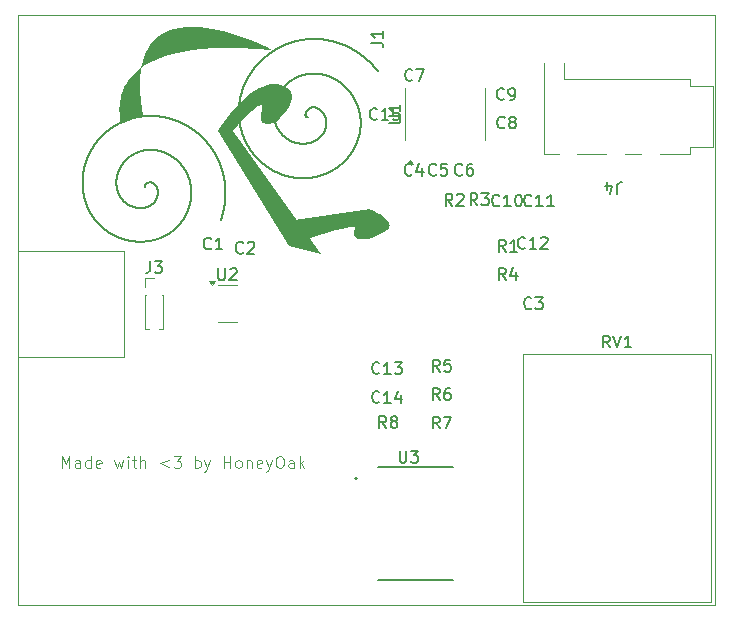
<source format=gbr>
%TF.GenerationSoftware,KiCad,Pcbnew,9.0.2*%
%TF.CreationDate,2025-08-05T13:11:18+05:30*%
%TF.ProjectId,dac,6461632e-6b69-4636-9164-5f7063625858,rev?*%
%TF.SameCoordinates,Original*%
%TF.FileFunction,Legend,Top*%
%TF.FilePolarity,Positive*%
%FSLAX46Y46*%
G04 Gerber Fmt 4.6, Leading zero omitted, Abs format (unit mm)*
G04 Created by KiCad (PCBNEW 9.0.2) date 2025-08-05 13:11:18*
%MOMM*%
%LPD*%
G01*
G04 APERTURE LIST*
%ADD10C,0.206500*%
%ADD11C,0.000000*%
%ADD12C,0.100000*%
%ADD13C,0.150000*%
%ADD14C,0.120000*%
%ADD15C,0.127000*%
%ADD16C,0.200000*%
G04 APERTURE END LIST*
D10*
X100708177Y-82316436D02*
X100693166Y-82327711D01*
X100678115Y-82338916D01*
X100663025Y-82350050D01*
X100647896Y-82361115D01*
X100632727Y-82372109D01*
X100617518Y-82383033D01*
X100602271Y-82393886D01*
X100586984Y-82404669D01*
X100571659Y-82415382D01*
X100556294Y-82426025D01*
X100540891Y-82436597D01*
X100525449Y-82447099D01*
X100509968Y-82457531D01*
X100494449Y-82467892D01*
X100478892Y-82478182D01*
X100463296Y-82488402D01*
X100447662Y-82498552D01*
X100431990Y-82508631D01*
X100416280Y-82518639D01*
X100400532Y-82528577D01*
X100384746Y-82538444D01*
X100368922Y-82548240D01*
X100353061Y-82557965D01*
X100337163Y-82567620D01*
X100321227Y-82577204D01*
X100305254Y-82586717D01*
X100289244Y-82596159D01*
X100273197Y-82605530D01*
X100257113Y-82614830D01*
X100240992Y-82624059D01*
X100224834Y-82633216D01*
X100208640Y-82642303D01*
X100192410Y-82651318D01*
X100176143Y-82660263D01*
X100159840Y-82669135D01*
X100143500Y-82677937D01*
X100127125Y-82686667D01*
X100110714Y-82695326D01*
X100094267Y-82703913D01*
X100077785Y-82712428D01*
X100061267Y-82720872D01*
X100044714Y-82729244D01*
X100028125Y-82737544D01*
X100011502Y-82745773D01*
X99994843Y-82753929D01*
X99978150Y-82762014D01*
X99961422Y-82770027D01*
X99944659Y-82777967D01*
X99927862Y-82785835D01*
X99911030Y-82793632D01*
X99894165Y-82801356D01*
X99877265Y-82809007D01*
X99860331Y-82816586D01*
X99843364Y-82824093D01*
X99826363Y-82831527D01*
X99809329Y-82838888D01*
X99792261Y-82846177D01*
X99775160Y-82853393D01*
X99758026Y-82860536D01*
X99740859Y-82867607D01*
X99723660Y-82874604D01*
X99706428Y-82881528D01*
X99689163Y-82888379D01*
X99671867Y-82895157D01*
X99654538Y-82901861D01*
X99637177Y-82908493D01*
X99619784Y-82915050D01*
X99602360Y-82921535D01*
X99584905Y-82927945D01*
X99567418Y-82934282D01*
X99549900Y-82940545D01*
X99532351Y-82946734D01*
X99514771Y-82952850D01*
X99497161Y-82958891D01*
X99479520Y-82964858D01*
X99461849Y-82970751D01*
X99444148Y-82976570D01*
X99426417Y-82982315D01*
X99408657Y-82987985D01*
X99390867Y-82993580D01*
X99373047Y-82999101D01*
X99355199Y-83004547D01*
X99337321Y-83009919D01*
X99319415Y-83015215D01*
X99301480Y-83020437D01*
X99283517Y-83025584D01*
X99265526Y-83030655D01*
X99247507Y-83035652D01*
X99229460Y-83040573D01*
X99211385Y-83045418D01*
X99193284Y-83050189D01*
X99175155Y-83054883D01*
X99156999Y-83059502D01*
X99138816Y-83064046D01*
X99120607Y-83068513D01*
X99102372Y-83072905D01*
X99084110Y-83077221D01*
X99065823Y-83081460D01*
X99047510Y-83085624D01*
X99029172Y-83089711D01*
X99010809Y-83093722D01*
X98992421Y-83097657D01*
X98974008Y-83101515D01*
X98955570Y-83105296D01*
X98937109Y-83109001D01*
X98918623Y-83112629D01*
X98900114Y-83116180D01*
X98881581Y-83119654D01*
X98863025Y-83123052D01*
X98844447Y-83126372D01*
X98825845Y-83129615D01*
X98807221Y-83132781D01*
X98788574Y-83135869D01*
X98769906Y-83138880D01*
X98751216Y-83141814D01*
X98732505Y-83144670D01*
X98713772Y-83147448D01*
X98695019Y-83150148D01*
X98676245Y-83152771D01*
X98657450Y-83155316D01*
X98638636Y-83157783D01*
X98619801Y-83160171D01*
X98600947Y-83162482D01*
X98582074Y-83164715D01*
X98563182Y-83166869D01*
X98544272Y-83168944D01*
X98525342Y-83170942D01*
X98506395Y-83172861D01*
X98487430Y-83174701D01*
X98468448Y-83176463D01*
X98449448Y-83178145D01*
X98430431Y-83179750D01*
X98411398Y-83181275D01*
X98392349Y-83182721D01*
X98373283Y-83184088D01*
X98354202Y-83185377D01*
X98335106Y-83186586D01*
X98315994Y-83187716D01*
X98296868Y-83188767D01*
X98277727Y-83189738D01*
X98258572Y-83190630D01*
X98239404Y-83191443D01*
X98220222Y-83192176D01*
X98201027Y-83192830D01*
X98181819Y-83193404D01*
X98162599Y-83193898D01*
X98143366Y-83194313D01*
X98124122Y-83194648D01*
X98104866Y-83194903D01*
X98085600Y-83195079D01*
X98066322Y-83195174D01*
X98047035Y-83195190D01*
X98027737Y-83195125D01*
X98008429Y-83194981D01*
X97989112Y-83194756D01*
X97969786Y-83194452D01*
X97950452Y-83194067D01*
X97931109Y-83193602D01*
X97911758Y-83193057D01*
X97892400Y-83192432D01*
X97873034Y-83191726D01*
X97853662Y-83190941D01*
X97834283Y-83190074D01*
X97814898Y-83189128D01*
X97795508Y-83188101D01*
X97776112Y-83186994D01*
X97756711Y-83185806D01*
X97737305Y-83184538D01*
X97717896Y-83183190D01*
X97698482Y-83181761D01*
X97679065Y-83180252D01*
X97659645Y-83178662D01*
X97640223Y-83176992D01*
X97620798Y-83175241D01*
X97601371Y-83173410D01*
X97581943Y-83171498D01*
X97562513Y-83169506D01*
X97543083Y-83167434D01*
X97523653Y-83165280D01*
X97504223Y-83163047D01*
X97484793Y-83160733D01*
X97465364Y-83158338D01*
X97445936Y-83155863D01*
X97426511Y-83153308D01*
X97407087Y-83150672D01*
X97387665Y-83147956D01*
X97368247Y-83145160D01*
X97348832Y-83142283D01*
X97329421Y-83139326D01*
X97310014Y-83136289D01*
X97290611Y-83133171D01*
X97271214Y-83129973D01*
X97251822Y-83126695D01*
X97232435Y-83123337D01*
X97213055Y-83119899D01*
X97193682Y-83116380D01*
X97174315Y-83112782D01*
X97154957Y-83109104D01*
X97135606Y-83105346D01*
X97116263Y-83101507D01*
X97096929Y-83097590D01*
X97077605Y-83093592D01*
X97058290Y-83089515D01*
X97038985Y-83085358D01*
X97019690Y-83081121D01*
X97000406Y-83076805D01*
X96981134Y-83072409D01*
X96961873Y-83067934D01*
X96942625Y-83063380D01*
X96923389Y-83058747D01*
X96904166Y-83054034D01*
X96884957Y-83049243D01*
X96865762Y-83044372D01*
X96846580Y-83039422D01*
X96827414Y-83034394D01*
X96808263Y-83029287D01*
X96789127Y-83024101D01*
X96770008Y-83018837D01*
X96750905Y-83013494D01*
X96731818Y-83008073D01*
X96712750Y-83002574D01*
X96693699Y-82996997D01*
X96674666Y-82991341D01*
X96655651Y-82985608D01*
X96636656Y-82979797D01*
X96617680Y-82973908D01*
X96598725Y-82967942D01*
X96579789Y-82961898D01*
X96560875Y-82955777D01*
X96541981Y-82949578D01*
X96523109Y-82943302D01*
X96504259Y-82936950D01*
X96485432Y-82930521D01*
X96466628Y-82924014D01*
X96447847Y-82917432D01*
X96438465Y-82914112D01*
X96429089Y-82910773D01*
X96419720Y-82907414D01*
X96410356Y-82904037D01*
X96400999Y-82900641D01*
X96391648Y-82897226D01*
X96382303Y-82893791D01*
X96372965Y-82890338D01*
X96363632Y-82886866D01*
X96354307Y-82883374D01*
X96344987Y-82879864D01*
X96335675Y-82876335D01*
X96326368Y-82872787D01*
X96317069Y-82869220D01*
X96307776Y-82865635D01*
X96298490Y-82862030D01*
X96289211Y-82858407D01*
X96279938Y-82854764D01*
X96270672Y-82851104D01*
X96261414Y-82847424D01*
X96252162Y-82843725D01*
X96242917Y-82840008D01*
X96233680Y-82836272D01*
X96224449Y-82832518D01*
X96215226Y-82828745D01*
X96206010Y-82824953D01*
X96196802Y-82821142D01*
X96187600Y-82817313D01*
X96178407Y-82813465D01*
X96169220Y-82809599D01*
X96160042Y-82805714D01*
X96150870Y-82801811D01*
X96141707Y-82797889D01*
X96132550Y-82793949D01*
X96123402Y-82789990D01*
X96114262Y-82786013D01*
X96105129Y-82782018D01*
X96096004Y-82778003D01*
X96086887Y-82773971D01*
X96077778Y-82769920D01*
X96068678Y-82765852D01*
X96059585Y-82761764D01*
X96050500Y-82757659D01*
X96041423Y-82753535D01*
X96032355Y-82749393D01*
X96023295Y-82745232D01*
X96014244Y-82741054D01*
X96005200Y-82736857D01*
X95996165Y-82732643D01*
X95987139Y-82728410D01*
X95978121Y-82724159D01*
X95969111Y-82719890D01*
X95960111Y-82715603D01*
X95951119Y-82711297D01*
X95942136Y-82706975D01*
X95933161Y-82702633D01*
X95924195Y-82698274D01*
X95915238Y-82693897D01*
X95906291Y-82689502D01*
X95897351Y-82685089D01*
X95888422Y-82680659D01*
X95879500Y-82676210D01*
X95870589Y-82671744D01*
X95861686Y-82667260D01*
X95852793Y-82662758D01*
X95843908Y-82658239D01*
X95835034Y-82653702D01*
X95826168Y-82649146D01*
X95817313Y-82644574D01*
X95808465Y-82639984D01*
X95799629Y-82635376D01*
X95790801Y-82630750D01*
X95781983Y-82626108D01*
X95773174Y-82621447D01*
X95764376Y-82616769D01*
X95755587Y-82612073D01*
X95746808Y-82607360D01*
X95738038Y-82602630D01*
X95729279Y-82597882D01*
X95720529Y-82593117D01*
X95711790Y-82588334D01*
X95703060Y-82583534D01*
X95694341Y-82578717D01*
X95685631Y-82573883D01*
X95676932Y-82569031D01*
X95668243Y-82564162D01*
X95659564Y-82559276D01*
X95650895Y-82554373D01*
X95642238Y-82549453D01*
X95633589Y-82544515D01*
X95624952Y-82539560D01*
X95616325Y-82534588D01*
X95607709Y-82529600D01*
X95599102Y-82524594D01*
X95590508Y-82519572D01*
X95581922Y-82514532D01*
X95573349Y-82509475D01*
X95564785Y-82504402D01*
X95556233Y-82499312D01*
X95547691Y-82494204D01*
X95539161Y-82489080D01*
X95530640Y-82483939D01*
X95522132Y-82478782D01*
X95513633Y-82473607D01*
X95505147Y-82468417D01*
X95496671Y-82463209D01*
X95488207Y-82457985D01*
X95479752Y-82452744D01*
X95471311Y-82447487D01*
X95462879Y-82442212D01*
X95454460Y-82436922D01*
X95446051Y-82431614D01*
X95437654Y-82426291D01*
X95429268Y-82420951D01*
X95420894Y-82415595D01*
X95412531Y-82410221D01*
X95404181Y-82404833D01*
X95395840Y-82399426D01*
X95387513Y-82394005D01*
X95379196Y-82388566D01*
X95370892Y-82383113D01*
X95362598Y-82377641D01*
X95354318Y-82372155D01*
X95346048Y-82366652D01*
X95337791Y-82361133D01*
X95329545Y-82355597D01*
X95321312Y-82350046D01*
X95313090Y-82344478D01*
X95304881Y-82338896D01*
X95296683Y-82333296D01*
X95288498Y-82327681D01*
X95280324Y-82322049D01*
X95272164Y-82316403D01*
X95264015Y-82310739D01*
X95255879Y-82305061D01*
X95247754Y-82299365D01*
X95239643Y-82293655D01*
X95231542Y-82287929D01*
X95223456Y-82282187D01*
X95215380Y-82276429D01*
X95207319Y-82270656D01*
X95199268Y-82264866D01*
X95191232Y-82259063D01*
X95183207Y-82253242D01*
X95175196Y-82247407D01*
X95167195Y-82241555D01*
X95159210Y-82235689D01*
X95151235Y-82229806D01*
X95143275Y-82223909D01*
X95135326Y-82217995D01*
X95127392Y-82212067D01*
X95119468Y-82206123D01*
X95111560Y-82200164D01*
X95103662Y-82194189D01*
X95095779Y-82188200D01*
X95087908Y-82182195D01*
X95080051Y-82176175D01*
X95072206Y-82170139D01*
X95064376Y-82164090D01*
X95056557Y-82158024D01*
X95048753Y-82151944D01*
X95040960Y-82145847D01*
X95033183Y-82139738D01*
X95025417Y-82133611D01*
X95017666Y-82127471D01*
X95009927Y-82121315D01*
X95002203Y-82115145D01*
X94994491Y-82108959D01*
X94986794Y-82102760D01*
X94979108Y-82096544D01*
X94971438Y-82090315D01*
X94963780Y-82084070D01*
X94956137Y-82077812D01*
X94948506Y-82071537D01*
X94940891Y-82065249D01*
X94933287Y-82058945D01*
X94925699Y-82052628D01*
X94918123Y-82046295D01*
X94910562Y-82039949D01*
X94903014Y-82033587D01*
X94895481Y-82027212D01*
X94887960Y-82020821D01*
X94880455Y-82014417D01*
X94872962Y-82007997D01*
X94865485Y-82001564D01*
X94858020Y-81995115D01*
X94850571Y-81988654D01*
X94843134Y-81982176D01*
X94835714Y-81975687D01*
X94828305Y-81969181D01*
X94820913Y-81962663D01*
X94813532Y-81956128D01*
X94806168Y-81949582D01*
X94798817Y-81943019D01*
X94791481Y-81936445D01*
X94784158Y-81929854D01*
X94776851Y-81923252D01*
X94769557Y-81916633D01*
X94762279Y-81910002D01*
X94755013Y-81903356D01*
X94747764Y-81896697D01*
X94740527Y-81890023D01*
X94733307Y-81883337D01*
X94726099Y-81876635D01*
X94718908Y-81869922D01*
X94711730Y-81863192D01*
X94704568Y-81856451D01*
X94697419Y-81849694D01*
X94690286Y-81842926D01*
X94683167Y-81836141D01*
X94676064Y-81829346D01*
X94668973Y-81822534D01*
X94661900Y-81815712D01*
X94654839Y-81808873D01*
X94647795Y-81802023D01*
X94640764Y-81795158D01*
X94633750Y-81788281D01*
X94626749Y-81781389D01*
X94619764Y-81774486D01*
X94612793Y-81767567D01*
X94605839Y-81760636D01*
X94598897Y-81753691D01*
X94591973Y-81746734D01*
X94585062Y-81739762D01*
X94578168Y-81732779D01*
X94571287Y-81725781D01*
X94564423Y-81718771D01*
X94557572Y-81711747D01*
X94550739Y-81704711D01*
X94543918Y-81697660D01*
X94537115Y-81690598D01*
X94530325Y-81683521D01*
X94523553Y-81676434D01*
X94516794Y-81669331D01*
X94510052Y-81662217D01*
X94503323Y-81655089D01*
X94496612Y-81647949D01*
X94489914Y-81640795D01*
X94483234Y-81633630D01*
X94476567Y-81626450D01*
X94469917Y-81619260D01*
X94463281Y-81612054D01*
X94456663Y-81604838D01*
X94450058Y-81597608D01*
X94443471Y-81590366D01*
X94436897Y-81583110D01*
X94430341Y-81575844D01*
X94423798Y-81568563D01*
X94417273Y-81561271D01*
X94410762Y-81553965D01*
X94404268Y-81546648D01*
X94397788Y-81539317D01*
X94391326Y-81531976D01*
X94384878Y-81524620D01*
X94378447Y-81517254D01*
X94372030Y-81509873D01*
X94365631Y-81502482D01*
X94359246Y-81495077D01*
X94352879Y-81487661D01*
X94346525Y-81480232D01*
X94340189Y-81472792D01*
X94333868Y-81465337D01*
X94327564Y-81457873D01*
X94321274Y-81450395D01*
X94315002Y-81442906D01*
X94308744Y-81435404D01*
X94302504Y-81427891D01*
X94296279Y-81420364D01*
X94290071Y-81412828D01*
X94283877Y-81405277D01*
X94277701Y-81397716D01*
X94271540Y-81390142D01*
X94265396Y-81382557D01*
X94259267Y-81374959D01*
X94253156Y-81367351D01*
X94247059Y-81359729D01*
X94240980Y-81352097D01*
X94234915Y-81344451D01*
X94228869Y-81336796D01*
X94222837Y-81329127D01*
X94216823Y-81321448D01*
X94210823Y-81313756D01*
X94204842Y-81306054D01*
X94198875Y-81298338D01*
X94192926Y-81290613D01*
X94186992Y-81282874D01*
X94181076Y-81275126D01*
X94175174Y-81267363D01*
X94169291Y-81259592D01*
X94163422Y-81251807D01*
X94157572Y-81244013D01*
X94151736Y-81236205D01*
X94145918Y-81228388D01*
X94140116Y-81220557D01*
X94134331Y-81212718D01*
X94128561Y-81204864D01*
X94125000Y-81200000D01*
X99092609Y-78217975D02*
X99096338Y-78219849D01*
X99100050Y-78221736D01*
X99103745Y-78223638D01*
X99107423Y-78225553D01*
X99111084Y-78227482D01*
X99114728Y-78229424D01*
X99118356Y-78231381D01*
X99121967Y-78233350D01*
X99125561Y-78235334D01*
X99129138Y-78237331D01*
X99132699Y-78239342D01*
X99136243Y-78241366D01*
X99139771Y-78243404D01*
X99143282Y-78245455D01*
X99146777Y-78247520D01*
X99150255Y-78249599D01*
X99153717Y-78251691D01*
X99157162Y-78253796D01*
X99160592Y-78255915D01*
X99164005Y-78258047D01*
X99167402Y-78260193D01*
X99170782Y-78262351D01*
X99174147Y-78264524D01*
X99177495Y-78266709D01*
X99180827Y-78268909D01*
X99184143Y-78271121D01*
X99187444Y-78273347D01*
X99190727Y-78275586D01*
X99193996Y-78277838D01*
X99197248Y-78280104D01*
X99200485Y-78282383D01*
X99203705Y-78284675D01*
X99210098Y-78289299D01*
X99216429Y-78293976D01*
X99222697Y-78298706D01*
X99228903Y-78303489D01*
X99235046Y-78308324D01*
X99241127Y-78313212D01*
X99247146Y-78318153D01*
X99253104Y-78323147D01*
X99259000Y-78328193D01*
X99264834Y-78333292D01*
X99270608Y-78338443D01*
X99276320Y-78343647D01*
X99281972Y-78348903D01*
X99287563Y-78354213D01*
X99293093Y-78359574D01*
X99298563Y-78364988D01*
X99303972Y-78370455D01*
X99309322Y-78375975D01*
X99314611Y-78381547D01*
X99319840Y-78387172D01*
X99325009Y-78392849D01*
X99330118Y-78398580D01*
X99335167Y-78404363D01*
X99340156Y-78410199D01*
X99345086Y-78416087D01*
X99349955Y-78422029D01*
X99354765Y-78428024D01*
X99359515Y-78434072D01*
X99364205Y-78440173D01*
X99368836Y-78446327D01*
X99373406Y-78452535D01*
X99377916Y-78458795D01*
X99382367Y-78465109D01*
X99386757Y-78471477D01*
X99391087Y-78477898D01*
X99395357Y-78484372D01*
X99399567Y-78490900D01*
X99403716Y-78497482D01*
X99407805Y-78504117D01*
X99411833Y-78510807D01*
X99415800Y-78517550D01*
X99419706Y-78524347D01*
X99423551Y-78531197D01*
X99427335Y-78538102D01*
X99431057Y-78545061D01*
X99434717Y-78552073D01*
X99438315Y-78559140D01*
X99441852Y-78566261D01*
X99445326Y-78573436D01*
X99448737Y-78580664D01*
X99452086Y-78587947D01*
X99455371Y-78595284D01*
X99458593Y-78602675D01*
X99461752Y-78610121D01*
X99464847Y-78617620D01*
X99467877Y-78625173D01*
X99470843Y-78632780D01*
X99473745Y-78640441D01*
X99476581Y-78648155D01*
X99479352Y-78655923D01*
X99482057Y-78663745D01*
X99484696Y-78671621D01*
X99487269Y-78679549D01*
X99489774Y-78687531D01*
X99492213Y-78695566D01*
X99494585Y-78703654D01*
X99496888Y-78711795D01*
X99499124Y-78719988D01*
X99501291Y-78728233D01*
X99503389Y-78736531D01*
X99505417Y-78744881D01*
X99507376Y-78753282D01*
X99509265Y-78761734D01*
X99511083Y-78770237D01*
X99512831Y-78778792D01*
X99514507Y-78787396D01*
X99516111Y-78796051D01*
X99517644Y-78804755D01*
X99519104Y-78813508D01*
X99520491Y-78822310D01*
X99521805Y-78831161D01*
X99523045Y-78840059D01*
X99524211Y-78849005D01*
X99525302Y-78857997D01*
X99526319Y-78867036D01*
X99527261Y-78876121D01*
X99528126Y-78885251D01*
X99528916Y-78894426D01*
X99529629Y-78903644D01*
X99530266Y-78912906D01*
X99530825Y-78922210D01*
X99531306Y-78931556D01*
X99531710Y-78940944D01*
X99532036Y-78950371D01*
X99532283Y-78959838D01*
X99532451Y-78969344D01*
X99532539Y-78978888D01*
X99532548Y-78988468D01*
X99532477Y-78998085D01*
X99532326Y-79007737D01*
X99532095Y-79017422D01*
X99531783Y-79027141D01*
X99531389Y-79036892D01*
X99530915Y-79046674D01*
X99530359Y-79056486D01*
X99529721Y-79066326D01*
X99529002Y-79076194D01*
X99528200Y-79086089D01*
X99527316Y-79096009D01*
X99526350Y-79105953D01*
X99525301Y-79115919D01*
X99524170Y-79125907D01*
X99522956Y-79135915D01*
X99521659Y-79145942D01*
X99520279Y-79155986D01*
X99518816Y-79166046D01*
X99517271Y-79176120D01*
X99515642Y-79186208D01*
X99513931Y-79196307D01*
X99512137Y-79206417D01*
X99510260Y-79216534D01*
X99508301Y-79226659D01*
X99506259Y-79236790D01*
X99504135Y-79246924D01*
X99501928Y-79257060D01*
X99499640Y-79267197D01*
X99497270Y-79277333D01*
X99494818Y-79287466D01*
X99492286Y-79297595D01*
X99489672Y-79307717D01*
X99486978Y-79317832D01*
X99484204Y-79327937D01*
X99481350Y-79338031D01*
X99478416Y-79348111D01*
X99475404Y-79358177D01*
X99472313Y-79368226D01*
X99469144Y-79378257D01*
X99465897Y-79388268D01*
X99462574Y-79398257D01*
X99459174Y-79408222D01*
X99455698Y-79418162D01*
X99452147Y-79428074D01*
X99448522Y-79437958D01*
X99444823Y-79447810D01*
X99442946Y-79452724D01*
X99441050Y-79457630D01*
X99439137Y-79462527D01*
X99437206Y-79467416D01*
X99435256Y-79472295D01*
X99433289Y-79477165D01*
X99431304Y-79482025D01*
X99429301Y-79486877D01*
X99427281Y-79491717D01*
X99425244Y-79496549D01*
X99423189Y-79501369D01*
X99421116Y-79506179D01*
X99419027Y-79510978D01*
X99416921Y-79515767D01*
X99414798Y-79520543D01*
X99412657Y-79525310D01*
X99410501Y-79530063D01*
X99408327Y-79534806D01*
X99406137Y-79539536D01*
X99403931Y-79544255D01*
X99401708Y-79548960D01*
X99399469Y-79553653D01*
X99397215Y-79558333D01*
X99394944Y-79563001D01*
X99392657Y-79567654D01*
X99390355Y-79572295D01*
X99388037Y-79576921D01*
X99385704Y-79581535D01*
X99383356Y-79586133D01*
X99380991Y-79590719D01*
X99378613Y-79595288D01*
X99376218Y-79599845D01*
X99373810Y-79604385D01*
X99371386Y-79608913D01*
X99368949Y-79613422D01*
X99366496Y-79617919D01*
X99364030Y-79622398D01*
X99361548Y-79626864D01*
X99359053Y-79631311D01*
X99356543Y-79635745D01*
X99354021Y-79640160D01*
X99351484Y-79644562D01*
X99348935Y-79648944D01*
X99346370Y-79653312D01*
X99343794Y-79657661D01*
X99341203Y-79661995D01*
X99338601Y-79666309D01*
X99335984Y-79670609D01*
X99333356Y-79674888D01*
X99330713Y-79679153D01*
X99328060Y-79683397D01*
X99325393Y-79687626D01*
X99322715Y-79691834D01*
X99320023Y-79696027D01*
X99317322Y-79700198D01*
X99314606Y-79704354D01*
X99311881Y-79708487D01*
X99309142Y-79712606D01*
X99306394Y-79716702D01*
X99303632Y-79720782D01*
X99300862Y-79724840D01*
X99298077Y-79728882D01*
X99295285Y-79732901D01*
X99292479Y-79736904D01*
X99289665Y-79740883D01*
X99286838Y-79744847D01*
X99284003Y-79748787D01*
X99281156Y-79752710D01*
X99278301Y-79756610D01*
X99275433Y-79760493D01*
X99272558Y-79764352D01*
X99269670Y-79768194D01*
X99266776Y-79772012D01*
X99263870Y-79775813D01*
X99260957Y-79779589D01*
X99258032Y-79783349D01*
X99255101Y-79787083D01*
X99252158Y-79790801D01*
X99249209Y-79794493D01*
X99246248Y-79798169D01*
X99243282Y-79801818D01*
X99240304Y-79805451D01*
X99237322Y-79809057D01*
X99234328Y-79812647D01*
X99231329Y-79816211D01*
X99228319Y-79819757D01*
X99225304Y-79823277D01*
X99222278Y-79826780D01*
X99217164Y-79832631D01*
X104060218Y-75235950D02*
X104073130Y-75254445D01*
X104085979Y-75272989D01*
X104098765Y-75291583D01*
X104111488Y-75310226D01*
X104124147Y-75328917D01*
X104136742Y-75347657D01*
X104149274Y-75366445D01*
X104161742Y-75385282D01*
X104174146Y-75404167D01*
X104186486Y-75423100D01*
X104198761Y-75442081D01*
X104210972Y-75461110D01*
X104223119Y-75480186D01*
X104235201Y-75499310D01*
X104247218Y-75518480D01*
X104259170Y-75537698D01*
X104271057Y-75556963D01*
X104282879Y-75576274D01*
X104294636Y-75595632D01*
X104306327Y-75615036D01*
X104317953Y-75634486D01*
X104329513Y-75653982D01*
X104341007Y-75673524D01*
X104352435Y-75693112D01*
X104363798Y-75712745D01*
X104375094Y-75732423D01*
X104386323Y-75752146D01*
X104397486Y-75771914D01*
X104408583Y-75791727D01*
X104419612Y-75811584D01*
X104430575Y-75831486D01*
X104441471Y-75851431D01*
X104452300Y-75871420D01*
X104463061Y-75891454D01*
X104473755Y-75911530D01*
X104484381Y-75931650D01*
X104494940Y-75951813D01*
X104505431Y-75972018D01*
X104515854Y-75992267D01*
X104526208Y-76012558D01*
X104536495Y-76032891D01*
X104546713Y-76053266D01*
X104556863Y-76073683D01*
X104566944Y-76094141D01*
X104576956Y-76114641D01*
X104586899Y-76135182D01*
X104596774Y-76155764D01*
X104606579Y-76176387D01*
X104616315Y-76197050D01*
X104625981Y-76217754D01*
X104635578Y-76238497D01*
X104645105Y-76259280D01*
X104654563Y-76280103D01*
X104663950Y-76300966D01*
X104673267Y-76321867D01*
X104682514Y-76342807D01*
X104691691Y-76363786D01*
X104700797Y-76384803D01*
X104709833Y-76405859D01*
X104718798Y-76426952D01*
X104727692Y-76448084D01*
X104736515Y-76469252D01*
X104745266Y-76490458D01*
X104753947Y-76511700D01*
X104762556Y-76532980D01*
X104771094Y-76554296D01*
X104779560Y-76575648D01*
X104787954Y-76597036D01*
X104796276Y-76618459D01*
X104804526Y-76639918D01*
X104812704Y-76661413D01*
X104820810Y-76682942D01*
X104828843Y-76704506D01*
X104836804Y-76726104D01*
X104844692Y-76747736D01*
X104852507Y-76769402D01*
X104860250Y-76791102D01*
X104867919Y-76812835D01*
X104875515Y-76834601D01*
X104883038Y-76856399D01*
X104890487Y-76878231D01*
X104897863Y-76900094D01*
X104905166Y-76921989D01*
X104912394Y-76943916D01*
X104919549Y-76965875D01*
X104926630Y-76987864D01*
X104933636Y-77009884D01*
X104940569Y-77031935D01*
X104947427Y-77054016D01*
X104954210Y-77076127D01*
X104960919Y-77098267D01*
X104967553Y-77120437D01*
X104974113Y-77142636D01*
X104980598Y-77164864D01*
X104987007Y-77187120D01*
X104993342Y-77209404D01*
X104999601Y-77231716D01*
X105005785Y-77254056D01*
X105011893Y-77276423D01*
X105017926Y-77298817D01*
X105023883Y-77321237D01*
X105029765Y-77343684D01*
X105035570Y-77366157D01*
X105041300Y-77388655D01*
X105046953Y-77411179D01*
X105052531Y-77433729D01*
X105058032Y-77456303D01*
X105063457Y-77478901D01*
X105068805Y-77501523D01*
X105074077Y-77524170D01*
X105079272Y-77546840D01*
X105084390Y-77569533D01*
X105089432Y-77592249D01*
X105094396Y-77614987D01*
X105099284Y-77637748D01*
X105104094Y-77660531D01*
X105108827Y-77683335D01*
X105113483Y-77706160D01*
X105118062Y-77729007D01*
X105122563Y-77751874D01*
X105126987Y-77774761D01*
X105131333Y-77797668D01*
X105135601Y-77820595D01*
X105139791Y-77843541D01*
X105143904Y-77866506D01*
X105147939Y-77889489D01*
X105151895Y-77912491D01*
X105155774Y-77935511D01*
X105159574Y-77958548D01*
X105163297Y-77981603D01*
X105166941Y-78004674D01*
X105170506Y-78027762D01*
X105173993Y-78050867D01*
X105177402Y-78073987D01*
X105180732Y-78097123D01*
X105183983Y-78120273D01*
X105187156Y-78143439D01*
X105190250Y-78166619D01*
X105193265Y-78189814D01*
X105196201Y-78213022D01*
X105199059Y-78236243D01*
X105201837Y-78259478D01*
X105204536Y-78282725D01*
X105207157Y-78305985D01*
X105209698Y-78329257D01*
X105212160Y-78352541D01*
X105214542Y-78375836D01*
X105216845Y-78399142D01*
X105219070Y-78422458D01*
X105221214Y-78445785D01*
X105223279Y-78469122D01*
X105225265Y-78492468D01*
X105227171Y-78515824D01*
X105228998Y-78539188D01*
X105230745Y-78562561D01*
X105232413Y-78585942D01*
X105234001Y-78609331D01*
X105235509Y-78632728D01*
X105236937Y-78656131D01*
X105238286Y-78679541D01*
X105239555Y-78702958D01*
X105240744Y-78726380D01*
X105241853Y-78749808D01*
X105242883Y-78773242D01*
X105243833Y-78796680D01*
X105244702Y-78820123D01*
X105245492Y-78843570D01*
X105245857Y-78855295D01*
X105246202Y-78867021D01*
X105246527Y-78878748D01*
X105246832Y-78890476D01*
X105247117Y-78902204D01*
X105247382Y-78913933D01*
X105247628Y-78925663D01*
X105247853Y-78937394D01*
X105248058Y-78949125D01*
X105248243Y-78960856D01*
X105248408Y-78972588D01*
X105248553Y-78984321D01*
X105248678Y-78996054D01*
X105248783Y-79007788D01*
X105248868Y-79019521D01*
X105248933Y-79031256D01*
X105248978Y-79042990D01*
X105249004Y-79054724D01*
X105249009Y-79066459D01*
X105248994Y-79078194D01*
X105248959Y-79089928D01*
X105248904Y-79101663D01*
X105248829Y-79113398D01*
X105248734Y-79125133D01*
X105248619Y-79136868D01*
X105248484Y-79148602D01*
X105248329Y-79160336D01*
X105248154Y-79172070D01*
X105247960Y-79183804D01*
X105247745Y-79195537D01*
X105247510Y-79207270D01*
X105247255Y-79219003D01*
X105246980Y-79230735D01*
X105246685Y-79242467D01*
X105246370Y-79254197D01*
X105246035Y-79265928D01*
X105245680Y-79277658D01*
X105245306Y-79289387D01*
X105244911Y-79301115D01*
X105244496Y-79312843D01*
X105244061Y-79324569D01*
X105243606Y-79336295D01*
X105243132Y-79348020D01*
X105242637Y-79359744D01*
X105242122Y-79371466D01*
X105241587Y-79383189D01*
X105241033Y-79394909D01*
X105240458Y-79406629D01*
X105239863Y-79418347D01*
X105239249Y-79430064D01*
X105238614Y-79441780D01*
X105237960Y-79453495D01*
X105237285Y-79465208D01*
X105236591Y-79476920D01*
X105235877Y-79488630D01*
X105235142Y-79500339D01*
X105234388Y-79512046D01*
X105233614Y-79523752D01*
X105232820Y-79535456D01*
X105232006Y-79547159D01*
X105231172Y-79558859D01*
X105230318Y-79570558D01*
X105229444Y-79582255D01*
X105228550Y-79593951D01*
X105227636Y-79605644D01*
X105226703Y-79617335D01*
X105225749Y-79629024D01*
X105224776Y-79640712D01*
X105223782Y-79652397D01*
X105222769Y-79664081D01*
X105221736Y-79675761D01*
X105220683Y-79687441D01*
X105219610Y-79699117D01*
X105218517Y-79710792D01*
X105217405Y-79722463D01*
X105216272Y-79734133D01*
X105215120Y-79745800D01*
X105213948Y-79757465D01*
X105212756Y-79769127D01*
X105211544Y-79780787D01*
X105210312Y-79792444D01*
X105209061Y-79804099D01*
X105207789Y-79815750D01*
X105206498Y-79827400D01*
X105205187Y-79839046D01*
X105203856Y-79850690D01*
X105202505Y-79862330D01*
X105201135Y-79873968D01*
X105199745Y-79885602D01*
X105198334Y-79897235D01*
X105196905Y-79908863D01*
X105195455Y-79920489D01*
X105193986Y-79932112D01*
X105192496Y-79943732D01*
X105190988Y-79955347D01*
X105189459Y-79966961D01*
X105187910Y-79978570D01*
X105186342Y-79990177D01*
X105184754Y-80001780D01*
X105183147Y-80013380D01*
X105181519Y-80024976D01*
X105179872Y-80036570D01*
X105178206Y-80048158D01*
X105176519Y-80059745D01*
X105174813Y-80071326D01*
X105173087Y-80082905D01*
X105171342Y-80094479D01*
X105169576Y-80106051D01*
X105167792Y-80117618D01*
X105165987Y-80129182D01*
X105164163Y-80140741D01*
X105162319Y-80152297D01*
X105160456Y-80163848D01*
X105158573Y-80175397D01*
X105156670Y-80186940D01*
X105154748Y-80198480D01*
X105152806Y-80210015D01*
X105150845Y-80221547D01*
X105148864Y-80233074D01*
X105146863Y-80244597D01*
X105144843Y-80256115D01*
X105142804Y-80267630D01*
X105140745Y-80279140D01*
X105138666Y-80290646D01*
X105136567Y-80302147D01*
X105134450Y-80313644D01*
X105132312Y-80325136D01*
X105130155Y-80336624D01*
X105127979Y-80348107D01*
X105125783Y-80359586D01*
X105123568Y-80371059D01*
X105121333Y-80382529D01*
X105119079Y-80393992D01*
X105116806Y-80405453D01*
X105114513Y-80416907D01*
X105112200Y-80428357D01*
X105109868Y-80439802D01*
X105107517Y-80451242D01*
X105105146Y-80462677D01*
X105102756Y-80474107D01*
X105100347Y-80485532D01*
X105097918Y-80496952D01*
X105095470Y-80508366D01*
X105093002Y-80519776D01*
X105090515Y-80531180D01*
X105088009Y-80542580D01*
X105085483Y-80553972D01*
X105082938Y-80565362D01*
X105080375Y-80576744D01*
X105077791Y-80588122D01*
X105075188Y-80599493D01*
X105072566Y-80610861D01*
X105069925Y-80622221D01*
X105067265Y-80633578D01*
X105064585Y-80644927D01*
X105061886Y-80656272D01*
X105059168Y-80667609D01*
X105056430Y-80678943D01*
X105053674Y-80690269D01*
X105050898Y-80701592D01*
X105048104Y-80712906D01*
X105045289Y-80724217D01*
X105042456Y-80735519D01*
X105039604Y-80746818D01*
X105036733Y-80758109D01*
X105033842Y-80769396D01*
X105030932Y-80780674D01*
X105028003Y-80791949D01*
X105025056Y-80803216D01*
X105022089Y-80814478D01*
X105019103Y-80825732D01*
X105016098Y-80836982D01*
X105013074Y-80848223D01*
X105010031Y-80859461D01*
X105006969Y-80870690D01*
X105003888Y-80881914D01*
X105000788Y-80893130D01*
X104997669Y-80904342D01*
X104994531Y-80915545D01*
X104991374Y-80926744D01*
X104988198Y-80937934D01*
X104985003Y-80949119D01*
X104981790Y-80960296D01*
X104978557Y-80971468D01*
X104975306Y-80982632D01*
X104972035Y-80993791D01*
X104968746Y-81004940D01*
X104965438Y-81016086D01*
X104962111Y-81027222D01*
X104958765Y-81038353D01*
X104955401Y-81049476D01*
X104952018Y-81060593D01*
X104948616Y-81071702D01*
X104945195Y-81082806D01*
X104941755Y-81093900D01*
X104938297Y-81104989D01*
X104934820Y-81116070D01*
X104931324Y-81127145D01*
X104927809Y-81138211D01*
X104924276Y-81149272D01*
X104920724Y-81160323D01*
X104917153Y-81171369D01*
X104913564Y-81182406D01*
X104909956Y-81193437D01*
X104906330Y-81204459D01*
X104902684Y-81215476D01*
X104899021Y-81226483D01*
X104895338Y-81237485D01*
X104891638Y-81248477D01*
X104887918Y-81259464D01*
X104884180Y-81270441D01*
X104880423Y-81281413D01*
X104876648Y-81292374D01*
X104872854Y-81303330D01*
X104869042Y-81314277D01*
X104865211Y-81325217D01*
X104861363Y-81336148D01*
X104857495Y-81347073D01*
X104853609Y-81357988D01*
X104849704Y-81368898D01*
X104847473Y-81375105D01*
X116688147Y-72800124D02*
X116689501Y-72819005D01*
X116690775Y-72837882D01*
X116691968Y-72856754D01*
X116693081Y-72875620D01*
X116694114Y-72894482D01*
X116695066Y-72913339D01*
X116695938Y-72932191D01*
X116696730Y-72951038D01*
X116697441Y-72969879D01*
X116698072Y-72988715D01*
X116698624Y-73007545D01*
X116699094Y-73026370D01*
X116699485Y-73045189D01*
X116699796Y-73064002D01*
X116700027Y-73082809D01*
X116700177Y-73101610D01*
X116700248Y-73120406D01*
X116700239Y-73139195D01*
X116700150Y-73157977D01*
X116699981Y-73176753D01*
X116699732Y-73195523D01*
X116699403Y-73214286D01*
X116698994Y-73233043D01*
X116698506Y-73251792D01*
X116697937Y-73270535D01*
X116697289Y-73289270D01*
X116696561Y-73307998D01*
X116695754Y-73326719D01*
X116694867Y-73345432D01*
X116693900Y-73364138D01*
X116692853Y-73382837D01*
X116691727Y-73401527D01*
X116690521Y-73420209D01*
X116689236Y-73438884D01*
X116687871Y-73457550D01*
X116686427Y-73476208D01*
X116684903Y-73494858D01*
X116683299Y-73513499D01*
X116681616Y-73532131D01*
X116679853Y-73550755D01*
X116678012Y-73569369D01*
X116676090Y-73587975D01*
X116674089Y-73606571D01*
X116672009Y-73625158D01*
X116669849Y-73643735D01*
X116667611Y-73662303D01*
X116665292Y-73680861D01*
X116662895Y-73699409D01*
X116660418Y-73717947D01*
X116657861Y-73736475D01*
X116655226Y-73754992D01*
X116652511Y-73773499D01*
X116649717Y-73791995D01*
X116646844Y-73810480D01*
X116643891Y-73828954D01*
X116640860Y-73847417D01*
X116637749Y-73865869D01*
X116634559Y-73884309D01*
X116631290Y-73902738D01*
X116627942Y-73921155D01*
X116624515Y-73939560D01*
X116621008Y-73957953D01*
X116617423Y-73976333D01*
X116613759Y-73994701D01*
X116610015Y-74013057D01*
X116606193Y-74031399D01*
X116602292Y-74049729D01*
X116598311Y-74068045D01*
X116594252Y-74086348D01*
X116590114Y-74104638D01*
X116585897Y-74122913D01*
X116581601Y-74141175D01*
X116577227Y-74159423D01*
X116572773Y-74177657D01*
X116568241Y-74195876D01*
X116563630Y-74214080D01*
X116558941Y-74232270D01*
X116554172Y-74250444D01*
X116549325Y-74268603D01*
X116544400Y-74286747D01*
X116539395Y-74304875D01*
X116534312Y-74322988D01*
X116529151Y-74341084D01*
X116523911Y-74359164D01*
X116518593Y-74377227D01*
X116513196Y-74395274D01*
X116507721Y-74413304D01*
X116502167Y-74431317D01*
X116496535Y-74449313D01*
X116490825Y-74467291D01*
X116485037Y-74485251D01*
X116479170Y-74503194D01*
X116473225Y-74521118D01*
X116467202Y-74539023D01*
X116461101Y-74556911D01*
X116454922Y-74574779D01*
X116448665Y-74592628D01*
X116442330Y-74610458D01*
X116435917Y-74628268D01*
X116429426Y-74646059D01*
X116422857Y-74663829D01*
X116416211Y-74681579D01*
X116409486Y-74699309D01*
X116402685Y-74717018D01*
X116395805Y-74734706D01*
X116388848Y-74752373D01*
X116381814Y-74770018D01*
X116374702Y-74787642D01*
X116367513Y-74805243D01*
X116360246Y-74822823D01*
X116352902Y-74840379D01*
X116345481Y-74857913D01*
X116337983Y-74875425D01*
X116330408Y-74892913D01*
X116322756Y-74910377D01*
X116315027Y-74927817D01*
X116307222Y-74945234D01*
X116299339Y-74962626D01*
X116291380Y-74979994D01*
X116283344Y-74997337D01*
X116275232Y-75014655D01*
X116267043Y-75031947D01*
X116258778Y-75049214D01*
X116250437Y-75066455D01*
X116242020Y-75083669D01*
X116233526Y-75100857D01*
X116224957Y-75118019D01*
X116216311Y-75135153D01*
X116207590Y-75152260D01*
X116198794Y-75169339D01*
X116189921Y-75186391D01*
X116180973Y-75203414D01*
X116171950Y-75220409D01*
X116162851Y-75237375D01*
X116153678Y-75254312D01*
X116144429Y-75271220D01*
X116135105Y-75288098D01*
X116125707Y-75304946D01*
X116116233Y-75321764D01*
X116106685Y-75338552D01*
X116097063Y-75355309D01*
X116087366Y-75372034D01*
X116077595Y-75388728D01*
X116067750Y-75405391D01*
X116057831Y-75422021D01*
X116047838Y-75438619D01*
X116037772Y-75455185D01*
X116027632Y-75471717D01*
X116017418Y-75488216D01*
X116007131Y-75504682D01*
X115996771Y-75521114D01*
X115986338Y-75537512D01*
X115975832Y-75553875D01*
X115965254Y-75570203D01*
X115954603Y-75586496D01*
X115943879Y-75602754D01*
X115933083Y-75618976D01*
X115922216Y-75635162D01*
X115911276Y-75651312D01*
X115900264Y-75667425D01*
X115889181Y-75683501D01*
X115878027Y-75699539D01*
X115866801Y-75715540D01*
X115855504Y-75731503D01*
X115844137Y-75747428D01*
X115832699Y-75763314D01*
X115821190Y-75779161D01*
X115809611Y-75794969D01*
X115797961Y-75810737D01*
X115786242Y-75826465D01*
X115774453Y-75842153D01*
X115762595Y-75857801D01*
X115750667Y-75873407D01*
X115738670Y-75888973D01*
X115726604Y-75904496D01*
X115714469Y-75919978D01*
X115702265Y-75935418D01*
X115689994Y-75950815D01*
X115677654Y-75966169D01*
X115665246Y-75981480D01*
X115652771Y-75996748D01*
X115640228Y-76011972D01*
X115627618Y-76027151D01*
X115614941Y-76042286D01*
X115602197Y-76057377D01*
X115589387Y-76072422D01*
X115576510Y-76087421D01*
X115563567Y-76102375D01*
X115550558Y-76117283D01*
X115537484Y-76132144D01*
X115524344Y-76146958D01*
X115511140Y-76161725D01*
X115497870Y-76176445D01*
X115484536Y-76191117D01*
X115471137Y-76205741D01*
X115457674Y-76220316D01*
X115444148Y-76234843D01*
X115430558Y-76249320D01*
X115416904Y-76263748D01*
X115403188Y-76278126D01*
X115389409Y-76292455D01*
X115375567Y-76306733D01*
X115361663Y-76320960D01*
X115347697Y-76335136D01*
X115333669Y-76349260D01*
X115319580Y-76363334D01*
X115305430Y-76377355D01*
X115291219Y-76391323D01*
X115276947Y-76405239D01*
X115262615Y-76419102D01*
X115248223Y-76432912D01*
X115233772Y-76446668D01*
X115219261Y-76460371D01*
X115204691Y-76474019D01*
X115190062Y-76487612D01*
X115175375Y-76501151D01*
X115160629Y-76514634D01*
X115145826Y-76528062D01*
X115130965Y-76541434D01*
X115116047Y-76554751D01*
X115101072Y-76568010D01*
X115086040Y-76581213D01*
X115070952Y-76594359D01*
X115055808Y-76607448D01*
X115040608Y-76620479D01*
X115025353Y-76633452D01*
X115010043Y-76646367D01*
X114994678Y-76659223D01*
X114979259Y-76672021D01*
X114963786Y-76684759D01*
X114948259Y-76697438D01*
X114932678Y-76710058D01*
X114917045Y-76722617D01*
X114901359Y-76735116D01*
X114885620Y-76747555D01*
X114869830Y-76759932D01*
X114853988Y-76772249D01*
X114846047Y-76778384D01*
X114838094Y-76784504D01*
X114830128Y-76790608D01*
X114822150Y-76796697D01*
X114814158Y-76802771D01*
X114806154Y-76808829D01*
X114798138Y-76814871D01*
X114790109Y-76820898D01*
X114782067Y-76826909D01*
X114774013Y-76832905D01*
X114765947Y-76838884D01*
X114757868Y-76844849D01*
X114749777Y-76850797D01*
X114741674Y-76856729D01*
X114733558Y-76862646D01*
X114725430Y-76868547D01*
X114717291Y-76874432D01*
X114709139Y-76880301D01*
X114700975Y-76886154D01*
X114692798Y-76891991D01*
X114684611Y-76897812D01*
X114676410Y-76903617D01*
X114668199Y-76909405D01*
X114659975Y-76915178D01*
X114651740Y-76920935D01*
X114643492Y-76926675D01*
X114635234Y-76932399D01*
X114626963Y-76938107D01*
X114618681Y-76943798D01*
X114610387Y-76949474D01*
X114602082Y-76955132D01*
X114593765Y-76960775D01*
X114585437Y-76966401D01*
X114577098Y-76972011D01*
X114568747Y-76977604D01*
X114560385Y-76983180D01*
X114552012Y-76988740D01*
X114543627Y-76994284D01*
X114535231Y-76999811D01*
X114526824Y-77005321D01*
X114518407Y-77010814D01*
X114509977Y-77016291D01*
X114501538Y-77021751D01*
X114493087Y-77027195D01*
X114484625Y-77032621D01*
X114476152Y-77038031D01*
X114467669Y-77043424D01*
X114459175Y-77048801D01*
X114450671Y-77054159D01*
X114442155Y-77059502D01*
X114433629Y-77064827D01*
X114425092Y-77070136D01*
X114416546Y-77075427D01*
X114407988Y-77080701D01*
X114399420Y-77085958D01*
X114390841Y-77091198D01*
X114382253Y-77096421D01*
X114373654Y-77101627D01*
X114365045Y-77106815D01*
X114356425Y-77111987D01*
X114347796Y-77117141D01*
X114339156Y-77122278D01*
X114330507Y-77127397D01*
X114321847Y-77132500D01*
X114313178Y-77137584D01*
X114304498Y-77142652D01*
X114295809Y-77147702D01*
X114287109Y-77152735D01*
X114278401Y-77157750D01*
X114269681Y-77162748D01*
X114260953Y-77167728D01*
X114252215Y-77172691D01*
X114243468Y-77177635D01*
X114234710Y-77182563D01*
X114225944Y-77187473D01*
X114217168Y-77192365D01*
X114208383Y-77197240D01*
X114199587Y-77202097D01*
X114190784Y-77206936D01*
X114181970Y-77211758D01*
X114173148Y-77216561D01*
X114164315Y-77221347D01*
X114155475Y-77226115D01*
X114146625Y-77230866D01*
X114137766Y-77235598D01*
X114128898Y-77240313D01*
X114120021Y-77245009D01*
X114111135Y-77249688D01*
X114102241Y-77254348D01*
X114093337Y-77258991D01*
X114084425Y-77263616D01*
X114075504Y-77268223D01*
X114066575Y-77272811D01*
X114057636Y-77277382D01*
X114048690Y-77281934D01*
X114039735Y-77286469D01*
X114030772Y-77290985D01*
X114021799Y-77295483D01*
X114012819Y-77299963D01*
X114003830Y-77304425D01*
X113994833Y-77308868D01*
X113985827Y-77313294D01*
X113976815Y-77317700D01*
X113967792Y-77322090D01*
X113958763Y-77326460D01*
X113949725Y-77330812D01*
X113940680Y-77335145D01*
X113931625Y-77339461D01*
X113922564Y-77343758D01*
X113913494Y-77348036D01*
X113904418Y-77352296D01*
X113895332Y-77356538D01*
X113886240Y-77360761D01*
X113877139Y-77364966D01*
X113868031Y-77369152D01*
X113858915Y-77373320D01*
X113849792Y-77377469D01*
X113840661Y-77381599D01*
X113831523Y-77385711D01*
X113822377Y-77389805D01*
X113813225Y-77393879D01*
X113804064Y-77397935D01*
X113794897Y-77401973D01*
X113785721Y-77405992D01*
X113776540Y-77409991D01*
X113767350Y-77413973D01*
X113758155Y-77417935D01*
X113748951Y-77421879D01*
X113739742Y-77425804D01*
X113730524Y-77429711D01*
X113721301Y-77433598D01*
X113712069Y-77437467D01*
X113702832Y-77441316D01*
X113693587Y-77445147D01*
X113684337Y-77448959D01*
X113675078Y-77452753D01*
X113665814Y-77456526D01*
X113656542Y-77460282D01*
X113647265Y-77464018D01*
X113637980Y-77467736D01*
X113628691Y-77471434D01*
X113619393Y-77475114D01*
X113610090Y-77478774D01*
X113600780Y-77482416D01*
X113591465Y-77486038D01*
X113582142Y-77489642D01*
X113572814Y-77493226D01*
X113563479Y-77496792D01*
X113554139Y-77500337D01*
X113544792Y-77503865D01*
X113535440Y-77507372D01*
X113526080Y-77510862D01*
X113516717Y-77514331D01*
X113507345Y-77517782D01*
X113497970Y-77521213D01*
X113488587Y-77524625D01*
X113479200Y-77528018D01*
X113469806Y-77531392D01*
X113460408Y-77534746D01*
X113451002Y-77538082D01*
X113441593Y-77541398D01*
X113432176Y-77544695D01*
X113422756Y-77547972D01*
X113413328Y-77551231D01*
X113403897Y-77554469D01*
X113394458Y-77557689D01*
X113385016Y-77560889D01*
X113375567Y-77564070D01*
X113366115Y-77567231D01*
X113356655Y-77570374D01*
X113347193Y-77573496D01*
X113337723Y-77576600D01*
X113328250Y-77579684D01*
X113318770Y-77582749D01*
X113309287Y-77585794D01*
X113299797Y-77588820D01*
X113290305Y-77591826D01*
X113280805Y-77594813D01*
X113271303Y-77597780D01*
X113261794Y-77600728D01*
X113252282Y-77603656D01*
X113242764Y-77606566D01*
X113233243Y-77609455D01*
X113223715Y-77612325D01*
X113214185Y-77615175D01*
X113204648Y-77618006D01*
X113195109Y-77620817D01*
X113185563Y-77623609D01*
X113176015Y-77626381D01*
X113166461Y-77629134D01*
X113156904Y-77631867D01*
X113147341Y-77634581D01*
X113137776Y-77637274D01*
X113128204Y-77639949D01*
X113118631Y-77642603D01*
X113109051Y-77645239D01*
X113099470Y-77647854D01*
X113089882Y-77650450D01*
X113080292Y-77653025D01*
X113070696Y-77655582D01*
X113061099Y-77658119D01*
X113051495Y-77660636D01*
X113041890Y-77663133D01*
X113032279Y-77665611D01*
X113022666Y-77668069D01*
X113013047Y-77670508D01*
X113003428Y-77672926D01*
X112993801Y-77675325D01*
X112984174Y-77677704D01*
X112974541Y-77680064D01*
X112964907Y-77682403D01*
X112955267Y-77684723D01*
X112945626Y-77687023D01*
X112935978Y-77689304D01*
X112926331Y-77691564D01*
X112916677Y-77693805D01*
X112907022Y-77696026D01*
X112897362Y-77698228D01*
X112887701Y-77700409D01*
X112878034Y-77702571D01*
X112868367Y-77704713D01*
X112858694Y-77706835D01*
X112849021Y-77708937D01*
X112839342Y-77711020D01*
X112829662Y-77713082D01*
X112819977Y-77715125D01*
X112810292Y-77717148D01*
X112800601Y-77719151D01*
X112790910Y-77721134D01*
X112781214Y-77723098D01*
X112771517Y-77725041D01*
X112761815Y-77726965D01*
X112752113Y-77728869D01*
X112742406Y-77730753D01*
X112732699Y-77732617D01*
X112722986Y-77734461D01*
X112713274Y-77736286D01*
X112703557Y-77738090D01*
X112693839Y-77739875D01*
X112684117Y-77741639D01*
X112674395Y-77743384D01*
X112664667Y-77745109D01*
X112654941Y-77746814D01*
X112645209Y-77748499D01*
X112635477Y-77750164D01*
X112625741Y-77751809D01*
X112616005Y-77753434D01*
X112606264Y-77755040D01*
X112596524Y-77756625D01*
X112586779Y-77758191D01*
X112577035Y-77759736D01*
X112567286Y-77761262D01*
X112557537Y-77762767D01*
X112547784Y-77764253D01*
X112538032Y-77765719D01*
X112528275Y-77767165D01*
X112518520Y-77768590D01*
X112508759Y-77769997D01*
X112498999Y-77771382D01*
X112489235Y-77772748D01*
X112479472Y-77774094D01*
X112469705Y-77775421D01*
X112459939Y-77776726D01*
X112450168Y-77778013D01*
X112440398Y-77779279D01*
X112430624Y-77780525D01*
X112420852Y-77781751D01*
X112411075Y-77782957D01*
X112401299Y-77784143D01*
X112391519Y-77785310D01*
X112381741Y-77786456D01*
X112371958Y-77787582D01*
X112362177Y-77788688D01*
X112352392Y-77789775D01*
X112342608Y-77790841D01*
X112332820Y-77791887D01*
X112323034Y-77792913D01*
X112313244Y-77793920D01*
X112303455Y-77794906D01*
X112293663Y-77795872D01*
X112283872Y-77796818D01*
X112274077Y-77797745D01*
X112264285Y-77798651D01*
X112254488Y-77799537D01*
X112244693Y-77800403D01*
X112234895Y-77801250D01*
X112225098Y-77802076D01*
X112215298Y-77802882D01*
X112205499Y-77803668D01*
X112195697Y-77804435D01*
X112185898Y-77805181D01*
X112176094Y-77805907D01*
X112166293Y-77806613D01*
X112156487Y-77807299D01*
X112146685Y-77807965D01*
X112136878Y-77808612D01*
X112127074Y-77809238D01*
X112117267Y-77809844D01*
X112107596Y-77810422D01*
X101576414Y-76726963D02*
X101587022Y-76740492D01*
X101597560Y-76754062D01*
X101608028Y-76767671D01*
X101618426Y-76781321D01*
X101628753Y-76795011D01*
X101639011Y-76808740D01*
X101649199Y-76822509D01*
X101659316Y-76836318D01*
X101669364Y-76850167D01*
X101679341Y-76864055D01*
X101689248Y-76877982D01*
X101699086Y-76891949D01*
X101708852Y-76905954D01*
X101718549Y-76919999D01*
X101728176Y-76934083D01*
X101737732Y-76948206D01*
X101747218Y-76962367D01*
X101756633Y-76976567D01*
X101765979Y-76990806D01*
X101775253Y-77005083D01*
X101784458Y-77019398D01*
X101793592Y-77033752D01*
X101802655Y-77048144D01*
X101811648Y-77062573D01*
X101820571Y-77077041D01*
X101829423Y-77091547D01*
X101838204Y-77106090D01*
X101846914Y-77120670D01*
X101855554Y-77135289D01*
X101864123Y-77149944D01*
X101872621Y-77164637D01*
X101881049Y-77179367D01*
X101889405Y-77194134D01*
X101897690Y-77208938D01*
X101905905Y-77223778D01*
X101914048Y-77238655D01*
X101922120Y-77253569D01*
X101930121Y-77268519D01*
X101938051Y-77283506D01*
X101945909Y-77298528D01*
X101953696Y-77313587D01*
X101961412Y-77328681D01*
X101969056Y-77343812D01*
X101976628Y-77358977D01*
X101984129Y-77374179D01*
X101991558Y-77389416D01*
X101998916Y-77404688D01*
X102006202Y-77419995D01*
X102013415Y-77435337D01*
X102020557Y-77450714D01*
X102027627Y-77466125D01*
X102034624Y-77481571D01*
X102041550Y-77497052D01*
X102048403Y-77512566D01*
X102055184Y-77528115D01*
X102061892Y-77543698D01*
X102068528Y-77559315D01*
X102075091Y-77574965D01*
X102081582Y-77590648D01*
X102088000Y-77606365D01*
X102094345Y-77622116D01*
X102100617Y-77637899D01*
X102106817Y-77653715D01*
X102112943Y-77669564D01*
X102118996Y-77685445D01*
X102124976Y-77701358D01*
X102130882Y-77717304D01*
X102136716Y-77733282D01*
X102142475Y-77749291D01*
X102148161Y-77765333D01*
X102153774Y-77781405D01*
X102159312Y-77797509D01*
X102164777Y-77813645D01*
X102170168Y-77829811D01*
X102175485Y-77846007D01*
X102180727Y-77862235D01*
X102185896Y-77878492D01*
X102190990Y-77894780D01*
X102196010Y-77911098D01*
X102200955Y-77927446D01*
X102205826Y-77943823D01*
X102210622Y-77960229D01*
X102215343Y-77976665D01*
X102219990Y-77993130D01*
X102224561Y-78009623D01*
X102229057Y-78026145D01*
X102233478Y-78042695D01*
X102237824Y-78059273D01*
X102242095Y-78075879D01*
X102246290Y-78092513D01*
X102250410Y-78109174D01*
X102254454Y-78125863D01*
X102258422Y-78142578D01*
X102262314Y-78159320D01*
X102266130Y-78176088D01*
X102269871Y-78192883D01*
X102273535Y-78209704D01*
X102277123Y-78226550D01*
X102280635Y-78243422D01*
X102284070Y-78260320D01*
X102287429Y-78277242D01*
X102290711Y-78294189D01*
X102293917Y-78311160D01*
X102297045Y-78328156D01*
X102300097Y-78345176D01*
X102303072Y-78362219D01*
X102305970Y-78379286D01*
X102308790Y-78396376D01*
X102311533Y-78413489D01*
X102314199Y-78430625D01*
X102316788Y-78447782D01*
X102319299Y-78464962D01*
X102321732Y-78482164D01*
X102324087Y-78499387D01*
X102326365Y-78516631D01*
X102328565Y-78533896D01*
X102330687Y-78551182D01*
X102332731Y-78568488D01*
X102334696Y-78585814D01*
X102336584Y-78603160D01*
X102338393Y-78620525D01*
X102340123Y-78637909D01*
X102341775Y-78655312D01*
X102343349Y-78672733D01*
X102344844Y-78690172D01*
X102346260Y-78707629D01*
X102347597Y-78725104D01*
X102348856Y-78742595D01*
X102350035Y-78760104D01*
X102351135Y-78777628D01*
X102352157Y-78795169D01*
X102353099Y-78812726D01*
X102353962Y-78830298D01*
X102354745Y-78847885D01*
X102355449Y-78865487D01*
X102356074Y-78883104D01*
X102356619Y-78900734D01*
X102357085Y-78918378D01*
X102357471Y-78936035D01*
X102357777Y-78953705D01*
X102358003Y-78971388D01*
X102358150Y-78989083D01*
X102358217Y-79006790D01*
X102358203Y-79024508D01*
X102358110Y-79042237D01*
X102357937Y-79059977D01*
X102357684Y-79077727D01*
X102357350Y-79095488D01*
X102356936Y-79113257D01*
X102356443Y-79131036D01*
X102355869Y-79148824D01*
X102355214Y-79166620D01*
X102354479Y-79184424D01*
X102353664Y-79202235D01*
X102352769Y-79220054D01*
X102351793Y-79237879D01*
X102350737Y-79255711D01*
X102349600Y-79273549D01*
X102348383Y-79291392D01*
X102347085Y-79309240D01*
X102345707Y-79327093D01*
X102344248Y-79344950D01*
X102342708Y-79362811D01*
X102341088Y-79380676D01*
X102339388Y-79398543D01*
X102337607Y-79416413D01*
X102335745Y-79434286D01*
X102333802Y-79452160D01*
X102331779Y-79470035D01*
X102329676Y-79487911D01*
X102327492Y-79505787D01*
X102325227Y-79523663D01*
X102322882Y-79541539D01*
X102320456Y-79559414D01*
X102317950Y-79577287D01*
X102315363Y-79595159D01*
X102312695Y-79613029D01*
X102309948Y-79630895D01*
X102307119Y-79648759D01*
X102304211Y-79666618D01*
X102301222Y-79684474D01*
X102298152Y-79702325D01*
X102295002Y-79720171D01*
X102291773Y-79738012D01*
X102288462Y-79755847D01*
X102285072Y-79773675D01*
X102281602Y-79791497D01*
X102278051Y-79809311D01*
X102274421Y-79827117D01*
X102270710Y-79844915D01*
X102266920Y-79862705D01*
X102263049Y-79880485D01*
X102259100Y-79898255D01*
X102255070Y-79916016D01*
X102250961Y-79933766D01*
X102246772Y-79951504D01*
X102242503Y-79969231D01*
X102238156Y-79986946D01*
X102233729Y-80004649D01*
X102229223Y-80022339D01*
X102224637Y-80040015D01*
X102219973Y-80057677D01*
X102215230Y-80075325D01*
X102210408Y-80092958D01*
X102205507Y-80110575D01*
X102200527Y-80128177D01*
X102195469Y-80145762D01*
X102190333Y-80163331D01*
X102185118Y-80180882D01*
X102179825Y-80198415D01*
X102174454Y-80215931D01*
X102169006Y-80233427D01*
X102163479Y-80250905D01*
X102157874Y-80268362D01*
X102152193Y-80285800D01*
X102146433Y-80303217D01*
X102140597Y-80320613D01*
X102134683Y-80337987D01*
X102128692Y-80355339D01*
X102122624Y-80372669D01*
X102116480Y-80389975D01*
X102110259Y-80407258D01*
X102103962Y-80424518D01*
X102100785Y-80433138D01*
X102097588Y-80441752D01*
X102094373Y-80450361D01*
X102091139Y-80458962D01*
X102087885Y-80467558D01*
X102084613Y-80476147D01*
X102081322Y-80484729D01*
X102078012Y-80493306D01*
X102074683Y-80501875D01*
X102071335Y-80510438D01*
X102067968Y-80518994D01*
X102064582Y-80527544D01*
X102061178Y-80536086D01*
X102057754Y-80544622D01*
X102054313Y-80553151D01*
X102050852Y-80561673D01*
X102047372Y-80570187D01*
X102043874Y-80578695D01*
X102040357Y-80587196D01*
X102036822Y-80595689D01*
X102033268Y-80604175D01*
X102029695Y-80612654D01*
X102026103Y-80621125D01*
X102022493Y-80629589D01*
X102018865Y-80638045D01*
X102015218Y-80646494D01*
X102011552Y-80654935D01*
X102007868Y-80663369D01*
X102004166Y-80671795D01*
X102000445Y-80680213D01*
X101996706Y-80688623D01*
X101992948Y-80697025D01*
X101989172Y-80705419D01*
X101985378Y-80713806D01*
X101981565Y-80722184D01*
X101977734Y-80730554D01*
X101973885Y-80738916D01*
X101970018Y-80747270D01*
X101966132Y-80755615D01*
X101962228Y-80763952D01*
X101958307Y-80772281D01*
X101954366Y-80780601D01*
X101950408Y-80788913D01*
X101946432Y-80797216D01*
X101942438Y-80805510D01*
X101938425Y-80813796D01*
X101934395Y-80822073D01*
X101930347Y-80830341D01*
X101926281Y-80838600D01*
X101922197Y-80846851D01*
X101918095Y-80855092D01*
X101913975Y-80863325D01*
X101909837Y-80871548D01*
X101905682Y-80879763D01*
X101901509Y-80887968D01*
X101897317Y-80896164D01*
X101893109Y-80904350D01*
X101888882Y-80912528D01*
X101884638Y-80920696D01*
X101880376Y-80928855D01*
X101876097Y-80937003D01*
X101871800Y-80945143D01*
X101867486Y-80953272D01*
X101863154Y-80961393D01*
X101858804Y-80969503D01*
X101854437Y-80977604D01*
X101850053Y-80985695D01*
X101845651Y-80993776D01*
X101841232Y-81001847D01*
X101836795Y-81009908D01*
X101832342Y-81017959D01*
X101827870Y-81026001D01*
X101823382Y-81034031D01*
X101818876Y-81042052D01*
X101814354Y-81050062D01*
X101809813Y-81058063D01*
X101805257Y-81066053D01*
X101800682Y-81074033D01*
X101796091Y-81082001D01*
X101791482Y-81089961D01*
X101786857Y-81097908D01*
X101782214Y-81105846D01*
X101777555Y-81113773D01*
X101772879Y-81121690D01*
X101768186Y-81129595D01*
X101763475Y-81137490D01*
X101758749Y-81145373D01*
X101754005Y-81153247D01*
X101749244Y-81161109D01*
X101744467Y-81168961D01*
X101739673Y-81176800D01*
X101734862Y-81184630D01*
X101730035Y-81192447D01*
X101725191Y-81200255D01*
X101720331Y-81208050D01*
X101715453Y-81215835D01*
X101710560Y-81223607D01*
X101705649Y-81231370D01*
X101700723Y-81239119D01*
X101695780Y-81246859D01*
X101690821Y-81254586D01*
X101685845Y-81262302D01*
X101680853Y-81270006D01*
X101675844Y-81277699D01*
X101670820Y-81285379D01*
X101665779Y-81293049D01*
X101660722Y-81300706D01*
X101655648Y-81308352D01*
X101650559Y-81315985D01*
X101645453Y-81323608D01*
X101640332Y-81331217D01*
X101635194Y-81338816D01*
X101630041Y-81346401D01*
X101624870Y-81353976D01*
X101619685Y-81361537D01*
X101614483Y-81369087D01*
X101609267Y-81376624D01*
X101604033Y-81384149D01*
X101598784Y-81391661D01*
X101593519Y-81399163D01*
X101588239Y-81406650D01*
X101582942Y-81414126D01*
X101577630Y-81421589D01*
X101572302Y-81429040D01*
X101566959Y-81436477D01*
X101561600Y-81443904D01*
X101556226Y-81451316D01*
X101550836Y-81458717D01*
X101545431Y-81466103D01*
X101540009Y-81473479D01*
X101534574Y-81480840D01*
X101529121Y-81488190D01*
X101523655Y-81495525D01*
X101518172Y-81502849D01*
X101512675Y-81510158D01*
X101507161Y-81517456D01*
X101501634Y-81524740D01*
X101496090Y-81532012D01*
X101490532Y-81539269D01*
X101484958Y-81546514D01*
X101479370Y-81553745D01*
X101473765Y-81560964D01*
X101468147Y-81568168D01*
X101462513Y-81575361D01*
X101456865Y-81582539D01*
X101451201Y-81589704D01*
X101445523Y-81596855D01*
X101439829Y-81603994D01*
X101434122Y-81611118D01*
X101428398Y-81618230D01*
X101422661Y-81625326D01*
X101416908Y-81632411D01*
X101411141Y-81639480D01*
X101405359Y-81646537D01*
X101399563Y-81653579D01*
X101393752Y-81660609D01*
X101387927Y-81667623D01*
X101382086Y-81674625D01*
X101376233Y-81681612D01*
X101370363Y-81688586D01*
X101364480Y-81695545D01*
X101358582Y-81702491D01*
X101352671Y-81709422D01*
X101346743Y-81716341D01*
X101340803Y-81723243D01*
X101334848Y-81730133D01*
X101328879Y-81737007D01*
X101322895Y-81743869D01*
X101316899Y-81750715D01*
X101310886Y-81757549D01*
X101304861Y-81764366D01*
X101298821Y-81771171D01*
X101292768Y-81777959D01*
X101286699Y-81784735D01*
X101280619Y-81791495D01*
X101274522Y-81798242D01*
X101268414Y-81804973D01*
X101262290Y-81811691D01*
X101256153Y-81818393D01*
X101250002Y-81825082D01*
X101243838Y-81831754D01*
X101237659Y-81838414D01*
X101231468Y-81845057D01*
X101225261Y-81851688D01*
X101219043Y-81858302D01*
X101212809Y-81864903D01*
X101206563Y-81871487D01*
X101200302Y-81878058D01*
X101194030Y-81884613D01*
X101187742Y-81891154D01*
X101181443Y-81897679D01*
X101175128Y-81904191D01*
X101168802Y-81910685D01*
X101162461Y-81917167D01*
X101156108Y-81923632D01*
X101149740Y-81930084D01*
X101143361Y-81936518D01*
X101136967Y-81942940D01*
X101130561Y-81949344D01*
X101124140Y-81955735D01*
X101117709Y-81962109D01*
X101111262Y-81968470D01*
X101104804Y-81974813D01*
X101098331Y-81981143D01*
X101091848Y-81987456D01*
X101085349Y-81993756D01*
X101078839Y-82000038D01*
X101072315Y-82006307D01*
X101065780Y-82012558D01*
X101059229Y-82018796D01*
X101052669Y-82025016D01*
X101046093Y-82031223D01*
X101039507Y-82037413D01*
X101032905Y-82043589D01*
X101026294Y-82049747D01*
X101019668Y-82055892D01*
X101013031Y-82062019D01*
X101006379Y-82068132D01*
X100999717Y-82074228D01*
X100993041Y-82080310D01*
X100986354Y-82086374D01*
X100979653Y-82092425D01*
X100972941Y-82098458D01*
X100966215Y-82104477D01*
X100959478Y-82110478D01*
X100952727Y-82116466D01*
X100945967Y-82122435D01*
X100939191Y-82128391D01*
X100932406Y-82134329D01*
X100925606Y-82140252D01*
X100918796Y-82146158D01*
X100911972Y-82152050D01*
X100905138Y-82157924D01*
X100898290Y-82163784D01*
X100891432Y-82169626D01*
X100884560Y-82175454D01*
X100877678Y-82181263D01*
X100870782Y-82187059D01*
X100863876Y-82192836D01*
X100856956Y-82198599D01*
X100850026Y-82204345D01*
X100843082Y-82210076D01*
X100836129Y-82215788D01*
X100829162Y-82221487D01*
X100822185Y-82227167D01*
X100815195Y-82232833D01*
X100808195Y-82238481D01*
X100801181Y-82244114D01*
X100794157Y-82249729D01*
X100787120Y-82255330D01*
X100780074Y-82260912D01*
X100773013Y-82266480D01*
X100765944Y-82272029D01*
X100758860Y-82277564D01*
X100751768Y-82283081D01*
X100744662Y-82288583D01*
X100737546Y-82294066D01*
X100730417Y-82299536D01*
X100723279Y-82304986D01*
X100716128Y-82310422D01*
X100708177Y-82316436D01*
X96608805Y-79708987D02*
X96599652Y-79699098D01*
X96590567Y-79689166D01*
X96581553Y-79679191D01*
X96572607Y-79669174D01*
X96563731Y-79659115D01*
X96554924Y-79649013D01*
X96546186Y-79638869D01*
X96537518Y-79628683D01*
X96528918Y-79618454D01*
X96520388Y-79608184D01*
X96511927Y-79597872D01*
X96503535Y-79587519D01*
X96495211Y-79577123D01*
X96486958Y-79566686D01*
X96478773Y-79556208D01*
X96470657Y-79545688D01*
X96462610Y-79535127D01*
X96454633Y-79524525D01*
X96446724Y-79513881D01*
X96438884Y-79503197D01*
X96431114Y-79492471D01*
X96423413Y-79481705D01*
X96415781Y-79470898D01*
X96408218Y-79460051D01*
X96400724Y-79449163D01*
X96393299Y-79438234D01*
X96385943Y-79427265D01*
X96378657Y-79416256D01*
X96371440Y-79405207D01*
X96364293Y-79394118D01*
X96357214Y-79382989D01*
X96350205Y-79371820D01*
X96343266Y-79360611D01*
X96336396Y-79349363D01*
X96329595Y-79338075D01*
X96322864Y-79326747D01*
X96316203Y-79315381D01*
X96309611Y-79303975D01*
X96303089Y-79292530D01*
X96296637Y-79281047D01*
X96290254Y-79269524D01*
X96283942Y-79257963D01*
X96277699Y-79246363D01*
X96271527Y-79234724D01*
X96265425Y-79223047D01*
X96259393Y-79211332D01*
X96253431Y-79199579D01*
X96247539Y-79187788D01*
X96241718Y-79175959D01*
X96235968Y-79164092D01*
X96230288Y-79152188D01*
X96224678Y-79140246D01*
X96219140Y-79128267D01*
X96213672Y-79116251D01*
X96208276Y-79104198D01*
X96202950Y-79092108D01*
X96197696Y-79079981D01*
X96192513Y-79067817D01*
X96187401Y-79055617D01*
X96182361Y-79043381D01*
X96177392Y-79031109D01*
X96172495Y-79018801D01*
X96167670Y-79006457D01*
X96162917Y-78994078D01*
X96158235Y-78981663D01*
X96153626Y-78969213D01*
X96149090Y-78956728D01*
X96144625Y-78944208D01*
X96140233Y-78931653D01*
X96135914Y-78919064D01*
X96131667Y-78906441D01*
X96127493Y-78893783D01*
X96123393Y-78881092D01*
X96119365Y-78868367D01*
X96115411Y-78855608D01*
X96111530Y-78842816D01*
X96107722Y-78829991D01*
X96103988Y-78817134D01*
X96100328Y-78804243D01*
X96096742Y-78791320D01*
X96093230Y-78778366D01*
X96089792Y-78765379D01*
X96086429Y-78752360D01*
X96083140Y-78739311D01*
X96079925Y-78726230D01*
X96076785Y-78713118D01*
X96073720Y-78699975D01*
X96070730Y-78686803D01*
X96067816Y-78673600D01*
X96064976Y-78660367D01*
X96062212Y-78647104D01*
X96059524Y-78633813D01*
X96056911Y-78620492D01*
X96054374Y-78607143D01*
X96051913Y-78593765D01*
X96049528Y-78580360D01*
X96047219Y-78566926D01*
X96044987Y-78553465D01*
X96042832Y-78539977D01*
X96040753Y-78526462D01*
X96038751Y-78512921D01*
X96036825Y-78499353D01*
X96034977Y-78485760D01*
X96033206Y-78472141D01*
X96031513Y-78458497D01*
X96029897Y-78444828D01*
X96028359Y-78431135D01*
X96026898Y-78417418D01*
X96025515Y-78403677D01*
X96024211Y-78389913D01*
X96022984Y-78376126D01*
X96021836Y-78362316D01*
X96020766Y-78348484D01*
X96019774Y-78334631D01*
X96018862Y-78320756D01*
X96018028Y-78306860D01*
X96017273Y-78292944D01*
X96016597Y-78279008D01*
X96016000Y-78265052D01*
X96015482Y-78251077D01*
X96015043Y-78237083D01*
X96014684Y-78223071D01*
X96014405Y-78209040D01*
X96014205Y-78194993D01*
X96014085Y-78180928D01*
X96014044Y-78166847D01*
X96014084Y-78152750D01*
X96014204Y-78138637D01*
X96014403Y-78124509D01*
X96014683Y-78110366D01*
X96015043Y-78096210D01*
X96015484Y-78082039D01*
X96016005Y-78067856D01*
X96016606Y-78053660D01*
X96017288Y-78039451D01*
X96018051Y-78025232D01*
X96018894Y-78011001D01*
X96019818Y-77996759D01*
X96020823Y-77982508D01*
X96021908Y-77968247D01*
X96023075Y-77953977D01*
X96024322Y-77939699D01*
X96025651Y-77925413D01*
X96027060Y-77911119D01*
X96028551Y-77896819D01*
X96030122Y-77882513D01*
X96031775Y-77868201D01*
X96033508Y-77853884D01*
X96035323Y-77839562D01*
X96037219Y-77825237D01*
X96039196Y-77810908D01*
X96041254Y-77796577D01*
X96043393Y-77782244D01*
X96045614Y-77767909D01*
X96047915Y-77753573D01*
X96050297Y-77739237D01*
X96052761Y-77724901D01*
X96055305Y-77710566D01*
X96057931Y-77696233D01*
X96060637Y-77681902D01*
X96063424Y-77667574D01*
X96066292Y-77653249D01*
X96069241Y-77638928D01*
X96072271Y-77624612D01*
X96075381Y-77610301D01*
X96078571Y-77595996D01*
X96081843Y-77581697D01*
X96085194Y-77567406D01*
X96088626Y-77553123D01*
X96092138Y-77538848D01*
X96095730Y-77524582D01*
X96099403Y-77510326D01*
X96103155Y-77496081D01*
X96106987Y-77481847D01*
X96110898Y-77467624D01*
X96114890Y-77453414D01*
X96118960Y-77439217D01*
X96123110Y-77425034D01*
X96127339Y-77410865D01*
X96131647Y-77396711D01*
X96136034Y-77382573D01*
X96140499Y-77368452D01*
X96145043Y-77354347D01*
X96149666Y-77340260D01*
X96154366Y-77326192D01*
X96159145Y-77312142D01*
X96164001Y-77298113D01*
X96168935Y-77284103D01*
X96173946Y-77270115D01*
X96179035Y-77256149D01*
X96184200Y-77242204D01*
X96189443Y-77228283D01*
X96194762Y-77214386D01*
X96200157Y-77200512D01*
X96205628Y-77186664D01*
X96211175Y-77172842D01*
X96216798Y-77159046D01*
X96219638Y-77152157D01*
X96222496Y-77145276D01*
X96225374Y-77138402D01*
X96228270Y-77131535D01*
X96231185Y-77124675D01*
X96234118Y-77117821D01*
X96237070Y-77110976D01*
X96240041Y-77104137D01*
X96243030Y-77097306D01*
X96246038Y-77090482D01*
X96249065Y-77083666D01*
X96252110Y-77076858D01*
X96255173Y-77070057D01*
X96258255Y-77063264D01*
X96261355Y-77056479D01*
X96264474Y-77049702D01*
X96267611Y-77042933D01*
X96270766Y-77036172D01*
X96273940Y-77029419D01*
X96277131Y-77022674D01*
X96280341Y-77015938D01*
X96283569Y-77009210D01*
X96286815Y-77002491D01*
X96290080Y-76995780D01*
X96293362Y-76989079D01*
X96296662Y-76982385D01*
X96299980Y-76975701D01*
X96303316Y-76969025D01*
X96306670Y-76962359D01*
X96310042Y-76955701D01*
X96313431Y-76949053D01*
X96316839Y-76942414D01*
X96320264Y-76935784D01*
X96323707Y-76929163D01*
X96327167Y-76922553D01*
X96330645Y-76915951D01*
X96334140Y-76909359D01*
X96337654Y-76902776D01*
X96341184Y-76896204D01*
X96344732Y-76889641D01*
X96348297Y-76883088D01*
X96351880Y-76876545D01*
X96355480Y-76870013D01*
X96359098Y-76863489D01*
X96362732Y-76856977D01*
X96366384Y-76850474D01*
X96370053Y-76843983D01*
X96373739Y-76837500D01*
X96377442Y-76831030D01*
X96381162Y-76824569D01*
X96384899Y-76818119D01*
X96388653Y-76811679D01*
X96392424Y-76805251D01*
X96396212Y-76798833D01*
X96400016Y-76792427D01*
X96403838Y-76786030D01*
X96407675Y-76779646D01*
X96411530Y-76773271D01*
X96415401Y-76766910D01*
X96419289Y-76760558D01*
X96423193Y-76754218D01*
X96427115Y-76747889D01*
X96431052Y-76741573D01*
X96435006Y-76735266D01*
X96438975Y-76728973D01*
X96442962Y-76722690D01*
X96446964Y-76716420D01*
X96450984Y-76710160D01*
X96455018Y-76703914D01*
X96459070Y-76697678D01*
X96463136Y-76691456D01*
X96467220Y-76685244D01*
X96471319Y-76679046D01*
X96475434Y-76672858D01*
X96479565Y-76666684D01*
X96483712Y-76660521D01*
X96487874Y-76654372D01*
X96492053Y-76648234D01*
X96496247Y-76642110D01*
X96500457Y-76635997D01*
X96504682Y-76629898D01*
X96508923Y-76623810D01*
X96513179Y-76617737D01*
X96517451Y-76611674D01*
X96521738Y-76605627D01*
X96526041Y-76599590D01*
X96530358Y-76593568D01*
X96534692Y-76587558D01*
X96539040Y-76581562D01*
X96543404Y-76575578D01*
X96547782Y-76569609D01*
X96552177Y-76563651D01*
X96556585Y-76557708D01*
X96561009Y-76551777D01*
X96565447Y-76545862D01*
X96569902Y-76539957D01*
X96574369Y-76534069D01*
X96578853Y-76528192D01*
X96583350Y-76522331D01*
X96587864Y-76516481D01*
X96592390Y-76510648D01*
X96596933Y-76504826D01*
X96601488Y-76499020D01*
X96606060Y-76493226D01*
X96610644Y-76487448D01*
X96615245Y-76481682D01*
X96619858Y-76475932D01*
X96624487Y-76470195D01*
X96629128Y-76464473D01*
X96633786Y-76458764D01*
X96638456Y-76453071D01*
X96643142Y-76447391D01*
X96647840Y-76441727D01*
X96652554Y-76436075D01*
X96657280Y-76430440D01*
X96662021Y-76424818D01*
X96666775Y-76419212D01*
X96671544Y-76413619D01*
X96676326Y-76408043D01*
X96681122Y-76402479D01*
X96685931Y-76396932D01*
X96690755Y-76391398D01*
X96695591Y-76385881D01*
X96700442Y-76380377D01*
X96705305Y-76374890D01*
X96710183Y-76369416D01*
X96715072Y-76363959D01*
X96719977Y-76358515D01*
X96724893Y-76353089D01*
X96729824Y-76347675D01*
X96734766Y-76342279D01*
X96739723Y-76336896D01*
X96744692Y-76331531D01*
X96749675Y-76326179D01*
X96754670Y-76320845D01*
X96759679Y-76315523D01*
X96764699Y-76310220D01*
X96769735Y-76304930D01*
X96774780Y-76299658D01*
X96779841Y-76294399D01*
X96784912Y-76289158D01*
X96789998Y-76283931D01*
X96795094Y-76278721D01*
X96800206Y-76273525D01*
X96805327Y-76268348D01*
X96810463Y-76263184D01*
X96815609Y-76258038D01*
X96820770Y-76252906D01*
X96825940Y-76247792D01*
X96831126Y-76242692D01*
X96836321Y-76237610D01*
X96841531Y-76232542D01*
X96846750Y-76227492D01*
X96851984Y-76222457D01*
X96857227Y-76217440D01*
X96862485Y-76212436D01*
X96867752Y-76207452D01*
X96873034Y-76202481D01*
X96878325Y-76197529D01*
X96883630Y-76192592D01*
X96888945Y-76187673D01*
X96894274Y-76182768D01*
X96899611Y-76177882D01*
X96904963Y-76173010D01*
X96910324Y-76168157D01*
X96915699Y-76163318D01*
X96921083Y-76158498D01*
X96926481Y-76153692D01*
X96931888Y-76148906D01*
X96937308Y-76144134D01*
X96942737Y-76139381D01*
X96948181Y-76134642D01*
X96953632Y-76129923D01*
X96959098Y-76125218D01*
X96964571Y-76120532D01*
X96970059Y-76115861D01*
X96980646Y-76106923D01*
X112390240Y-68979071D02*
X112407501Y-68977473D01*
X112424758Y-68975955D01*
X112442011Y-68974517D01*
X112459260Y-68973161D01*
X112476504Y-68971885D01*
X112493743Y-68970689D01*
X112510979Y-68969574D01*
X112528209Y-68968539D01*
X112545435Y-68967584D01*
X112562656Y-68966710D01*
X112579872Y-68965916D01*
X112597083Y-68965203D01*
X112614289Y-68964569D01*
X112631490Y-68964016D01*
X112648685Y-68963543D01*
X112665876Y-68963150D01*
X112683060Y-68962837D01*
X112700239Y-68962604D01*
X112717412Y-68962451D01*
X112734580Y-68962378D01*
X112751742Y-68962386D01*
X112768897Y-68962473D01*
X112786047Y-68962640D01*
X112803190Y-68962886D01*
X112820327Y-68963213D01*
X112837457Y-68963620D01*
X112854581Y-68964106D01*
X112871698Y-68964672D01*
X112888808Y-68965318D01*
X112905912Y-68966043D01*
X112923008Y-68966849D01*
X112940097Y-68967734D01*
X112957179Y-68968698D01*
X112974254Y-68969743D01*
X112991320Y-68970866D01*
X113008380Y-68972070D01*
X113025431Y-68973353D01*
X113042475Y-68974716D01*
X113059510Y-68976158D01*
X113076537Y-68977680D01*
X113093556Y-68979281D01*
X113110566Y-68980962D01*
X113127568Y-68982722D01*
X113144561Y-68984562D01*
X113161545Y-68986481D01*
X113178520Y-68988479D01*
X113195486Y-68990557D01*
X113212442Y-68992715D01*
X113229389Y-68994951D01*
X113246326Y-68997268D01*
X113263254Y-68999663D01*
X113280171Y-69002138D01*
X113297078Y-69004692D01*
X113313975Y-69007325D01*
X113330862Y-69010038D01*
X113347738Y-69012830D01*
X113364603Y-69015701D01*
X113381457Y-69018651D01*
X113398300Y-69021681D01*
X113415131Y-69024790D01*
X113431952Y-69027978D01*
X113448760Y-69031245D01*
X113465557Y-69034591D01*
X113482341Y-69038017D01*
X113499114Y-69041521D01*
X113515874Y-69045105D01*
X113532621Y-69048768D01*
X113549356Y-69052509D01*
X113566078Y-69056330D01*
X113582787Y-69060230D01*
X113599482Y-69064209D01*
X113616163Y-69068266D01*
X113632831Y-69072403D01*
X113649485Y-69076618D01*
X113666125Y-69080913D01*
X113682751Y-69085286D01*
X113699362Y-69089738D01*
X113715958Y-69094269D01*
X113732539Y-69098879D01*
X113749105Y-69103568D01*
X113765656Y-69108335D01*
X113782191Y-69113181D01*
X113798710Y-69118105D01*
X113815212Y-69123109D01*
X113831699Y-69128190D01*
X113848169Y-69133351D01*
X113864623Y-69138590D01*
X113881059Y-69143907D01*
X113897478Y-69149303D01*
X113913880Y-69154777D01*
X113930263Y-69160330D01*
X113946629Y-69165961D01*
X113962977Y-69171671D01*
X113979306Y-69177458D01*
X113995617Y-69183324D01*
X114011909Y-69189268D01*
X114028181Y-69195290D01*
X114044434Y-69201390D01*
X114060668Y-69207568D01*
X114076881Y-69213824D01*
X114093074Y-69220158D01*
X114109247Y-69226570D01*
X114125399Y-69233060D01*
X114141529Y-69239627D01*
X114157639Y-69246272D01*
X114173727Y-69252995D01*
X114189793Y-69259795D01*
X114205837Y-69266673D01*
X114221859Y-69273628D01*
X114237858Y-69280660D01*
X114253834Y-69287770D01*
X114269787Y-69294957D01*
X114285717Y-69302221D01*
X114301622Y-69309562D01*
X114317504Y-69316980D01*
X114333361Y-69324475D01*
X114349193Y-69332046D01*
X114365001Y-69339694D01*
X114380783Y-69347419D01*
X114396539Y-69355221D01*
X114412270Y-69363099D01*
X114427975Y-69371053D01*
X114443653Y-69379083D01*
X114459304Y-69387190D01*
X114474928Y-69395372D01*
X114490525Y-69403631D01*
X114506094Y-69411965D01*
X114521635Y-69420375D01*
X114537148Y-69428861D01*
X114552632Y-69437422D01*
X114568087Y-69446058D01*
X114583513Y-69454770D01*
X114598909Y-69463556D01*
X114614275Y-69472418D01*
X114629611Y-69481355D01*
X114644916Y-69490366D01*
X114660190Y-69499452D01*
X114675433Y-69508612D01*
X114690645Y-69517847D01*
X114705824Y-69527156D01*
X114720972Y-69536539D01*
X114736086Y-69545995D01*
X114751168Y-69555526D01*
X114766216Y-69565130D01*
X114781231Y-69574807D01*
X114796212Y-69584558D01*
X114811158Y-69594382D01*
X114826070Y-69604278D01*
X114840947Y-69614248D01*
X114855789Y-69624290D01*
X114870594Y-69634404D01*
X114885364Y-69644591D01*
X114900097Y-69654850D01*
X114914794Y-69665180D01*
X114929454Y-69675583D01*
X114944076Y-69686056D01*
X114958660Y-69696602D01*
X114973206Y-69707218D01*
X114987714Y-69717905D01*
X115002182Y-69728663D01*
X115016612Y-69739491D01*
X115031002Y-69750390D01*
X115045352Y-69761358D01*
X115059661Y-69772397D01*
X115073930Y-69783505D01*
X115088158Y-69794683D01*
X115102345Y-69805930D01*
X115116490Y-69817246D01*
X115130593Y-69828630D01*
X115144653Y-69840083D01*
X115158671Y-69851605D01*
X115172645Y-69863194D01*
X115186576Y-69874851D01*
X115200462Y-69886576D01*
X115214305Y-69898368D01*
X115228103Y-69910227D01*
X115241856Y-69922153D01*
X115255563Y-69934146D01*
X115269225Y-69946204D01*
X115282841Y-69958329D01*
X115296410Y-69970520D01*
X115309933Y-69982776D01*
X115323408Y-69995097D01*
X115336836Y-70007483D01*
X115350216Y-70019933D01*
X115363547Y-70032448D01*
X115376830Y-70045028D01*
X115390064Y-70057670D01*
X115403249Y-70070377D01*
X115416384Y-70083146D01*
X115429469Y-70095979D01*
X115442503Y-70108874D01*
X115455487Y-70121831D01*
X115468419Y-70134851D01*
X115481301Y-70147932D01*
X115494130Y-70161074D01*
X115506907Y-70174277D01*
X115519631Y-70187542D01*
X115532303Y-70200866D01*
X115544921Y-70214251D01*
X115557486Y-70227695D01*
X115569996Y-70241199D01*
X115582453Y-70254762D01*
X115594855Y-70268384D01*
X115607202Y-70282064D01*
X115619493Y-70295802D01*
X115631729Y-70309598D01*
X115643908Y-70323451D01*
X115656032Y-70337361D01*
X115668099Y-70351328D01*
X115680108Y-70365352D01*
X115692060Y-70379431D01*
X115703955Y-70393566D01*
X115715791Y-70407756D01*
X115727570Y-70422002D01*
X115739289Y-70436301D01*
X115750949Y-70450655D01*
X115762550Y-70465063D01*
X115774092Y-70479524D01*
X115785573Y-70494039D01*
X115796994Y-70508606D01*
X115808355Y-70523225D01*
X115819654Y-70537896D01*
X115830892Y-70552619D01*
X115842069Y-70567393D01*
X115847634Y-70574799D01*
X115853184Y-70582218D01*
X115858718Y-70589649D01*
X115864236Y-70597093D01*
X115869739Y-70604549D01*
X115875226Y-70612018D01*
X115880698Y-70619499D01*
X115886153Y-70626993D01*
X115891593Y-70634499D01*
X115897017Y-70642017D01*
X115902426Y-70649548D01*
X115907818Y-70657090D01*
X115913194Y-70664645D01*
X115918555Y-70672212D01*
X115923900Y-70679790D01*
X115929228Y-70687381D01*
X115934540Y-70694984D01*
X115939837Y-70702598D01*
X115945117Y-70710224D01*
X115950381Y-70717863D01*
X115955629Y-70725512D01*
X115960860Y-70733174D01*
X115966075Y-70740847D01*
X115971274Y-70748532D01*
X115976457Y-70756228D01*
X115981623Y-70763936D01*
X115986772Y-70771654D01*
X115991906Y-70779385D01*
X115997022Y-70787127D01*
X116002123Y-70794880D01*
X116007206Y-70802644D01*
X116012273Y-70810419D01*
X116017324Y-70818206D01*
X116022358Y-70826003D01*
X116027375Y-70833812D01*
X116032375Y-70841631D01*
X116037358Y-70849462D01*
X116042325Y-70857303D01*
X116047275Y-70865155D01*
X116052208Y-70873018D01*
X116057124Y-70880891D01*
X116062024Y-70888776D01*
X116066906Y-70896670D01*
X116071771Y-70904576D01*
X116076619Y-70912491D01*
X116081450Y-70920418D01*
X116086264Y-70928354D01*
X116091061Y-70936302D01*
X116095841Y-70944259D01*
X116100604Y-70952227D01*
X116105349Y-70960204D01*
X116110077Y-70968192D01*
X116114788Y-70976190D01*
X116119482Y-70984198D01*
X116124158Y-70992216D01*
X116128817Y-71000244D01*
X116133458Y-71008281D01*
X116138082Y-71016329D01*
X116142689Y-71024386D01*
X116147278Y-71032454D01*
X116151849Y-71040530D01*
X116156404Y-71048617D01*
X116160940Y-71056712D01*
X116165459Y-71064818D01*
X116169960Y-71072933D01*
X116174444Y-71081057D01*
X116178909Y-71089190D01*
X116183358Y-71097334D01*
X116187788Y-71105486D01*
X116192201Y-71113647D01*
X116196595Y-71121817D01*
X116200973Y-71129998D01*
X116205331Y-71138186D01*
X116209673Y-71146384D01*
X116213996Y-71154590D01*
X116218302Y-71162806D01*
X116222589Y-71171030D01*
X116226859Y-71179263D01*
X116231110Y-71187505D01*
X116235344Y-71195756D01*
X116239559Y-71204014D01*
X116243756Y-71212283D01*
X116247935Y-71220558D01*
X116252097Y-71228843D01*
X116256239Y-71237136D01*
X116260364Y-71245438D01*
X116264471Y-71253747D01*
X116268559Y-71262066D01*
X116272629Y-71270391D01*
X116276681Y-71278726D01*
X116280714Y-71287068D01*
X116284729Y-71295419D01*
X116288726Y-71303777D01*
X116292705Y-71312144D01*
X116296664Y-71320518D01*
X116300606Y-71328901D01*
X116304529Y-71337290D01*
X116308434Y-71345689D01*
X116312320Y-71354093D01*
X116316188Y-71362507D01*
X116320036Y-71370927D01*
X116323867Y-71379356D01*
X116327679Y-71387791D01*
X116331473Y-71396235D01*
X116335247Y-71404684D01*
X116339004Y-71413143D01*
X116342741Y-71421607D01*
X116346460Y-71430080D01*
X116350159Y-71438559D01*
X116353841Y-71447046D01*
X116357503Y-71455539D01*
X116361148Y-71464041D01*
X116364772Y-71472547D01*
X116368379Y-71481063D01*
X116371966Y-71489583D01*
X116375535Y-71498113D01*
X116379084Y-71506647D01*
X116382616Y-71515189D01*
X116386127Y-71523737D01*
X116389621Y-71532293D01*
X116393094Y-71540853D01*
X116396550Y-71549422D01*
X116399986Y-71557996D01*
X116403404Y-71566578D01*
X116406801Y-71575164D01*
X116410181Y-71583759D01*
X116413541Y-71592358D01*
X116416882Y-71600965D01*
X116420204Y-71609576D01*
X116423507Y-71618195D01*
X116426791Y-71626819D01*
X116430056Y-71635450D01*
X116433301Y-71644085D01*
X116436528Y-71652729D01*
X116439735Y-71661376D01*
X116442923Y-71670031D01*
X116446092Y-71678690D01*
X116449242Y-71687356D01*
X116452372Y-71696026D01*
X116455483Y-71704704D01*
X116458575Y-71713385D01*
X116461648Y-71722074D01*
X116464701Y-71730766D01*
X116467735Y-71739466D01*
X116470750Y-71748169D01*
X116473745Y-71756879D01*
X116476721Y-71765593D01*
X116479678Y-71774314D01*
X116482615Y-71783038D01*
X116485533Y-71791769D01*
X116488432Y-71800503D01*
X116491311Y-71809245D01*
X116494170Y-71817989D01*
X116497011Y-71826740D01*
X116499832Y-71835494D01*
X116502633Y-71844255D01*
X116505415Y-71853019D01*
X116508178Y-71861790D01*
X116510920Y-71870563D01*
X116513644Y-71879343D01*
X116516347Y-71888125D01*
X116519032Y-71896914D01*
X116521696Y-71905706D01*
X116524342Y-71914504D01*
X116526967Y-71923304D01*
X116529574Y-71932111D01*
X116532160Y-71940920D01*
X116534727Y-71949736D01*
X116537274Y-71958553D01*
X116539802Y-71967377D01*
X116542310Y-71976203D01*
X116544799Y-71985035D01*
X116547267Y-71993869D01*
X116549716Y-72002709D01*
X116552146Y-72011551D01*
X116554556Y-72020400D01*
X116556945Y-72029249D01*
X116559316Y-72038105D01*
X116561666Y-72046962D01*
X116563998Y-72055826D01*
X116566309Y-72064690D01*
X116568601Y-72073561D01*
X116570872Y-72082433D01*
X116573124Y-72091311D01*
X116575356Y-72100190D01*
X116577569Y-72109075D01*
X116579762Y-72117961D01*
X116581935Y-72126853D01*
X116584088Y-72135745D01*
X116586221Y-72144644D01*
X116588335Y-72153543D01*
X116590429Y-72162448D01*
X116592503Y-72171353D01*
X116594557Y-72180264D01*
X116596591Y-72189176D01*
X116598606Y-72198093D01*
X116600600Y-72207011D01*
X116602575Y-72215934D01*
X116604530Y-72224858D01*
X116606465Y-72233787D01*
X116608380Y-72242716D01*
X116610276Y-72251651D01*
X116612151Y-72260585D01*
X116614007Y-72269526D01*
X116615843Y-72278466D01*
X116617659Y-72287411D01*
X116619454Y-72296356D01*
X116621231Y-72305307D01*
X116622987Y-72314257D01*
X116624723Y-72323213D01*
X116626439Y-72332168D01*
X116628136Y-72341128D01*
X116629812Y-72350088D01*
X116631469Y-72359053D01*
X116633105Y-72368017D01*
X116634722Y-72376987D01*
X116636318Y-72385956D01*
X116637895Y-72394929D01*
X116639452Y-72403902D01*
X116640989Y-72412880D01*
X116642506Y-72421857D01*
X116644003Y-72430839D01*
X116645480Y-72439820D01*
X116646937Y-72448806D01*
X116648374Y-72457790D01*
X116649791Y-72466780D01*
X116651188Y-72475768D01*
X116652565Y-72484761D01*
X116653922Y-72493753D01*
X116655259Y-72502749D01*
X116656576Y-72511744D01*
X116657874Y-72520744D01*
X116659151Y-72529742D01*
X116660408Y-72538745D01*
X116661645Y-72547746D01*
X116662862Y-72556752D01*
X116664059Y-72565756D01*
X116665237Y-72574764D01*
X116666394Y-72583771D01*
X116667531Y-72592782D01*
X116668648Y-72601791D01*
X116669745Y-72610805D01*
X116670822Y-72619816D01*
X116671879Y-72628832D01*
X116672916Y-72637846D01*
X116673933Y-72646864D01*
X116674930Y-72655880D01*
X116675907Y-72664900D01*
X116676864Y-72673918D01*
X116677801Y-72682941D01*
X116678718Y-72691960D01*
X116679615Y-72700984D01*
X116680492Y-72710006D01*
X116681348Y-72719031D01*
X116682185Y-72728054D01*
X116683002Y-72737082D01*
X116683799Y-72746106D01*
X116684575Y-72755135D01*
X116685332Y-72764160D01*
X116686069Y-72773190D01*
X116686785Y-72782217D01*
X116687482Y-72791248D01*
X116688147Y-72800124D01*
X112107596Y-77810422D02*
X112087230Y-77811579D01*
X112066869Y-77812655D01*
X112046513Y-77813652D01*
X112026163Y-77814567D01*
X112005818Y-77815403D01*
X111985478Y-77816158D01*
X111965144Y-77816834D01*
X111944815Y-77817429D01*
X111924492Y-77817944D01*
X111904175Y-77818378D01*
X111883864Y-77818733D01*
X111863559Y-77819008D01*
X111843260Y-77819202D01*
X111822967Y-77819317D01*
X111802681Y-77819351D01*
X111782401Y-77819306D01*
X111762127Y-77819181D01*
X111741860Y-77818975D01*
X111721600Y-77818690D01*
X111701346Y-77818325D01*
X111681100Y-77817881D01*
X111660860Y-77817356D01*
X111640628Y-77816752D01*
X111620403Y-77816068D01*
X111600185Y-77815304D01*
X111579975Y-77814460D01*
X111559772Y-77813537D01*
X111539577Y-77812534D01*
X111519390Y-77811451D01*
X111499211Y-77810289D01*
X111479040Y-77809047D01*
X111458877Y-77807725D01*
X111438723Y-77806324D01*
X111418576Y-77804844D01*
X111398439Y-77803284D01*
X111378310Y-77801644D01*
X111358189Y-77799925D01*
X111338078Y-77798126D01*
X111317976Y-77796248D01*
X111297883Y-77794290D01*
X111277799Y-77792254D01*
X111257725Y-77790137D01*
X111237660Y-77787941D01*
X111217605Y-77785666D01*
X111197560Y-77783312D01*
X111177524Y-77780878D01*
X111157499Y-77778365D01*
X111137484Y-77775772D01*
X111117480Y-77773101D01*
X111097486Y-77770350D01*
X111077503Y-77767520D01*
X111057530Y-77764610D01*
X111037569Y-77761622D01*
X111017618Y-77758554D01*
X110997679Y-77755407D01*
X110977752Y-77752181D01*
X110957835Y-77748876D01*
X110937931Y-77745492D01*
X110918039Y-77742028D01*
X110898158Y-77738486D01*
X110878290Y-77734864D01*
X110858434Y-77731164D01*
X110838590Y-77727384D01*
X110818760Y-77723526D01*
X110798942Y-77719588D01*
X110779137Y-77715572D01*
X110759345Y-77711477D01*
X110739567Y-77707302D01*
X110719802Y-77703049D01*
X110700050Y-77698718D01*
X110680313Y-77694307D01*
X110660590Y-77689817D01*
X110640881Y-77685249D01*
X110621186Y-77680602D01*
X110601505Y-77675876D01*
X110581840Y-77671072D01*
X110562189Y-77666189D01*
X110542554Y-77661227D01*
X110522933Y-77656187D01*
X110503329Y-77651068D01*
X110483739Y-77645870D01*
X110464166Y-77640594D01*
X110444609Y-77635240D01*
X110425068Y-77629807D01*
X110405543Y-77624295D01*
X110386035Y-77618705D01*
X110366543Y-77613037D01*
X110347069Y-77607291D01*
X110327612Y-77601466D01*
X110308172Y-77595563D01*
X110288750Y-77589582D01*
X110269346Y-77583522D01*
X110249959Y-77577384D01*
X110230591Y-77571169D01*
X110211242Y-77564875D01*
X110191911Y-77558503D01*
X110172598Y-77552053D01*
X110153305Y-77545525D01*
X110134031Y-77538920D01*
X110114777Y-77532236D01*
X110095542Y-77525475D01*
X110076327Y-77518636D01*
X110057133Y-77511719D01*
X110037958Y-77504725D01*
X110018804Y-77497653D01*
X109999672Y-77490503D01*
X109980560Y-77483276D01*
X109961469Y-77475971D01*
X109942400Y-77468589D01*
X109923352Y-77461130D01*
X109904327Y-77453593D01*
X109885323Y-77445979D01*
X109866343Y-77438288D01*
X109847384Y-77430520D01*
X109828449Y-77422675D01*
X109809537Y-77414753D01*
X109790648Y-77406754D01*
X109771782Y-77398678D01*
X109752941Y-77390525D01*
X109734124Y-77382296D01*
X109715331Y-77373990D01*
X109696562Y-77365607D01*
X109677819Y-77357148D01*
X109659100Y-77348613D01*
X109640407Y-77340001D01*
X109621740Y-77331313D01*
X109603098Y-77322549D01*
X109584482Y-77313708D01*
X109565893Y-77304792D01*
X109547331Y-77295799D01*
X109528795Y-77286731D01*
X109510286Y-77277587D01*
X109491805Y-77268368D01*
X109473351Y-77259073D01*
X109454926Y-77249702D01*
X109436528Y-77240256D01*
X109418159Y-77230735D01*
X109399819Y-77221138D01*
X109381508Y-77211467D01*
X109363226Y-77201720D01*
X109344973Y-77191899D01*
X109326751Y-77182003D01*
X109308558Y-77172032D01*
X109290396Y-77161986D01*
X109272264Y-77151866D01*
X109254164Y-77141672D01*
X109236094Y-77131403D01*
X109218056Y-77121061D01*
X109200050Y-77110644D01*
X109182075Y-77100154D01*
X109164133Y-77089590D01*
X109146224Y-77078952D01*
X109128347Y-77068240D01*
X109110504Y-77057456D01*
X109092694Y-77046598D01*
X109074918Y-77035667D01*
X109057175Y-77024663D01*
X109039468Y-77013586D01*
X109021794Y-77002436D01*
X109004156Y-76991214D01*
X108986552Y-76979920D01*
X108968985Y-76968553D01*
X108951453Y-76957114D01*
X108933957Y-76945603D01*
X108916497Y-76934020D01*
X108899074Y-76922366D01*
X108881688Y-76910640D01*
X108864339Y-76898842D01*
X108847027Y-76886974D01*
X108829754Y-76875034D01*
X108812518Y-76863024D01*
X108795321Y-76850943D01*
X108778163Y-76838791D01*
X108761044Y-76826569D01*
X108743964Y-76814276D01*
X108726923Y-76801914D01*
X108709923Y-76789482D01*
X108692962Y-76776980D01*
X108676043Y-76764408D01*
X108659164Y-76751768D01*
X108642326Y-76739058D01*
X108625529Y-76726279D01*
X108608774Y-76713431D01*
X108592062Y-76700515D01*
X108575391Y-76687530D01*
X108558763Y-76674478D01*
X108542179Y-76661357D01*
X108525637Y-76648168D01*
X108509139Y-76634912D01*
X108492684Y-76621589D01*
X108476274Y-76608198D01*
X108459909Y-76594740D01*
X108443588Y-76581216D01*
X108427312Y-76567625D01*
X108411081Y-76553967D01*
X108394896Y-76540244D01*
X108378757Y-76526454D01*
X108362665Y-76512599D01*
X108346618Y-76498679D01*
X108330619Y-76484693D01*
X108314667Y-76470642D01*
X108298762Y-76456527D01*
X108282906Y-76442346D01*
X108267097Y-76428102D01*
X108251336Y-76413793D01*
X108235625Y-76399421D01*
X108219962Y-76384985D01*
X108204348Y-76370486D01*
X108188785Y-76355923D01*
X108173271Y-76341298D01*
X108157807Y-76326610D01*
X108142393Y-76311860D01*
X108127031Y-76297047D01*
X108111719Y-76282173D01*
X108096459Y-76267237D01*
X108081251Y-76252239D01*
X108066094Y-76237181D01*
X108050990Y-76222062D01*
X108035938Y-76206882D01*
X108020940Y-76191642D01*
X108005994Y-76176341D01*
X107991102Y-76160981D01*
X107976263Y-76145562D01*
X107961479Y-76130083D01*
X107946748Y-76114545D01*
X107932073Y-76098949D01*
X107917452Y-76083294D01*
X107902886Y-76067581D01*
X107888376Y-76051810D01*
X107873922Y-76035982D01*
X107859523Y-76020096D01*
X107845181Y-76004153D01*
X107830896Y-75988154D01*
X107816667Y-75972098D01*
X107802496Y-75955986D01*
X107788382Y-75939818D01*
X107774325Y-75923595D01*
X107760327Y-75907316D01*
X107746387Y-75890983D01*
X107732505Y-75874594D01*
X107718682Y-75858152D01*
X107704919Y-75841655D01*
X107691214Y-75825105D01*
X107677570Y-75808501D01*
X107663985Y-75791844D01*
X107650460Y-75775134D01*
X107636996Y-75758372D01*
X107623592Y-75741557D01*
X107616913Y-75733130D01*
X107610249Y-75724691D01*
X107603601Y-75716238D01*
X107596968Y-75707773D01*
X107590350Y-75699294D01*
X107583748Y-75690803D01*
X107577161Y-75682299D01*
X107570589Y-75673783D01*
X107564034Y-75665254D01*
X107557493Y-75656712D01*
X107550968Y-75648158D01*
X107544459Y-75639591D01*
X107537965Y-75631011D01*
X107531487Y-75622419D01*
X107525025Y-75613815D01*
X107518578Y-75605198D01*
X107512147Y-75596569D01*
X107505732Y-75587928D01*
X107499333Y-75579274D01*
X107492950Y-75570609D01*
X107486582Y-75561931D01*
X107480230Y-75553240D01*
X107473895Y-75544538D01*
X107467575Y-75535824D01*
X107461271Y-75527098D01*
X107454983Y-75518359D01*
X107448711Y-75509609D01*
X107442456Y-75500847D01*
X107436216Y-75492073D01*
X107429993Y-75483287D01*
X107423786Y-75474489D01*
X107417594Y-75465680D01*
X107411420Y-75456859D01*
X107405261Y-75448026D01*
X107399119Y-75439182D01*
X107392993Y-75430326D01*
X107386883Y-75421459D01*
X107380790Y-75412580D01*
X107374713Y-75403690D01*
X107368653Y-75394788D01*
X107362609Y-75385875D01*
X107356581Y-75376950D01*
X107350571Y-75368015D01*
X107344576Y-75359067D01*
X107338598Y-75350110D01*
X107332637Y-75341140D01*
X107326693Y-75332160D01*
X107320765Y-75323168D01*
X107314854Y-75314166D01*
X107308959Y-75305152D01*
X107303081Y-75296128D01*
X107297220Y-75287092D01*
X107291376Y-75278046D01*
X107285548Y-75268989D01*
X107279738Y-75259921D01*
X107273944Y-75250842D01*
X107268168Y-75241754D01*
X107262408Y-75232653D01*
X107256665Y-75223543D01*
X107250939Y-75214422D01*
X107245230Y-75205290D01*
X107239538Y-75196148D01*
X107233864Y-75186996D01*
X107228206Y-75177832D01*
X107222565Y-75168659D01*
X107216942Y-75159475D01*
X107211336Y-75150282D01*
X107205746Y-75141077D01*
X107200175Y-75131863D01*
X107194620Y-75122638D01*
X107189083Y-75113404D01*
X107183562Y-75104159D01*
X107178060Y-75094905D01*
X107172574Y-75085640D01*
X107167106Y-75076366D01*
X107161655Y-75067081D01*
X107156222Y-75057787D01*
X107150806Y-75048482D01*
X107145408Y-75039169D01*
X107140027Y-75029845D01*
X107134664Y-75020512D01*
X107129318Y-75011169D01*
X107123990Y-75001817D01*
X107118679Y-74992454D01*
X107113386Y-74983083D01*
X107108110Y-74973701D01*
X107102853Y-74964311D01*
X107097612Y-74954911D01*
X107092390Y-74945502D01*
X107087185Y-74936083D01*
X107081998Y-74926656D01*
X107076829Y-74917219D01*
X107071678Y-74907773D01*
X107066544Y-74898317D01*
X107061428Y-74888853D01*
X107056330Y-74879379D01*
X107051250Y-74869898D01*
X107046188Y-74860406D01*
X107041144Y-74850906D01*
X107036117Y-74841396D01*
X107031109Y-74831879D01*
X107026119Y-74822351D01*
X107021147Y-74812817D01*
X107016192Y-74803272D01*
X107011256Y-74793719D01*
X107006337Y-74784157D01*
X107001437Y-74774588D01*
X106996555Y-74765009D01*
X106991692Y-74755422D01*
X106986845Y-74745826D01*
X106982018Y-74736223D01*
X106977208Y-74726610D01*
X106972418Y-74716990D01*
X106967644Y-74707360D01*
X106962890Y-74697724D01*
X106958153Y-74688078D01*
X106953435Y-74678425D01*
X106948735Y-74668763D01*
X106944054Y-74659094D01*
X106939390Y-74649415D01*
X106934746Y-74639730D01*
X106930119Y-74630036D01*
X106925511Y-74620335D01*
X106920921Y-74610625D01*
X106916350Y-74600909D01*
X106911797Y-74591183D01*
X106907263Y-74581451D01*
X106902747Y-74571710D01*
X106898250Y-74561963D01*
X106893771Y-74552206D01*
X106889311Y-74542444D01*
X106884869Y-74532672D01*
X106880446Y-74522895D01*
X106876041Y-74513109D01*
X106871656Y-74503316D01*
X106867288Y-74493515D01*
X106862940Y-74483708D01*
X106858609Y-74473893D01*
X106854298Y-74464071D01*
X106850005Y-74454241D01*
X106845732Y-74444405D01*
X106841476Y-74434561D01*
X106837240Y-74424711D01*
X106833022Y-74414852D01*
X106828824Y-74404989D01*
X106824643Y-74395116D01*
X106820482Y-74385238D01*
X106816339Y-74375352D01*
X106812216Y-74365461D01*
X106808111Y-74355561D01*
X106804025Y-74345656D01*
X106799958Y-74335743D01*
X106795910Y-74325825D01*
X106791881Y-74315898D01*
X106787871Y-74305967D01*
X106783879Y-74296027D01*
X106779907Y-74286083D01*
X106775953Y-74276130D01*
X106772019Y-74266173D01*
X106768103Y-74256207D01*
X106764207Y-74246238D01*
X106760329Y-74236260D01*
X106756471Y-74226277D01*
X106752631Y-74216287D01*
X106748811Y-74206292D01*
X106745010Y-74196289D01*
X106741228Y-74186282D01*
X106737465Y-74176267D01*
X106733721Y-74166248D01*
X106729996Y-74156221D01*
X106726291Y-74146190D01*
X106722604Y-74136152D01*
X106718937Y-74126109D01*
X106715288Y-74116059D01*
X106711660Y-74106004D01*
X106708050Y-74095942D01*
X106704460Y-74085877D01*
X106700888Y-74075804D01*
X106697336Y-74065727D01*
X106693803Y-74055642D01*
X106690290Y-74045554D01*
X106686795Y-74035459D01*
X106683321Y-74025360D01*
X106679865Y-74015254D01*
X106676429Y-74005144D01*
X106673011Y-73995027D01*
X106669614Y-73984907D01*
X106666235Y-73974779D01*
X106662877Y-73964649D01*
X106659537Y-73954510D01*
X106656217Y-73944369D01*
X106652915Y-73934221D01*
X106649634Y-73924070D01*
X106646372Y-73913911D01*
X106643129Y-73903750D01*
X106639906Y-73893582D01*
X106636702Y-73883411D01*
X106633518Y-73873233D01*
X106630353Y-73863052D01*
X106627207Y-73852864D01*
X106624081Y-73842674D01*
X106620975Y-73832477D01*
X106617888Y-73822277D01*
X106614820Y-73812070D01*
X106611772Y-73801862D01*
X106608743Y-73791646D01*
X106605735Y-73781428D01*
X106602745Y-73771203D01*
X106599775Y-73760976D01*
X106596825Y-73750742D01*
X106593894Y-73740506D01*
X106590983Y-73730264D01*
X106588091Y-73720019D01*
X106585219Y-73709768D01*
X106582367Y-73699515D01*
X106579533Y-73689256D01*
X106576720Y-73678995D01*
X106573926Y-73668727D01*
X106571153Y-73658457D01*
X106568398Y-73648181D01*
X106565664Y-73637904D01*
X106562948Y-73627619D01*
X106560253Y-73617334D01*
X106557577Y-73607042D01*
X106554921Y-73596749D01*
X106552284Y-73586449D01*
X106549668Y-73576148D01*
X106547070Y-73565841D01*
X106544493Y-73555533D01*
X106541935Y-73545218D01*
X106539397Y-73534902D01*
X106536879Y-73524580D01*
X106534380Y-73514257D01*
X106531901Y-73503928D01*
X106529442Y-73493598D01*
X106527003Y-73483262D01*
X106524583Y-73472925D01*
X106522183Y-73462582D01*
X106519803Y-73452238D01*
X106517443Y-73441888D01*
X106515102Y-73431538D01*
X106512781Y-73421181D01*
X106510480Y-73410824D01*
X106508199Y-73400461D01*
X106505938Y-73390098D01*
X106503696Y-73379729D01*
X106501474Y-73369359D01*
X106499272Y-73358983D01*
X106497090Y-73348608D01*
X106494927Y-73338226D01*
X106492784Y-73327844D01*
X106490661Y-73317457D01*
X106488559Y-73307069D01*
X106486475Y-73296676D01*
X106484412Y-73286283D01*
X106482368Y-73275884D01*
X106480345Y-73265485D01*
X106478341Y-73255080D01*
X106476357Y-73244676D01*
X106474393Y-73234266D01*
X106472449Y-73223857D01*
X106470524Y-73213441D01*
X106468620Y-73203026D01*
X106466735Y-73192606D01*
X106464871Y-73182186D01*
X106463026Y-73171761D01*
X106461201Y-73161336D01*
X106459396Y-73150906D01*
X106457611Y-73140476D01*
X106455845Y-73130041D01*
X106454100Y-73119607D01*
X106452374Y-73109167D01*
X106450669Y-73098728D01*
X106448983Y-73088284D01*
X106447317Y-73077840D01*
X106445671Y-73067392D01*
X106444046Y-73056944D01*
X106442439Y-73046491D01*
X106440854Y-73036039D01*
X106439287Y-73025582D01*
X106437741Y-73015126D01*
X106436215Y-73004665D01*
X106434709Y-72994205D01*
X106433222Y-72983740D01*
X106431756Y-72973277D01*
X106430309Y-72962808D01*
X106428883Y-72952340D01*
X106427476Y-72941868D01*
X106426089Y-72931397D01*
X106424723Y-72920921D01*
X106423376Y-72910446D01*
X106422049Y-72899967D01*
X106420742Y-72889489D01*
X106419455Y-72879006D01*
X106418188Y-72868525D01*
X106416941Y-72858039D01*
X106415715Y-72847555D01*
X106414507Y-72837066D01*
X106413320Y-72826579D01*
X106412153Y-72816087D01*
X106411006Y-72805597D01*
X106409879Y-72795102D01*
X106408772Y-72784609D01*
X106407685Y-72774112D01*
X106406618Y-72763616D01*
X106405570Y-72753116D01*
X106404543Y-72742618D01*
X106403536Y-72732115D01*
X106402549Y-72721614D01*
X106401581Y-72711109D01*
X106400634Y-72700606D01*
X106399707Y-72690099D01*
X106398800Y-72679594D01*
X106397912Y-72669084D01*
X106397045Y-72658577D01*
X106396198Y-72648065D01*
X106395370Y-72637556D01*
X106394563Y-72627042D01*
X106393776Y-72616531D01*
X106393008Y-72606015D01*
X106392261Y-72595502D01*
X106391534Y-72584985D01*
X106390827Y-72574470D01*
X106390139Y-72563951D01*
X106389472Y-72553435D01*
X106388825Y-72542915D01*
X106388197Y-72532397D01*
X106387590Y-72521875D01*
X106387003Y-72511356D01*
X106386435Y-72500833D01*
X106385888Y-72490312D01*
X106385361Y-72479788D01*
X106384906Y-72470371D01*
D11*
G36*
X109479812Y-69825736D02*
G01*
X109707232Y-69854998D01*
X109931984Y-69914777D01*
X110140182Y-69994814D01*
X110319349Y-70083126D01*
X110470956Y-70179004D01*
X110596473Y-70281740D01*
X110697369Y-70390623D01*
X110775117Y-70504944D01*
X110831185Y-70623994D01*
X110867044Y-70747064D01*
X110884166Y-70873444D01*
X110884019Y-71002424D01*
X110868075Y-71133297D01*
X110837804Y-71265351D01*
X110794676Y-71397879D01*
X110740162Y-71530169D01*
X110675732Y-71661515D01*
X110602857Y-71791205D01*
X110437651Y-72042782D01*
X110256307Y-72279227D01*
X110070590Y-72494865D01*
X109892261Y-72684021D01*
X109604823Y-72960188D01*
X109488098Y-73062333D01*
X109416297Y-73090233D01*
X109335148Y-73118193D01*
X109231476Y-73149344D01*
X109111018Y-73179077D01*
X108979505Y-73202781D01*
X108842672Y-73215844D01*
X108774053Y-73216945D01*
X108706253Y-73213657D01*
X108639991Y-73205404D01*
X108575982Y-73191609D01*
X108514944Y-73171695D01*
X108457592Y-73145088D01*
X108404645Y-73111210D01*
X108356817Y-73069485D01*
X108314827Y-73019336D01*
X108279391Y-72960188D01*
X108251226Y-72891464D01*
X108231048Y-72812587D01*
X108219574Y-72722982D01*
X108217521Y-72622072D01*
X108225606Y-72509280D01*
X108244545Y-72384031D01*
X108275055Y-72245748D01*
X108317852Y-72093854D01*
X108356946Y-71949716D01*
X108376658Y-71834041D01*
X108378179Y-71745261D01*
X108362698Y-71681810D01*
X108331405Y-71642122D01*
X108285489Y-71624630D01*
X108226140Y-71627767D01*
X108154548Y-71649969D01*
X108071902Y-71689667D01*
X107979392Y-71745296D01*
X107769537Y-71898078D01*
X107534501Y-72095786D01*
X107283801Y-72325886D01*
X107026953Y-72575848D01*
X106773474Y-72833139D01*
X106314692Y-73319586D01*
X105856305Y-73829046D01*
X113362011Y-84240186D01*
X110617988Y-83594533D01*
X104605352Y-73829045D01*
X104736579Y-73627751D01*
X105102833Y-73103947D01*
X105361237Y-72758639D01*
X105662971Y-72377746D01*
X106002890Y-71976282D01*
X106375852Y-71569262D01*
X106776715Y-71171699D01*
X107200336Y-70798609D01*
X107419073Y-70625932D01*
X107641571Y-70465004D01*
X107867188Y-70317702D01*
X108095280Y-70185901D01*
X108325204Y-70071479D01*
X108556318Y-69976312D01*
X108787978Y-69902278D01*
X109019543Y-69851252D01*
X109250368Y-69825113D01*
X109479812Y-69825736D01*
G37*
G36*
X117600836Y-80495687D02*
G01*
X117908057Y-80632352D01*
X118102158Y-80729235D01*
X118307964Y-80842788D01*
X118514006Y-80971237D01*
X118708817Y-81112808D01*
X118798427Y-81187960D01*
X118880929Y-81265729D01*
X118954890Y-81345891D01*
X119018875Y-81428225D01*
X119071452Y-81512511D01*
X119111187Y-81598525D01*
X119136647Y-81686046D01*
X119146398Y-81774854D01*
X119139006Y-81864725D01*
X119113039Y-81955438D01*
X119067063Y-82046773D01*
X118999644Y-82138506D01*
X118909349Y-82230416D01*
X118794745Y-82322283D01*
X118654398Y-82413883D01*
X118486874Y-82504995D01*
X118138305Y-82668487D01*
X117818760Y-82797162D01*
X117669778Y-82849090D01*
X117527942Y-82893090D01*
X117393214Y-82929420D01*
X117265557Y-82958339D01*
X117144934Y-82980106D01*
X117031309Y-82994978D01*
X116924644Y-83003216D01*
X116824903Y-83005076D01*
X116732047Y-83000819D01*
X116646042Y-82990703D01*
X116566849Y-82974985D01*
X116494431Y-82953925D01*
X116428752Y-82927782D01*
X116369775Y-82896814D01*
X116317463Y-82861280D01*
X116271779Y-82821437D01*
X116232685Y-82777546D01*
X116200146Y-82729864D01*
X116174123Y-82678651D01*
X116154581Y-82624164D01*
X116141481Y-82566662D01*
X116134788Y-82506404D01*
X116134464Y-82443649D01*
X116140473Y-82378655D01*
X116152776Y-82311681D01*
X116171338Y-82242985D01*
X116196122Y-82172826D01*
X116227090Y-82101463D01*
X116242721Y-82038057D01*
X116223041Y-81990974D01*
X116170333Y-81959274D01*
X116086879Y-81942020D01*
X115836868Y-81947094D01*
X115491274Y-81998688D01*
X115068363Y-82089296D01*
X114586400Y-82211410D01*
X113518379Y-82520128D01*
X112433333Y-82864786D01*
X111477386Y-83185326D01*
X110537283Y-83513826D01*
X110537283Y-81415457D01*
X117478042Y-80446979D01*
X117600836Y-80495687D01*
G37*
D10*
X106384906Y-72470371D02*
X106383914Y-72448625D01*
X106383003Y-72426885D01*
X106382171Y-72405151D01*
X106381420Y-72383421D01*
X106380749Y-72361698D01*
X106380158Y-72339980D01*
X106379648Y-72318268D01*
X106379217Y-72296562D01*
X106378867Y-72274862D01*
X106378596Y-72253168D01*
X106378406Y-72231480D01*
X106378296Y-72209799D01*
X106378265Y-72188124D01*
X106378315Y-72166455D01*
X106378444Y-72144793D01*
X106378654Y-72123137D01*
X106378943Y-72101489D01*
X106379312Y-72079847D01*
X106379761Y-72058212D01*
X106380290Y-72036585D01*
X106380899Y-72014964D01*
X106381587Y-71993351D01*
X106382356Y-71971746D01*
X106383203Y-71950147D01*
X106384131Y-71928557D01*
X106385138Y-71906974D01*
X106386225Y-71885399D01*
X106387392Y-71863832D01*
X106388638Y-71842273D01*
X106389964Y-71820722D01*
X106391370Y-71799180D01*
X106392855Y-71777646D01*
X106394419Y-71756120D01*
X106396063Y-71734603D01*
X106397787Y-71713095D01*
X106399590Y-71691596D01*
X106401473Y-71670106D01*
X106403435Y-71648625D01*
X106405476Y-71627153D01*
X106407597Y-71605691D01*
X106409797Y-71584238D01*
X106412077Y-71562795D01*
X106414436Y-71541361D01*
X106416875Y-71519938D01*
X106419392Y-71498524D01*
X106421989Y-71477121D01*
X106424666Y-71455728D01*
X106427421Y-71434345D01*
X106430256Y-71412973D01*
X106433170Y-71391612D01*
X106436164Y-71370261D01*
X106439236Y-71348922D01*
X106442388Y-71327593D01*
X106445619Y-71306276D01*
X106448929Y-71284970D01*
X106452318Y-71263676D01*
X106455786Y-71242393D01*
X106459334Y-71221123D01*
X106462960Y-71199864D01*
X106466665Y-71178617D01*
X106470450Y-71157383D01*
X106474313Y-71136161D01*
X106478256Y-71114952D01*
X106482277Y-71093755D01*
X106486378Y-71072572D01*
X106490557Y-71051401D01*
X106494815Y-71030243D01*
X106499152Y-71009099D01*
X106503568Y-70987969D01*
X106508063Y-70966852D01*
X106512636Y-70945749D01*
X106517288Y-70924660D01*
X106522019Y-70903585D01*
X106526829Y-70882525D01*
X106531718Y-70861479D01*
X106536685Y-70840447D01*
X106541731Y-70819431D01*
X106546855Y-70798429D01*
X106552058Y-70777443D01*
X106557340Y-70756472D01*
X106562700Y-70735517D01*
X106568138Y-70714577D01*
X106573656Y-70693653D01*
X106579251Y-70672746D01*
X106584925Y-70651854D01*
X106590678Y-70630979D01*
X106596508Y-70610121D01*
X106602418Y-70589280D01*
X106608405Y-70568455D01*
X106614471Y-70547648D01*
X106620615Y-70526858D01*
X106626837Y-70506085D01*
X106633137Y-70485330D01*
X106639515Y-70464594D01*
X106645972Y-70443875D01*
X106652506Y-70423175D01*
X106659119Y-70402493D01*
X106665809Y-70381830D01*
X106672578Y-70361186D01*
X106679424Y-70340561D01*
X106686348Y-70319955D01*
X106693350Y-70299369D01*
X106700430Y-70278802D01*
X106707587Y-70258256D01*
X106714822Y-70237730D01*
X106722135Y-70217224D01*
X106729525Y-70196738D01*
X106736993Y-70176273D01*
X106744538Y-70155830D01*
X106752161Y-70135407D01*
X106759861Y-70115006D01*
X106767638Y-70094627D01*
X106775493Y-70074269D01*
X106783425Y-70053934D01*
X106791434Y-70033620D01*
X106799520Y-70013329D01*
X106807683Y-69993061D01*
X106815923Y-69972816D01*
X106824240Y-69952594D01*
X106832634Y-69932396D01*
X106841104Y-69912221D01*
X106849652Y-69892070D01*
X106858276Y-69871943D01*
X106866976Y-69851840D01*
X106875753Y-69831762D01*
X106884607Y-69811708D01*
X106893537Y-69791680D01*
X106902543Y-69771677D01*
X106911625Y-69751699D01*
X106920784Y-69731747D01*
X106930018Y-69711821D01*
X106939329Y-69691922D01*
X106948716Y-69672048D01*
X106958178Y-69652202D01*
X106967716Y-69632382D01*
X106977330Y-69612589D01*
X106987020Y-69592824D01*
X106996785Y-69573087D01*
X107006625Y-69553377D01*
X107016541Y-69533695D01*
X107026532Y-69514042D01*
X107036598Y-69494418D01*
X107046739Y-69474822D01*
X107056955Y-69455256D01*
X107067246Y-69435719D01*
X107077612Y-69416212D01*
X107088052Y-69396735D01*
X107098567Y-69377287D01*
X107109157Y-69357871D01*
X107119821Y-69338485D01*
X107130559Y-69319129D01*
X107141371Y-69299806D01*
X107152257Y-69280513D01*
X107163218Y-69261252D01*
X107174252Y-69242024D01*
X107185359Y-69222827D01*
X107196541Y-69203663D01*
X107207795Y-69184532D01*
X107219123Y-69165434D01*
X107230525Y-69146369D01*
X107241999Y-69127338D01*
X107253547Y-69108341D01*
X107265167Y-69089378D01*
X107276860Y-69070449D01*
X107288625Y-69051555D01*
X107300463Y-69032696D01*
X107312374Y-69013872D01*
X107324356Y-68995083D01*
X107336411Y-68976331D01*
X107348538Y-68957614D01*
X107360736Y-68938934D01*
X107373006Y-68920290D01*
X107385347Y-68901683D01*
X107397760Y-68883113D01*
X107410244Y-68864581D01*
X107422799Y-68846086D01*
X107435425Y-68827629D01*
X107448122Y-68809211D01*
X107460889Y-68790831D01*
X107473727Y-68772489D01*
X107486635Y-68754187D01*
X107499613Y-68735925D01*
X107512661Y-68717701D01*
X107525779Y-68699518D01*
X107538966Y-68681375D01*
X107552223Y-68663273D01*
X107565550Y-68645211D01*
X107578945Y-68627190D01*
X107592409Y-68609211D01*
X107605942Y-68591273D01*
X107619544Y-68573377D01*
X107633214Y-68555523D01*
X107646953Y-68537712D01*
X107660759Y-68519944D01*
X107674633Y-68502218D01*
X107688575Y-68484536D01*
X107702584Y-68466897D01*
X107716661Y-68449303D01*
X107730805Y-68431752D01*
X107745016Y-68414246D01*
X107759293Y-68396784D01*
X107773637Y-68379368D01*
X107788047Y-68361997D01*
X107802524Y-68344671D01*
X107817066Y-68327392D01*
X107831674Y-68310158D01*
X107846348Y-68292971D01*
X107861087Y-68275831D01*
X107875891Y-68258737D01*
X107890760Y-68241691D01*
X107905693Y-68224692D01*
X107920691Y-68207742D01*
X107935753Y-68190839D01*
X107950880Y-68173985D01*
X107966070Y-68157179D01*
X107981323Y-68140422D01*
X107996640Y-68123715D01*
X108012020Y-68107057D01*
X108027463Y-68090449D01*
X108042969Y-68073891D01*
X108058537Y-68057384D01*
X108074167Y-68040927D01*
X108089859Y-68024521D01*
X108105613Y-68008166D01*
X108121428Y-67991862D01*
X108137305Y-67975611D01*
X108153243Y-67959411D01*
X108169241Y-67943264D01*
X108185300Y-67927169D01*
X108201419Y-67911127D01*
X108217599Y-67895138D01*
X108233838Y-67879203D01*
X108250136Y-67863321D01*
X108266494Y-67847494D01*
X108282911Y-67831720D01*
X108299387Y-67816001D01*
X108315921Y-67800337D01*
X108332513Y-67784727D01*
X108349164Y-67769173D01*
X108365872Y-67753675D01*
X108382637Y-67738232D01*
X108399460Y-67722845D01*
X108416340Y-67707515D01*
X108433276Y-67692241D01*
X108450269Y-67677025D01*
X108467318Y-67661865D01*
X108484423Y-67646763D01*
X108501583Y-67631718D01*
X108518799Y-67616731D01*
X108536069Y-67601803D01*
X108553395Y-67586933D01*
X108570774Y-67572121D01*
X108588209Y-67557369D01*
X108605697Y-67542675D01*
X108623238Y-67528041D01*
X108640833Y-67513467D01*
X108658481Y-67498953D01*
X108676182Y-67484498D01*
X108693935Y-67470105D01*
X108702832Y-67462930D01*
X108711741Y-67455772D01*
X108720663Y-67448628D01*
X108729598Y-67441499D01*
X108738547Y-67434386D01*
X108747508Y-67427288D01*
X108756481Y-67420206D01*
X108765468Y-67413139D01*
X108774467Y-67406087D01*
X108783479Y-67399051D01*
X108792504Y-67392030D01*
X108801542Y-67385025D01*
X108810592Y-67378035D01*
X108819654Y-67371061D01*
X108828729Y-67364102D01*
X108837817Y-67357159D01*
X108846917Y-67350232D01*
X108856030Y-67343320D01*
X108865155Y-67336424D01*
X108874292Y-67329544D01*
X108883442Y-67322679D01*
X108892604Y-67315830D01*
X108901778Y-67308997D01*
X108910964Y-67302180D01*
X108920163Y-67295379D01*
X108929374Y-67288594D01*
X108938596Y-67281825D01*
X108947831Y-67275071D01*
X108957078Y-67268334D01*
X108966337Y-67261612D01*
X108975607Y-67254907D01*
X108984890Y-67248218D01*
X108994185Y-67241545D01*
X109003491Y-67234888D01*
X109012809Y-67228247D01*
X109022139Y-67221622D01*
X109031481Y-67215014D01*
X109040834Y-67208422D01*
X109050199Y-67201846D01*
X109059576Y-67195286D01*
X109068963Y-67188743D01*
X109078363Y-67182216D01*
X109087774Y-67175705D01*
X109097197Y-67169211D01*
X109106631Y-67162733D01*
X109116076Y-67156272D01*
X109125533Y-67149827D01*
X109135001Y-67143399D01*
X109144480Y-67136987D01*
X109153971Y-67130592D01*
X109163472Y-67124213D01*
X109172985Y-67117851D01*
X109182508Y-67111506D01*
X109192044Y-67105177D01*
X109201589Y-67098865D01*
X109211147Y-67092569D01*
X109220714Y-67086291D01*
X109230293Y-67080029D01*
X109239882Y-67073784D01*
X109249483Y-67067556D01*
X109259094Y-67061345D01*
X109268717Y-67055150D01*
X109278349Y-67048973D01*
X109287993Y-67042812D01*
X109297646Y-67036668D01*
X109307311Y-67030541D01*
X109316986Y-67024432D01*
X109326672Y-67018339D01*
X109336368Y-67012263D01*
X109346075Y-67006204D01*
X109355792Y-67000163D01*
X109365519Y-66994138D01*
X109375257Y-66988131D01*
X109385005Y-66982141D01*
X109394763Y-66976168D01*
X109404532Y-66970212D01*
X109414310Y-66964274D01*
X109424099Y-66958352D01*
X109433898Y-66952449D01*
X109443707Y-66946562D01*
X109453525Y-66940693D01*
X109463355Y-66934840D01*
X109473193Y-66929006D01*
X109483042Y-66923188D01*
X109492900Y-66917389D01*
X109502769Y-66911606D01*
X109512646Y-66905841D01*
X109522535Y-66900094D01*
X109532432Y-66894364D01*
X109542339Y-66888651D01*
X109552256Y-66882957D01*
X109562182Y-66877279D01*
X109572118Y-66871620D01*
X109582064Y-66865977D01*
X109592018Y-66860353D01*
X109601983Y-66854746D01*
X109611956Y-66849157D01*
X109621939Y-66843585D01*
X109631931Y-66838032D01*
X109641933Y-66832495D01*
X109651943Y-66826978D01*
X109661964Y-66821477D01*
X109671992Y-66815994D01*
X109682031Y-66810529D01*
X109692078Y-66805083D01*
X109702134Y-66799653D01*
X109712199Y-66794242D01*
X109722274Y-66788849D01*
X109732356Y-66783474D01*
X109742449Y-66778116D01*
X109752549Y-66772777D01*
X109762659Y-66767455D01*
X109772777Y-66762151D01*
X109782905Y-66756866D01*
X109793040Y-66751599D01*
X109803185Y-66746349D01*
X109813337Y-66741118D01*
X109823499Y-66735904D01*
X109833668Y-66730710D01*
X109843847Y-66725532D01*
X109854033Y-66720374D01*
X109864229Y-66715233D01*
X109874432Y-66710111D01*
X109884645Y-66705006D01*
X109894864Y-66699920D01*
X109905094Y-66694852D01*
X109915330Y-66689803D01*
X109925575Y-66684772D01*
X109935827Y-66679759D01*
X109946089Y-66674764D01*
X109956357Y-66669788D01*
X109966635Y-66664830D01*
X109976919Y-66659891D01*
X109987213Y-66654969D01*
X109997513Y-66650067D01*
X110007823Y-66645182D01*
X110018138Y-66640317D01*
X110028463Y-66635469D01*
X110038794Y-66630640D01*
X110049135Y-66625829D01*
X110059481Y-66621038D01*
X110069837Y-66616264D01*
X110080199Y-66611509D01*
X110090570Y-66606773D01*
X110100946Y-66602055D01*
X110111332Y-66597356D01*
X110121724Y-66592675D01*
X110132125Y-66588013D01*
X110142531Y-66583370D01*
X110152946Y-66578745D01*
X110163367Y-66574139D01*
X110173797Y-66569552D01*
X110184232Y-66564983D01*
X110194676Y-66560433D01*
X110205126Y-66555902D01*
X110215584Y-66551389D01*
X110226048Y-66546896D01*
X110236520Y-66542420D01*
X110246998Y-66537965D01*
X110257484Y-66533527D01*
X110267976Y-66529109D01*
X110278476Y-66524708D01*
X110288981Y-66520328D01*
X110299494Y-66515965D01*
X110310013Y-66511623D01*
X110320540Y-66507298D01*
X110331072Y-66502993D01*
X110341612Y-66498706D01*
X110352157Y-66494439D01*
X110362711Y-66490190D01*
X110373269Y-66485960D01*
X110383835Y-66481749D01*
X110394406Y-66477558D01*
X110404986Y-66473384D01*
X110415569Y-66469231D01*
X110426162Y-66465096D01*
X110436758Y-66460980D01*
X110447362Y-66456883D01*
X110457971Y-66452806D01*
X110468588Y-66448747D01*
X110479209Y-66444708D01*
X110489838Y-66440687D01*
X110500472Y-66436686D01*
X110511113Y-66432703D01*
X110521758Y-66428741D01*
X110532411Y-66424796D01*
X110543068Y-66420872D01*
X110553734Y-66416966D01*
X110564402Y-66413080D01*
X110575079Y-66409212D01*
X110585759Y-66405364D01*
X110596448Y-66401535D01*
X110607139Y-66397725D01*
X110617839Y-66393934D01*
X110628542Y-66390163D01*
X110639253Y-66386411D01*
X110649967Y-66382679D01*
X110660689Y-66378965D01*
X110671414Y-66375271D01*
X110682147Y-66371596D01*
X110692882Y-66367940D01*
X110703626Y-66364304D01*
X110714373Y-66360687D01*
X110725127Y-66357089D01*
X110735884Y-66353511D01*
X110746649Y-66349951D01*
X110757416Y-66346412D01*
X110768191Y-66342891D01*
X110778969Y-66339391D01*
X110789754Y-66335909D01*
X110800542Y-66332447D01*
X110811338Y-66329004D01*
X110822136Y-66325581D01*
X110832941Y-66322177D01*
X110843749Y-66318793D01*
X110854564Y-66315427D01*
X110865381Y-66312082D01*
X110876206Y-66308756D01*
X110887033Y-66305449D01*
X110897867Y-66302162D01*
X110908704Y-66298895D01*
X110919547Y-66295646D01*
X110930393Y-66292418D01*
X110941246Y-66289208D01*
X110952101Y-66286019D01*
X110962963Y-66282848D01*
X110973827Y-66279698D01*
X110984698Y-66276566D01*
X110995570Y-66273455D01*
X111006450Y-66270363D01*
X111017332Y-66267291D01*
X111028220Y-66264238D01*
X111039110Y-66261205D01*
X111050007Y-66258191D01*
X111060906Y-66255197D01*
X111071811Y-66252222D01*
X111082718Y-66249268D01*
X111093632Y-66246332D01*
X111104547Y-66243417D01*
X111115469Y-66240520D01*
X111126392Y-66237644D01*
X111137322Y-66234787D01*
X111148253Y-66231950D01*
X111159191Y-66229133D01*
X111170130Y-66226335D01*
X111181075Y-66223557D01*
X111192022Y-66220799D01*
X111202975Y-66218059D01*
X111213929Y-66215341D01*
X111224890Y-66212641D01*
X111235851Y-66209962D01*
X111246819Y-66207301D01*
X111257788Y-66204661D01*
X111268763Y-66202040D01*
X111279739Y-66199440D01*
X111290722Y-66196858D01*
X111301705Y-66194297D01*
X111312694Y-66191755D01*
X111323684Y-66189234D01*
X111334680Y-66186731D01*
X111345677Y-66184249D01*
X111356680Y-66181786D01*
X111367683Y-66179343D01*
X111378693Y-66176920D01*
X111389703Y-66174517D01*
X111400718Y-66172133D01*
X111411735Y-66169770D01*
X111422757Y-66167425D01*
X111433780Y-66165101D01*
X111444808Y-66162797D01*
X111455837Y-66160512D01*
X111466872Y-66158247D01*
X111477906Y-66156002D01*
X111488947Y-66153777D01*
X111499988Y-66151572D01*
X111511034Y-66149386D01*
X111522081Y-66147221D01*
X111533133Y-66145074D01*
X111544185Y-66142949D01*
X111555243Y-66140842D01*
X111566301Y-66138756D01*
X111577364Y-66136689D01*
X111588427Y-66134643D01*
X111599496Y-66132616D01*
X111610564Y-66130609D01*
X111621638Y-66128622D01*
X111632712Y-66126655D01*
X111643791Y-66124707D01*
X111654870Y-66122780D01*
X111665954Y-66120872D01*
X111677037Y-66118984D01*
X111688126Y-66117116D01*
X111699215Y-66115269D01*
X111710309Y-66113440D01*
X111721402Y-66111632D01*
X111732501Y-66109844D01*
X111743598Y-66108076D01*
X111754702Y-66106327D01*
X111765804Y-66104598D01*
X111776912Y-66102890D01*
X111788018Y-66101201D01*
X111799130Y-66099532D01*
X111810241Y-66097883D01*
X111821357Y-66096254D01*
X111832472Y-66094645D01*
X111843593Y-66093056D01*
X111854712Y-66091487D01*
X111865836Y-66089937D01*
X111876959Y-66088408D01*
X111888088Y-66086898D01*
X111899215Y-66085409D01*
X111910346Y-66083939D01*
X111921477Y-66082490D01*
X111932613Y-66081060D01*
X111943747Y-66079650D01*
X111954886Y-66078260D01*
X111966024Y-66076890D01*
X111977167Y-66075540D01*
X111988308Y-66074210D01*
X111999454Y-66072900D01*
X112010599Y-66071610D01*
X112021748Y-66070340D01*
X112032896Y-66069090D01*
X112044048Y-66067860D01*
X112055199Y-66066650D01*
X112066354Y-66065459D01*
X112077508Y-66064289D01*
X112088666Y-66063139D01*
X112099823Y-66062008D01*
X112110984Y-66060898D01*
X112122144Y-66059808D01*
X112133308Y-66058737D01*
X112144470Y-66057687D01*
X112155636Y-66056656D01*
X112166801Y-66055646D01*
X112177970Y-66054655D01*
X112189137Y-66053685D01*
X112200309Y-66052734D01*
X112211478Y-66051803D01*
X112222652Y-66050893D01*
X112233824Y-66050002D01*
X112245000Y-66049131D01*
X112256174Y-66048281D01*
X112267352Y-66047450D01*
X112278528Y-66046640D01*
X112289709Y-66045849D01*
X112300887Y-66045078D01*
X112312069Y-66044327D01*
X112323249Y-66043597D01*
X112334433Y-66042886D01*
X112345614Y-66042195D01*
X112356800Y-66041525D01*
X112367984Y-66040874D01*
X112379171Y-66040243D01*
X112390356Y-66039633D01*
X112401545Y-66039042D01*
X112412732Y-66038471D01*
X112423922Y-66037920D01*
X112435110Y-66037390D01*
X112446302Y-66036879D01*
X112457491Y-66036388D01*
X112468684Y-66035917D01*
X112484457Y-66035288D01*
X94125000Y-81200000D02*
X94113092Y-81183645D01*
X94101254Y-81167251D01*
X94089486Y-81150818D01*
X94077789Y-81134346D01*
X94066162Y-81117835D01*
X94054605Y-81101285D01*
X94043119Y-81084696D01*
X94031703Y-81068068D01*
X94020358Y-81051402D01*
X94009083Y-81034698D01*
X93997879Y-81017954D01*
X93986745Y-81001173D01*
X93975682Y-80984353D01*
X93964689Y-80967495D01*
X93953767Y-80950600D01*
X93942916Y-80933666D01*
X93932135Y-80916694D01*
X93921426Y-80899685D01*
X93910787Y-80882638D01*
X93900218Y-80865554D01*
X93889721Y-80848432D01*
X93879295Y-80831272D01*
X93868939Y-80814076D01*
X93858655Y-80796843D01*
X93848441Y-80779572D01*
X93838299Y-80762265D01*
X93828227Y-80744921D01*
X93818227Y-80727540D01*
X93808298Y-80710122D01*
X93798440Y-80692669D01*
X93788654Y-80675178D01*
X93778939Y-80657652D01*
X93769295Y-80640089D01*
X93759723Y-80622491D01*
X93750222Y-80604857D01*
X93740793Y-80587186D01*
X93731435Y-80569481D01*
X93722149Y-80551739D01*
X93712935Y-80533962D01*
X93703793Y-80516150D01*
X93694722Y-80498303D01*
X93685723Y-80480421D01*
X93676796Y-80462504D01*
X93667941Y-80444552D01*
X93659158Y-80426565D01*
X93650447Y-80408544D01*
X93641809Y-80390488D01*
X93633242Y-80372398D01*
X93624748Y-80354274D01*
X93616327Y-80336116D01*
X93607977Y-80317924D01*
X93599700Y-80299698D01*
X93591496Y-80281438D01*
X93583364Y-80263145D01*
X93575305Y-80244819D01*
X93567319Y-80226459D01*
X93559405Y-80208067D01*
X93551564Y-80189641D01*
X93543797Y-80171183D01*
X93536102Y-80152692D01*
X93528480Y-80134168D01*
X93520932Y-80115612D01*
X93513456Y-80097024D01*
X93506054Y-80078404D01*
X93498726Y-80059752D01*
X93491470Y-80041068D01*
X93484289Y-80022352D01*
X93477180Y-80003605D01*
X93470146Y-79984827D01*
X93463185Y-79966018D01*
X93456298Y-79947177D01*
X93449485Y-79928306D01*
X93442746Y-79909404D01*
X93436080Y-79890472D01*
X93429489Y-79871509D01*
X93422972Y-79852517D01*
X93416529Y-79833494D01*
X93410161Y-79814441D01*
X93403867Y-79795359D01*
X93397648Y-79776247D01*
X93391503Y-79757106D01*
X93385432Y-79737936D01*
X93379437Y-79718737D01*
X93373516Y-79699509D01*
X93367670Y-79680252D01*
X93361899Y-79660967D01*
X93356203Y-79641654D01*
X93350582Y-79622313D01*
X93345036Y-79602944D01*
X93339565Y-79583548D01*
X93334170Y-79564124D01*
X93328851Y-79544672D01*
X93323606Y-79525194D01*
X93318438Y-79505689D01*
X93313345Y-79486157D01*
X93308327Y-79466599D01*
X93303386Y-79447014D01*
X93298520Y-79427403D01*
X93293731Y-79407767D01*
X93289017Y-79388105D01*
X93284380Y-79368417D01*
X93279819Y-79348704D01*
X93275334Y-79328966D01*
X93270925Y-79309204D01*
X93266593Y-79289416D01*
X93262338Y-79269605D01*
X93258159Y-79249769D01*
X93254056Y-79229910D01*
X93250031Y-79210026D01*
X93246082Y-79190120D01*
X93242211Y-79170190D01*
X93238416Y-79150237D01*
X93234698Y-79130261D01*
X93231058Y-79110263D01*
X93227494Y-79090243D01*
X93224008Y-79070200D01*
X93220600Y-79050136D01*
X93217269Y-79030050D01*
X93214015Y-79009943D01*
X93210839Y-78989814D01*
X93207741Y-78969665D01*
X93204720Y-78949496D01*
X93201777Y-78929306D01*
X93198912Y-78909096D01*
X93196125Y-78888866D01*
X93193416Y-78868616D01*
X93190786Y-78848348D01*
X93188233Y-78828060D01*
X93185759Y-78807754D01*
X93183363Y-78787429D01*
X93181045Y-78767085D01*
X93178806Y-78746724D01*
X93176645Y-78726346D01*
X93174563Y-78705949D01*
X93172559Y-78685536D01*
X93170634Y-78665106D01*
X93168788Y-78644659D01*
X93167021Y-78624196D01*
X93165333Y-78603717D01*
X93163723Y-78583222D01*
X93162193Y-78562712D01*
X93160742Y-78542187D01*
X93159369Y-78521647D01*
X93158076Y-78501092D01*
X93156863Y-78480523D01*
X93155728Y-78459941D01*
X93154673Y-78439344D01*
X93153697Y-78418734D01*
X93152801Y-78398111D01*
X93151984Y-78377476D01*
X93151247Y-78356828D01*
X93150589Y-78336167D01*
X93150011Y-78315495D01*
X93149513Y-78294812D01*
X93149095Y-78274117D01*
X93148756Y-78253412D01*
X93148497Y-78232696D01*
X93148318Y-78211969D01*
X93148218Y-78191233D01*
X93148199Y-78170487D01*
X93148260Y-78149732D01*
X93148400Y-78128968D01*
X93148621Y-78108196D01*
X93148922Y-78087415D01*
X93149303Y-78066626D01*
X93149764Y-78045830D01*
X93150305Y-78025026D01*
X93150926Y-78004216D01*
X93151628Y-77983399D01*
X93152410Y-77962575D01*
X93153272Y-77941746D01*
X93154214Y-77920911D01*
X93155237Y-77900071D01*
X93156340Y-77879226D01*
X93157523Y-77858377D01*
X93158787Y-77837524D01*
X93160131Y-77816666D01*
X93161555Y-77795805D01*
X93163060Y-77774942D01*
X93164645Y-77754075D01*
X93166311Y-77733206D01*
X93168057Y-77712335D01*
X93169883Y-77691462D01*
X93171790Y-77670588D01*
X93173777Y-77649713D01*
X93175845Y-77628838D01*
X93177993Y-77607962D01*
X93180221Y-77587087D01*
X93182530Y-77566212D01*
X93184919Y-77545337D01*
X93187389Y-77524465D01*
X93189939Y-77503593D01*
X93192569Y-77482724D01*
X93195279Y-77461857D01*
X93198070Y-77440993D01*
X93200941Y-77420133D01*
X93203893Y-77399275D01*
X93206924Y-77378422D01*
X93210036Y-77357573D01*
X93213228Y-77336728D01*
X93216500Y-77315889D01*
X93219852Y-77295055D01*
X93223285Y-77274227D01*
X93226797Y-77253405D01*
X93230390Y-77232589D01*
X93234062Y-77211781D01*
X93237814Y-77190980D01*
X93241646Y-77170187D01*
X93245558Y-77149401D01*
X93249550Y-77128625D01*
X93253622Y-77107857D01*
X93257773Y-77087098D01*
X93262004Y-77066350D01*
X93266314Y-77045611D01*
X93270704Y-77024883D01*
X93275174Y-77004165D01*
X93279723Y-76983459D01*
X93284351Y-76962765D01*
X93289058Y-76942083D01*
X93293845Y-76921413D01*
X93298711Y-76900756D01*
X93303656Y-76880112D01*
X93308680Y-76859482D01*
X93313783Y-76838865D01*
X93318964Y-76818264D01*
X93324225Y-76797677D01*
X93329564Y-76777105D01*
X93334982Y-76756549D01*
X93340478Y-76736009D01*
X93346053Y-76715485D01*
X93351706Y-76694978D01*
X93357437Y-76674488D01*
X93363246Y-76654016D01*
X93369134Y-76633562D01*
X93375099Y-76613126D01*
X93381142Y-76592709D01*
X93387263Y-76572311D01*
X93393462Y-76551933D01*
X93399738Y-76531574D01*
X93406092Y-76511236D01*
X93412523Y-76490919D01*
X93419031Y-76470623D01*
X93425617Y-76450348D01*
X93432279Y-76430096D01*
X93439018Y-76409865D01*
X93445834Y-76389658D01*
X93449271Y-76379562D01*
X93452727Y-76369473D01*
X93456202Y-76359390D01*
X93459696Y-76349312D01*
X93463209Y-76339241D01*
X93466741Y-76329175D01*
X93470293Y-76319115D01*
X93473863Y-76309062D01*
X93477452Y-76299015D01*
X93481061Y-76288974D01*
X93484688Y-76278939D01*
X93488335Y-76268911D01*
X93492000Y-76258889D01*
X93495685Y-76248873D01*
X93499388Y-76238864D01*
X93503110Y-76228861D01*
X93506851Y-76218865D01*
X93510611Y-76208876D01*
X93514390Y-76198893D01*
X93518188Y-76188917D01*
X93522005Y-76178947D01*
X93525840Y-76168985D01*
X93529694Y-76159029D01*
X93533567Y-76149080D01*
X93537459Y-76139138D01*
X93541369Y-76129203D01*
X93545298Y-76119275D01*
X93549246Y-76109354D01*
X93553213Y-76099441D01*
X93557198Y-76089534D01*
X93561202Y-76079635D01*
X93565225Y-76069743D01*
X93569266Y-76059858D01*
X93573326Y-76049981D01*
X93577404Y-76040111D01*
X93581501Y-76030248D01*
X93585616Y-76020393D01*
X93589750Y-76010546D01*
X93593903Y-76000706D01*
X93598074Y-75990874D01*
X93602263Y-75981050D01*
X93606471Y-75971233D01*
X93610697Y-75961424D01*
X93614942Y-75951623D01*
X93619205Y-75941830D01*
X93623486Y-75932044D01*
X93627786Y-75922267D01*
X93632104Y-75912497D01*
X93636441Y-75902737D01*
X93640795Y-75892983D01*
X93645168Y-75883239D01*
X93649560Y-75873502D01*
X93653969Y-75863773D01*
X93658397Y-75854053D01*
X93662842Y-75844341D01*
X93667306Y-75834638D01*
X93671788Y-75824943D01*
X93676289Y-75815256D01*
X93680807Y-75805578D01*
X93685343Y-75795909D01*
X93689897Y-75786248D01*
X93694470Y-75776596D01*
X93699060Y-75766953D01*
X93703669Y-75757318D01*
X93708295Y-75747692D01*
X93712940Y-75738075D01*
X93717602Y-75728467D01*
X93722282Y-75718867D01*
X93726980Y-75709277D01*
X93731696Y-75699696D01*
X93736430Y-75690124D01*
X93741181Y-75680561D01*
X93745951Y-75671007D01*
X93750738Y-75661462D01*
X93755542Y-75651927D01*
X93760365Y-75642400D01*
X93765205Y-75632884D01*
X93770063Y-75623376D01*
X93774939Y-75613879D01*
X93779832Y-75604389D01*
X93784743Y-75594911D01*
X93789672Y-75585441D01*
X93794617Y-75575981D01*
X93799581Y-75566531D01*
X93804562Y-75557090D01*
X93809561Y-75547659D01*
X93814576Y-75538238D01*
X93819610Y-75528826D01*
X93824661Y-75519425D01*
X93829729Y-75510033D01*
X93834814Y-75500652D01*
X93839918Y-75491280D01*
X93845038Y-75481919D01*
X93850176Y-75472567D01*
X93855330Y-75463226D01*
X93860503Y-75453894D01*
X93865692Y-75444573D01*
X93870898Y-75435261D01*
X93876122Y-75425961D01*
X93881363Y-75416670D01*
X93886621Y-75407391D01*
X93891896Y-75398120D01*
X93897188Y-75388862D01*
X93902498Y-75379612D01*
X93907824Y-75370375D01*
X93913167Y-75361146D01*
X93918527Y-75351930D01*
X93923905Y-75342723D01*
X93929299Y-75333528D01*
X93934710Y-75324342D01*
X93940138Y-75315168D01*
X93945583Y-75306004D01*
X93951044Y-75296852D01*
X93956523Y-75287709D01*
X93962018Y-75278579D01*
X93967530Y-75269458D01*
X93973059Y-75260350D01*
X93978604Y-75251251D01*
X93984166Y-75242165D01*
X93989745Y-75233089D01*
X93995340Y-75224025D01*
X94000953Y-75214971D01*
X94006581Y-75205929D01*
X94012227Y-75196897D01*
X94017888Y-75187879D01*
X94023566Y-75178869D01*
X94029261Y-75169873D01*
X94034972Y-75160887D01*
X94040699Y-75151914D01*
X94046444Y-75142950D01*
X94052204Y-75134000D01*
X94057981Y-75125060D01*
X94063773Y-75116133D01*
X94069583Y-75107216D01*
X94075408Y-75098312D01*
X94081250Y-75089418D01*
X94087108Y-75080538D01*
X94092983Y-75071668D01*
X94098872Y-75062811D01*
X94104779Y-75053965D01*
X94110701Y-75045132D01*
X94116641Y-75036309D01*
X94122595Y-75027500D01*
X94128566Y-75018702D01*
X94134552Y-75009917D01*
X94140556Y-75001142D01*
X94146574Y-74992381D01*
X94152609Y-74983631D01*
X94158659Y-74974895D01*
X94164726Y-74966169D01*
X94170808Y-74957457D01*
X94176907Y-74948756D01*
X94183020Y-74940068D01*
X94189150Y-74931392D01*
X94195295Y-74922729D01*
X94201457Y-74914077D01*
X94207633Y-74905440D01*
X94213826Y-74896813D01*
X94220033Y-74888200D01*
X94226258Y-74879598D01*
X94232496Y-74871011D01*
X94238752Y-74862434D01*
X94245022Y-74853872D01*
X94251308Y-74845321D01*
X94257609Y-74836784D01*
X94263926Y-74828258D01*
X94270258Y-74819747D01*
X94276606Y-74811247D01*
X94282968Y-74802762D01*
X94289347Y-74794287D01*
X94295740Y-74785827D01*
X94302150Y-74777379D01*
X94308573Y-74768945D01*
X94315014Y-74760523D01*
X94321467Y-74752115D01*
X94327938Y-74743719D01*
X94334422Y-74735337D01*
X94340923Y-74726967D01*
X94347437Y-74718612D01*
X94353968Y-74710269D01*
X94360513Y-74701940D01*
X94367074Y-74693623D01*
X94373648Y-74685321D01*
X94380239Y-74677030D01*
X94386844Y-74668755D01*
X94393465Y-74660491D01*
X94400099Y-74652243D01*
X94406749Y-74644006D01*
X94413413Y-74635784D01*
X94420094Y-74627574D01*
X94426787Y-74619380D01*
X94433497Y-74611197D01*
X94440220Y-74603030D01*
X94446959Y-74594874D01*
X94453711Y-74586734D01*
X94460480Y-74578606D01*
X94467261Y-74570493D01*
X94474059Y-74562392D01*
X94480869Y-74554307D01*
X94487696Y-74546234D01*
X94494536Y-74538177D01*
X94501392Y-74530131D01*
X94508260Y-74522102D01*
X94515145Y-74514084D01*
X94522042Y-74506082D01*
X94528956Y-74498092D01*
X94535882Y-74490119D01*
X94542824Y-74482157D01*
X94549779Y-74474211D01*
X94556749Y-74466278D01*
X94563732Y-74458360D01*
X94570732Y-74450455D01*
X94577743Y-74442565D01*
X94584771Y-74434688D01*
X94591810Y-74426828D01*
X94598866Y-74418979D01*
X94605934Y-74411147D01*
X94613018Y-74403327D01*
X94620114Y-74395523D01*
X94627226Y-74387732D01*
X94634350Y-74379957D01*
X94641490Y-74372194D01*
X94648642Y-74364448D01*
X94655809Y-74356715D01*
X94662989Y-74348998D01*
X94670184Y-74341293D01*
X94677392Y-74333605D01*
X94684615Y-74325929D01*
X94691849Y-74318270D01*
X94699100Y-74310624D01*
X94706362Y-74302994D01*
X94713640Y-74295377D01*
X94720929Y-74287776D01*
X94728235Y-74280188D01*
X94735551Y-74272617D01*
X94742884Y-74265059D01*
X94750228Y-74257518D01*
X94757587Y-74249989D01*
X94764958Y-74242477D01*
X94772344Y-74234978D01*
X94779742Y-74227496D01*
X94787155Y-74220026D01*
X94794580Y-74212574D01*
X94802020Y-74205134D01*
X94809471Y-74197712D01*
X94816938Y-74190302D01*
X94824416Y-74182910D01*
X94831909Y-74175530D01*
X94839414Y-74168168D01*
X94846934Y-74160818D01*
X94854464Y-74153486D01*
X94862010Y-74146167D01*
X94869568Y-74138865D01*
X94877140Y-74131576D01*
X94884723Y-74124304D01*
X94892322Y-74117045D01*
X94899931Y-74109804D01*
X94907556Y-74102576D01*
X94915191Y-74095365D01*
X94922842Y-74088168D01*
X94930503Y-74080987D01*
X94938179Y-74073820D01*
X94945866Y-74066671D01*
X94953569Y-74059535D01*
X94961281Y-74052416D01*
X94969009Y-74045310D01*
X94976747Y-74038223D01*
X94984501Y-74031148D01*
X94992265Y-74024091D01*
X95000043Y-74017047D01*
X95007833Y-74010021D01*
X95015637Y-74003009D01*
X95023451Y-73996014D01*
X95031281Y-73989032D01*
X95039120Y-73982068D01*
X95046975Y-73975118D01*
X95054840Y-73968186D01*
X95062719Y-73961267D01*
X95070609Y-73954365D01*
X95078514Y-73947478D01*
X95086429Y-73940608D01*
X95094358Y-73933751D01*
X95102298Y-73926913D01*
X95110252Y-73920088D01*
X95118216Y-73913281D01*
X95126195Y-73906488D01*
X95134184Y-73899713D01*
X95142187Y-73892951D01*
X95150201Y-73886207D01*
X95158229Y-73879478D01*
X95166267Y-73872766D01*
X95174319Y-73866068D01*
X95182381Y-73859388D01*
X95190458Y-73852721D01*
X95198544Y-73846073D01*
X95206645Y-73839439D01*
X95214756Y-73832823D01*
X95222881Y-73826220D01*
X95231015Y-73819636D01*
X95239164Y-73813066D01*
X95247323Y-73806514D01*
X95255496Y-73799975D01*
X95263678Y-73793455D01*
X95271875Y-73786949D01*
X95280081Y-73780462D01*
X95288302Y-73773988D01*
X95296532Y-73767532D01*
X95304776Y-73761091D01*
X95313029Y-73754668D01*
X95321297Y-73748259D01*
X95329574Y-73741868D01*
X95337865Y-73735492D01*
X95346166Y-73729133D01*
X95354480Y-73722789D01*
X95362804Y-73716464D01*
X95371142Y-73710152D01*
X95379489Y-73703859D01*
X95387850Y-73697580D01*
X95396220Y-73691320D01*
X95404604Y-73685074D01*
X95412998Y-73678846D01*
X95421405Y-73672632D01*
X95429821Y-73666437D01*
X95438251Y-73660257D01*
X95446690Y-73654095D01*
X95455144Y-73647947D01*
X95463605Y-73641818D01*
X95472081Y-73635703D01*
X95480566Y-73629607D01*
X95489064Y-73623525D01*
X95489633Y-73623119D01*
X98471658Y-78590728D02*
X98470070Y-78588062D01*
X98468510Y-78585406D01*
X98466983Y-78582766D01*
X98465484Y-78580135D01*
X98464017Y-78577520D01*
X98462579Y-78574914D01*
X98461172Y-78572324D01*
X98459792Y-78569743D01*
X98458444Y-78567178D01*
X98457123Y-78564621D01*
X98455832Y-78562081D01*
X98454569Y-78559548D01*
X98453335Y-78557032D01*
X98452128Y-78554524D01*
X98450950Y-78552031D01*
X98449798Y-78549546D01*
X98448676Y-78547077D01*
X98447579Y-78544616D01*
X98446510Y-78542170D01*
X98445467Y-78539732D01*
X98444452Y-78537308D01*
X98443462Y-78534893D01*
X98442499Y-78532493D01*
X98441562Y-78530100D01*
X98440651Y-78527721D01*
X98439764Y-78525351D01*
X98438904Y-78522994D01*
X98438069Y-78520646D01*
X98437259Y-78518310D01*
X98436473Y-78515983D01*
X98435713Y-78513669D01*
X98434976Y-78511363D01*
X98434265Y-78509070D01*
X98433577Y-78506785D01*
X98432913Y-78504512D01*
X98432273Y-78502248D01*
X98431657Y-78499995D01*
X98431063Y-78497751D01*
X98430494Y-78495518D01*
X98429947Y-78493294D01*
X98429424Y-78491081D01*
X98428922Y-78488876D01*
X98428444Y-78486682D01*
X98427988Y-78484496D01*
X98427555Y-78482321D01*
X98427144Y-78480153D01*
X98426755Y-78477997D01*
X98426388Y-78475848D01*
X98426042Y-78473709D01*
X98425719Y-78471579D01*
X98425417Y-78469458D01*
X98425136Y-78467345D01*
X98424876Y-78465241D01*
X98424638Y-78463146D01*
X98424421Y-78461059D01*
X98424224Y-78458981D01*
X98424049Y-78456911D01*
X98423894Y-78454849D01*
X98423760Y-78452795D01*
X98423647Y-78450750D01*
X98423554Y-78448712D01*
X98423481Y-78446682D01*
X98423428Y-78444660D01*
X98423396Y-78442646D01*
X98423384Y-78440640D01*
X98423391Y-78438641D01*
X98423419Y-78436649D01*
X98423466Y-78434665D01*
X98423534Y-78432688D01*
X98423621Y-78430718D01*
X98423727Y-78428755D01*
X98423854Y-78426800D01*
X98423999Y-78424851D01*
X98424165Y-78422910D01*
X98424350Y-78420974D01*
X98424554Y-78419046D01*
X98424777Y-78417124D01*
X98425020Y-78415209D01*
X98425564Y-78411398D01*
X98426184Y-78407612D01*
X98426881Y-78403851D01*
X98427655Y-78400113D01*
X98428506Y-78396399D01*
X98429433Y-78392708D01*
X98430437Y-78389038D01*
X98431517Y-78385391D01*
X98432675Y-78381765D01*
X98433909Y-78378159D01*
X98435221Y-78374574D01*
X98436611Y-78371008D01*
X98438079Y-78367462D01*
X98439625Y-78363935D01*
X98441251Y-78360427D01*
X98442955Y-78356936D01*
X98444740Y-78353464D01*
X98446606Y-78350010D01*
X98448552Y-78346573D01*
X98450581Y-78343154D01*
X98452692Y-78339752D01*
X98454887Y-78336366D01*
X98457166Y-78332998D01*
X98459530Y-78329647D01*
X98461979Y-78326313D01*
X98464516Y-78322995D01*
X98467139Y-78319695D01*
X98469852Y-78316411D01*
X98472653Y-78313145D01*
X98475546Y-78309896D01*
X98478529Y-78306665D01*
X98481604Y-78303452D01*
X98484773Y-78300257D01*
X98488036Y-78297080D01*
X98491394Y-78293923D01*
X98494848Y-78290785D01*
X98498399Y-78287666D01*
X98502048Y-78284568D01*
X98505795Y-78281491D01*
X98509643Y-78278435D01*
X98513591Y-78275402D01*
X98517640Y-78272391D01*
X98521792Y-78269404D01*
X98526046Y-78266442D01*
X98530405Y-78263504D01*
X98534867Y-78260593D01*
X98539435Y-78257708D01*
X98544107Y-78254852D01*
X98548886Y-78252024D01*
X98553771Y-78249226D01*
X98558763Y-78246460D01*
X98563862Y-78243725D01*
X98569068Y-78241024D01*
X98574381Y-78238357D01*
X98579801Y-78235725D01*
X98585328Y-78233131D01*
X98590961Y-78230575D01*
X98596701Y-78228058D01*
X98602547Y-78225582D01*
X98608497Y-78223149D01*
X98614552Y-78220759D01*
X98620710Y-78218414D01*
X98626971Y-78216116D01*
X98633332Y-78213866D01*
X98639793Y-78211665D01*
X98646352Y-78209515D01*
X98653007Y-78207418D01*
X98659756Y-78205375D01*
X98666597Y-78203388D01*
X98673527Y-78201458D01*
X98680545Y-78199586D01*
X98687647Y-78197775D01*
X98694830Y-78196025D01*
X98702092Y-78194339D01*
X98709428Y-78192717D01*
X98716835Y-78191161D01*
X98724310Y-78189673D01*
X98731849Y-78188253D01*
X98739446Y-78186904D01*
X98747099Y-78185626D01*
X98754802Y-78184420D01*
X98762550Y-78183288D01*
X98770339Y-78182231D01*
X98778164Y-78181250D01*
X98786019Y-78180346D01*
X98793899Y-78179519D01*
X98801798Y-78178770D01*
X98809711Y-78178100D01*
X98817632Y-78177510D01*
X98825555Y-78177000D01*
X98833475Y-78176570D01*
X98837432Y-78176385D01*
X98841385Y-78176220D01*
X98845334Y-78176076D01*
X98849279Y-78175951D01*
X98853218Y-78175847D01*
X98857152Y-78175763D01*
X98861078Y-78175699D01*
X98864998Y-78175656D01*
X98868907Y-78175632D01*
X98872810Y-78175628D01*
X98876700Y-78175645D01*
X98880583Y-78175681D01*
X98884451Y-78175737D01*
X98888310Y-78175814D01*
X98892154Y-78175909D01*
X98895988Y-78176025D01*
X98899803Y-78176160D01*
X98903608Y-78176315D01*
X98907393Y-78176489D01*
X98911167Y-78176682D01*
X98914919Y-78176894D01*
X98918659Y-78177126D01*
X98922375Y-78177377D01*
X98926079Y-78177646D01*
X98929757Y-78177934D01*
X98933422Y-78178241D01*
X98937059Y-78178565D01*
X98940682Y-78178909D01*
X98944276Y-78179270D01*
X98947856Y-78179649D01*
X98951405Y-78180046D01*
X98954939Y-78180461D01*
X98958440Y-78180892D01*
X98961927Y-78181342D01*
X98965379Y-78181807D01*
X98968815Y-78182291D01*
X98972217Y-78182789D01*
X98975602Y-78183306D01*
X98978950Y-78183837D01*
X98982282Y-78184387D01*
X98985576Y-78184950D01*
X98988853Y-78185530D01*
X98992091Y-78186124D01*
X98995311Y-78186736D01*
X98998492Y-78187360D01*
X99001655Y-78188001D01*
X99004777Y-78188654D01*
X99007882Y-78189324D01*
X99010945Y-78190006D01*
X99013989Y-78190704D01*
X99016991Y-78191413D01*
X99019975Y-78192138D01*
X99022916Y-78192873D01*
X99025838Y-78193625D01*
X99028717Y-78194386D01*
X99031576Y-78195163D01*
X99034393Y-78195948D01*
X99037189Y-78196750D01*
X99039943Y-78197559D01*
X99042676Y-78198384D01*
X99045366Y-78199216D01*
X99048035Y-78200064D01*
X99050661Y-78200918D01*
X99053267Y-78201787D01*
X99055829Y-78202663D01*
X99058371Y-78203552D01*
X99060869Y-78204448D01*
X99063346Y-78205358D01*
X99065780Y-78206273D01*
X99068193Y-78207202D01*
X99070563Y-78208136D01*
X99072913Y-78209083D01*
X99075219Y-78210035D01*
X99077504Y-78210999D01*
X99079747Y-78211968D01*
X99081969Y-78212949D01*
X99084149Y-78213934D01*
X99086308Y-78214931D01*
X99088425Y-78215931D01*
X99090521Y-78216944D01*
X99092609Y-78217975D01*
D11*
G36*
X103056796Y-65011856D02*
G01*
X103636415Y-65071085D01*
X104215879Y-65162235D01*
X105352440Y-65420432D01*
X106422678Y-65746726D01*
X107382792Y-66101394D01*
X108188980Y-66444712D01*
X108797441Y-66736957D01*
X109164374Y-66938408D01*
X109245977Y-67009342D01*
X107864548Y-66892020D01*
X106583329Y-66824619D01*
X105398625Y-66804157D01*
X104306740Y-66827651D01*
X103303979Y-66892120D01*
X102386645Y-66994581D01*
X101551042Y-67132051D01*
X100793475Y-67301549D01*
X100110249Y-67500092D01*
X99497667Y-67724698D01*
X98952034Y-67972384D01*
X98469653Y-68240168D01*
X98106916Y-68484582D01*
X98236650Y-67887144D01*
X98456613Y-67267540D01*
X98736649Y-66734475D01*
X99071281Y-66282983D01*
X99455035Y-65908100D01*
X99882435Y-65604859D01*
X100348006Y-65368296D01*
X100846273Y-65193445D01*
X101371761Y-65075341D01*
X101918994Y-65009018D01*
X102482498Y-64989512D01*
X103056796Y-65011856D01*
G37*
D10*
X109328688Y-72564585D02*
X109326773Y-72549128D01*
X109324939Y-72533673D01*
X109323185Y-72518223D01*
X109321513Y-72502775D01*
X109319921Y-72487331D01*
X109318410Y-72471891D01*
X109316979Y-72456454D01*
X109315630Y-72441021D01*
X109314360Y-72425591D01*
X109313172Y-72410166D01*
X109312063Y-72394744D01*
X109311035Y-72379327D01*
X109310088Y-72363913D01*
X109309221Y-72348504D01*
X109308434Y-72333099D01*
X109307727Y-72317699D01*
X109307101Y-72302303D01*
X109306555Y-72286912D01*
X109306089Y-72271525D01*
X109305703Y-72256143D01*
X109305397Y-72240766D01*
X109305171Y-72225394D01*
X109305025Y-72210027D01*
X109304959Y-72194665D01*
X109304973Y-72179309D01*
X109305067Y-72163958D01*
X109305241Y-72148612D01*
X109305495Y-72133272D01*
X109305829Y-72117938D01*
X109306242Y-72102610D01*
X109306735Y-72087288D01*
X109307308Y-72071972D01*
X109307961Y-72056662D01*
X109308693Y-72041358D01*
X109309506Y-72026061D01*
X109310398Y-72010770D01*
X109311369Y-71995487D01*
X109312420Y-71980210D01*
X109313551Y-71964940D01*
X109314762Y-71949677D01*
X109316052Y-71934421D01*
X109317422Y-71919173D01*
X109318871Y-71903933D01*
X109320400Y-71888700D01*
X109322008Y-71873475D01*
X109323696Y-71858257D01*
X109325463Y-71843048D01*
X109327310Y-71827848D01*
X109329237Y-71812656D01*
X109331243Y-71797472D01*
X109333328Y-71782297D01*
X109335493Y-71767131D01*
X109337737Y-71751974D01*
X109340061Y-71736827D01*
X109342464Y-71721688D01*
X109344947Y-71706560D01*
X109347509Y-71691441D01*
X109350150Y-71676332D01*
X109352871Y-71661233D01*
X109355671Y-71646145D01*
X109358551Y-71631067D01*
X109361510Y-71616000D01*
X109364548Y-71600943D01*
X109367665Y-71585898D01*
X109370862Y-71570864D01*
X109374138Y-71555841D01*
X109377494Y-71540830D01*
X109380928Y-71525831D01*
X109384442Y-71510844D01*
X109388036Y-71495869D01*
X109391708Y-71480907D01*
X109395459Y-71465957D01*
X109399290Y-71451021D01*
X109403200Y-71436097D01*
X109407189Y-71421187D01*
X109411258Y-71406290D01*
X109415405Y-71391407D01*
X109419631Y-71376538D01*
X109423937Y-71361684D01*
X109428321Y-71346844D01*
X109432785Y-71332018D01*
X109437327Y-71317208D01*
X109441949Y-71302413D01*
X109446649Y-71287633D01*
X109451428Y-71272869D01*
X109456287Y-71258121D01*
X109461224Y-71243389D01*
X109466239Y-71228674D01*
X109471334Y-71213975D01*
X109476507Y-71199294D01*
X109481759Y-71184629D01*
X109487090Y-71169983D01*
X109492499Y-71155354D01*
X109497987Y-71140743D01*
X109503553Y-71126150D01*
X109509198Y-71111576D01*
X109514921Y-71097021D01*
X109520723Y-71082486D01*
X109526602Y-71067969D01*
X109532561Y-71053473D01*
X109538597Y-71038996D01*
X109544711Y-71024540D01*
X109550904Y-71010105D01*
X109557174Y-70995691D01*
X109563523Y-70981298D01*
X109569949Y-70966926D01*
X109576453Y-70952577D01*
X109583035Y-70938250D01*
X109589694Y-70923945D01*
X109596431Y-70909663D01*
X109603246Y-70895404D01*
X109610138Y-70881169D01*
X109617107Y-70866958D01*
X109624153Y-70852770D01*
X109631277Y-70838608D01*
X109638477Y-70824470D01*
X109645755Y-70810357D01*
X109653109Y-70796270D01*
X109660540Y-70782208D01*
X109668047Y-70768173D01*
X109675632Y-70754164D01*
X109683292Y-70740182D01*
X109691029Y-70726228D01*
X109698842Y-70712301D01*
X109706731Y-70698402D01*
X109714695Y-70684531D01*
X109722736Y-70670689D01*
X109730852Y-70656876D01*
X109739044Y-70643092D01*
X109747311Y-70629338D01*
X109755653Y-70615614D01*
X109764070Y-70601921D01*
X109772562Y-70588258D01*
X109781129Y-70574627D01*
X109789771Y-70561027D01*
X109798486Y-70547460D01*
X109807277Y-70533925D01*
X109816141Y-70520422D01*
X109825079Y-70506953D01*
X109834091Y-70493517D01*
X109843176Y-70480115D01*
X109852335Y-70466747D01*
X109861567Y-70453415D01*
X109870872Y-70440117D01*
X109880249Y-70426855D01*
X109889700Y-70413628D01*
X109899222Y-70400438D01*
X109908817Y-70387285D01*
X109918484Y-70374168D01*
X109928222Y-70361089D01*
X109938032Y-70348048D01*
X109947913Y-70335046D01*
X109957866Y-70322081D01*
X109967889Y-70309156D01*
X109977983Y-70296271D01*
X109988147Y-70283425D01*
X109998381Y-70270620D01*
X110008685Y-70257856D01*
X110019059Y-70245132D01*
X110029501Y-70232450D01*
X110040013Y-70219810D01*
X110050594Y-70207213D01*
X110061244Y-70194658D01*
X110071961Y-70182146D01*
X110082747Y-70169678D01*
X110093600Y-70157254D01*
X110104521Y-70144875D01*
X110115509Y-70132540D01*
X110126563Y-70120250D01*
X110137684Y-70108006D01*
X110148872Y-70095808D01*
X110160125Y-70083657D01*
X110171444Y-70071552D01*
X110182828Y-70059495D01*
X110194277Y-70047486D01*
X110205791Y-70035524D01*
X110217369Y-70023611D01*
X110229011Y-70011748D01*
X110240717Y-69999933D01*
X110252486Y-69988168D01*
X110264318Y-69976454D01*
X110276212Y-69964790D01*
X110288169Y-69953176D01*
X110300188Y-69941615D01*
X110312268Y-69930105D01*
X110324410Y-69918647D01*
X110336612Y-69907242D01*
X110348875Y-69895890D01*
X110361197Y-69884591D01*
X110373580Y-69873346D01*
X110386022Y-69862156D01*
X110398523Y-69851020D01*
X110411082Y-69839938D01*
X110423699Y-69828913D01*
X110436375Y-69817943D01*
X110449107Y-69807029D01*
X110461897Y-69796171D01*
X110474743Y-69785371D01*
X110487645Y-69774628D01*
X110500603Y-69763943D01*
X110513616Y-69753315D01*
X110526685Y-69742746D01*
X110539807Y-69732236D01*
X110552984Y-69721785D01*
X110566215Y-69711394D01*
X110579498Y-69701063D01*
X110592835Y-69690792D01*
X110606223Y-69680581D01*
X110619664Y-69670432D01*
X110633156Y-69660344D01*
X110646699Y-69650318D01*
X110660293Y-69640354D01*
X110667109Y-69635395D01*
X110673937Y-69630452D01*
X110680778Y-69625524D01*
X110687631Y-69620613D01*
X110694496Y-69615717D01*
X110701373Y-69610837D01*
X110708263Y-69605973D01*
X110715165Y-69601125D01*
X110722079Y-69596293D01*
X110729005Y-69591476D01*
X110735943Y-69586676D01*
X110742893Y-69581892D01*
X110749855Y-69577124D01*
X110756828Y-69572372D01*
X110763813Y-69567637D01*
X110770810Y-69562917D01*
X110777819Y-69558214D01*
X110784839Y-69553527D01*
X110791871Y-69548857D01*
X110798914Y-69544203D01*
X110805968Y-69539565D01*
X110813034Y-69534944D01*
X110820111Y-69530340D01*
X110827200Y-69525752D01*
X110834299Y-69521180D01*
X110841410Y-69516626D01*
X110848531Y-69512088D01*
X110855664Y-69507566D01*
X110862807Y-69503062D01*
X110869962Y-69498574D01*
X110877127Y-69494103D01*
X110884303Y-69489649D01*
X110891489Y-69485212D01*
X110898687Y-69480792D01*
X110905894Y-69476388D01*
X110913113Y-69472002D01*
X110920341Y-69467633D01*
X110927581Y-69463281D01*
X110934830Y-69458946D01*
X110942090Y-69454628D01*
X110949360Y-69450328D01*
X110956640Y-69446044D01*
X110963930Y-69441779D01*
X110971231Y-69437530D01*
X110978540Y-69433299D01*
X110985861Y-69429084D01*
X110993190Y-69424888D01*
X111000531Y-69420709D01*
X111007880Y-69416547D01*
X111015239Y-69412403D01*
X111022607Y-69408276D01*
X111029986Y-69404167D01*
X111037374Y-69400076D01*
X111044771Y-69396002D01*
X111052177Y-69391946D01*
X111059594Y-69387908D01*
X111067018Y-69383887D01*
X111074453Y-69379884D01*
X111081896Y-69375900D01*
X111089349Y-69371932D01*
X111096810Y-69367983D01*
X111104281Y-69364051D01*
X111111760Y-69360138D01*
X111119248Y-69356242D01*
X111126745Y-69352365D01*
X111134251Y-69348505D01*
X111141764Y-69344664D01*
X111149288Y-69340841D01*
X111156818Y-69337036D01*
X111164359Y-69333248D01*
X111171906Y-69329480D01*
X111179464Y-69325729D01*
X111187028Y-69321996D01*
X111194601Y-69318282D01*
X111202182Y-69314586D01*
X111209772Y-69310908D01*
X111217368Y-69307249D01*
X111224974Y-69303608D01*
X111232587Y-69299986D01*
X111240208Y-69296381D01*
X111247837Y-69292796D01*
X111255474Y-69289228D01*
X111263117Y-69285680D01*
X111270770Y-69282149D01*
X111278429Y-69278638D01*
X111286096Y-69275145D01*
X111293770Y-69271670D01*
X111301452Y-69268214D01*
X111309140Y-69264777D01*
X111316838Y-69261359D01*
X111324540Y-69257959D01*
X111332252Y-69254578D01*
X111339968Y-69251216D01*
X111347694Y-69247872D01*
X111355425Y-69244547D01*
X111363164Y-69241241D01*
X111370909Y-69237954D01*
X111378662Y-69234685D01*
X111386420Y-69231436D01*
X111394186Y-69228205D01*
X111401957Y-69224994D01*
X111409737Y-69221801D01*
X111417521Y-69218628D01*
X111425313Y-69215473D01*
X111433110Y-69212338D01*
X111440916Y-69209221D01*
X111448725Y-69206123D01*
X111456543Y-69203044D01*
X111464365Y-69199985D01*
X111472194Y-69196945D01*
X111480028Y-69193924D01*
X111487870Y-69190921D01*
X111495716Y-69187939D01*
X111503569Y-69184975D01*
X111511427Y-69182031D01*
X111519292Y-69179105D01*
X111527160Y-69176200D01*
X111535037Y-69173312D01*
X111542917Y-69170445D01*
X111550804Y-69167597D01*
X111558695Y-69164768D01*
X111566593Y-69161958D01*
X111574495Y-69159169D01*
X111582404Y-69156397D01*
X111590315Y-69153646D01*
X111598235Y-69150914D01*
X111606157Y-69148202D01*
X111614086Y-69145508D01*
X111622018Y-69142835D01*
X111629958Y-69140180D01*
X111637899Y-69137545D01*
X111645849Y-69134930D01*
X111653800Y-69132334D01*
X111661759Y-69129757D01*
X111669719Y-69127201D01*
X111677687Y-69124663D01*
X111685657Y-69122146D01*
X111693634Y-69119647D01*
X111701613Y-69117169D01*
X111709598Y-69114710D01*
X111717586Y-69112271D01*
X111725580Y-69109851D01*
X111733576Y-69107451D01*
X111741578Y-69105070D01*
X111749582Y-69102710D01*
X111757593Y-69100368D01*
X111765605Y-69098047D01*
X111773624Y-69095745D01*
X111781644Y-69093463D01*
X111789671Y-69091200D01*
X111797698Y-69088958D01*
X111805732Y-69086735D01*
X111813767Y-69084532D01*
X111821808Y-69082348D01*
X111829850Y-69080185D01*
X111837899Y-69078041D01*
X111845948Y-69075917D01*
X111854003Y-69073813D01*
X111862059Y-69071729D01*
X111870121Y-69069664D01*
X111878183Y-69067619D01*
X111886252Y-69065594D01*
X111894320Y-69063589D01*
X111902395Y-69061603D01*
X111910470Y-69059638D01*
X111918551Y-69057692D01*
X111926632Y-69055767D01*
X111934718Y-69053861D01*
X111942805Y-69051975D01*
X111950897Y-69050109D01*
X111958989Y-69048263D01*
X111967087Y-69046437D01*
X111975184Y-69044631D01*
X111983287Y-69042844D01*
X111991390Y-69041078D01*
X111999498Y-69039331D01*
X112007605Y-69037605D01*
X112015718Y-69035898D01*
X112023830Y-69034212D01*
X112031948Y-69032545D01*
X112040065Y-69030898D01*
X112048187Y-69029271D01*
X112056308Y-69027665D01*
X112064434Y-69026078D01*
X112072560Y-69024511D01*
X112080690Y-69022964D01*
X112088820Y-69021438D01*
X112096954Y-69019931D01*
X112105087Y-69018444D01*
X112113225Y-69016977D01*
X112121362Y-69015531D01*
X112129504Y-69014103D01*
X112137644Y-69012697D01*
X112145789Y-69011310D01*
X112153932Y-69009944D01*
X112162081Y-69008597D01*
X112170227Y-69007270D01*
X112178378Y-69005964D01*
X112186528Y-69004677D01*
X112194682Y-69003411D01*
X112202834Y-69002164D01*
X112210990Y-69000938D01*
X112219145Y-68999732D01*
X112227304Y-68998545D01*
X112235461Y-68997379D01*
X112243622Y-68996233D01*
X112251782Y-68995107D01*
X112259945Y-68994000D01*
X112268106Y-68992915D01*
X112276272Y-68991849D01*
X112284435Y-68990803D01*
X112292602Y-68989777D01*
X112300767Y-68988771D01*
X112308936Y-68987786D01*
X112317102Y-68986820D01*
X112325272Y-68985874D01*
X112333440Y-68984949D01*
X112341611Y-68984044D01*
X112349780Y-68983158D01*
X112357952Y-68982293D01*
X112366122Y-68981448D01*
X112374296Y-68980623D01*
X112390240Y-68979071D01*
X95489633Y-73623119D02*
X95507226Y-73610607D01*
X95524858Y-73598165D01*
X95542530Y-73585794D01*
X95560239Y-73573493D01*
X95577988Y-73561263D01*
X95595775Y-73549103D01*
X95613601Y-73537013D01*
X95631465Y-73524994D01*
X95649368Y-73513046D01*
X95667309Y-73501168D01*
X95685288Y-73489361D01*
X95703305Y-73477625D01*
X95721360Y-73465959D01*
X95739452Y-73454364D01*
X95757583Y-73442840D01*
X95775751Y-73431386D01*
X95793957Y-73420003D01*
X95812200Y-73408692D01*
X95830481Y-73397451D01*
X95848799Y-73386281D01*
X95867154Y-73375182D01*
X95885546Y-73364154D01*
X95903976Y-73353197D01*
X95922442Y-73342311D01*
X95940944Y-73331496D01*
X95959484Y-73320752D01*
X95978060Y-73310080D01*
X95996672Y-73299479D01*
X96015321Y-73288949D01*
X96034006Y-73278491D01*
X96052727Y-73268104D01*
X96071484Y-73257788D01*
X96090277Y-73247544D01*
X96109106Y-73237372D01*
X96127971Y-73227271D01*
X96146871Y-73217242D01*
X96165806Y-73207284D01*
X96184777Y-73197398D01*
X96203783Y-73187584D01*
X96222824Y-73177842D01*
X96241901Y-73168172D01*
X96261012Y-73158574D01*
X96280157Y-73149047D01*
X96299338Y-73139593D01*
X96318553Y-73130211D01*
X96337802Y-73120901D01*
X96357086Y-73111664D01*
X96376403Y-73102498D01*
X96395755Y-73093406D01*
X96415141Y-73084385D01*
X96434560Y-73075437D01*
X96454013Y-73066561D01*
X96473500Y-73057758D01*
X96493020Y-73049028D01*
X96512573Y-73040371D01*
X96532159Y-73031786D01*
X96551778Y-73023274D01*
X96571430Y-73014835D01*
X96591115Y-73006469D01*
X96610833Y-72998176D01*
X96630582Y-72989956D01*
X96650364Y-72981809D01*
X96670179Y-72973736D01*
X96690025Y-72965736D01*
X96709903Y-72957809D01*
X96729813Y-72949955D01*
X96749754Y-72942175D01*
X96769727Y-72934469D01*
X96789731Y-72926836D01*
X96809766Y-72919277D01*
X96829832Y-72911792D01*
X96849929Y-72904381D01*
X96870057Y-72897043D01*
X96890215Y-72889780D01*
X96910404Y-72882590D01*
X96930623Y-72875475D01*
X96950871Y-72868434D01*
X96971150Y-72861467D01*
X96991458Y-72854575D01*
X97011796Y-72847757D01*
X97032164Y-72841013D01*
X97052560Y-72834344D01*
X97072986Y-72827750D01*
X97093440Y-72821230D01*
X97113923Y-72814785D01*
X97134435Y-72808415D01*
X97154975Y-72802120D01*
X97175543Y-72795900D01*
X97196140Y-72789754D01*
X97216764Y-72783684D01*
X97237416Y-72777690D01*
X97258095Y-72771770D01*
X97278802Y-72765926D01*
X97299535Y-72760157D01*
X97320296Y-72754464D01*
X97341083Y-72748847D01*
X97361897Y-72743305D01*
X97382737Y-72737839D01*
X97403604Y-72732448D01*
X97424496Y-72727134D01*
X97445414Y-72721895D01*
X97466358Y-72716733D01*
X97487327Y-72711646D01*
X97508321Y-72706636D01*
X97529341Y-72701702D01*
X97550385Y-72696844D01*
X97571453Y-72692063D01*
X97592546Y-72687358D01*
X97613664Y-72682730D01*
X97634805Y-72678179D01*
X97655970Y-72673704D01*
X97677158Y-72669305D01*
X97698370Y-72664984D01*
X97719604Y-72660740D01*
X97740862Y-72656572D01*
X97762142Y-72652482D01*
X97783445Y-72648469D01*
X97804770Y-72644532D01*
X97826117Y-72640674D01*
X97847485Y-72636892D01*
X97868876Y-72633188D01*
X97890287Y-72629561D01*
X97911720Y-72626012D01*
X97933173Y-72622541D01*
X97954647Y-72619147D01*
X97976141Y-72615831D01*
X97997656Y-72612593D01*
X98019190Y-72609433D01*
X98040744Y-72606350D01*
X98062317Y-72603346D01*
X98083910Y-72600419D01*
X98105521Y-72597571D01*
X98127151Y-72594801D01*
X98148800Y-72592110D01*
X98170466Y-72589496D01*
X98192151Y-72586961D01*
X98213853Y-72584505D01*
X98235572Y-72582127D01*
X98257309Y-72579828D01*
X98279062Y-72577607D01*
X98300832Y-72575465D01*
X98322619Y-72573401D01*
X98344421Y-72571417D01*
X98366239Y-72569511D01*
X98388073Y-72567685D01*
X98409922Y-72565937D01*
X98431786Y-72564268D01*
X98453665Y-72562679D01*
X98475558Y-72561168D01*
X98497465Y-72559737D01*
X98519387Y-72558385D01*
X98541321Y-72557112D01*
X98563270Y-72555919D01*
X98585231Y-72554805D01*
X98607205Y-72553770D01*
X98629191Y-72552815D01*
X98651189Y-72551939D01*
X98673200Y-72551143D01*
X98695222Y-72550427D01*
X98717255Y-72549790D01*
X98739299Y-72549233D01*
X98761354Y-72548756D01*
X98783419Y-72548358D01*
X98805495Y-72548040D01*
X98827580Y-72547803D01*
X98849674Y-72547645D01*
X98871778Y-72547566D01*
X98893891Y-72547568D01*
X98916012Y-72547650D01*
X98938142Y-72547812D01*
X98960279Y-72548054D01*
X98982424Y-72548376D01*
X99004577Y-72548778D01*
X99026736Y-72549260D01*
X99048902Y-72549823D01*
X99071075Y-72550465D01*
X99093253Y-72551188D01*
X99115438Y-72551991D01*
X99137627Y-72552874D01*
X99159822Y-72553837D01*
X99182022Y-72554881D01*
X99204226Y-72556005D01*
X99226434Y-72557209D01*
X99248645Y-72558494D01*
X99270861Y-72559858D01*
X99293079Y-72561304D01*
X99315300Y-72562829D01*
X99337524Y-72564435D01*
X99359749Y-72566121D01*
X99381977Y-72567888D01*
X99404206Y-72569735D01*
X99426435Y-72571662D01*
X99448666Y-72573670D01*
X99470897Y-72575758D01*
X99493128Y-72577926D01*
X99515359Y-72580175D01*
X99537590Y-72582504D01*
X99559819Y-72584913D01*
X99582047Y-72587403D01*
X99604273Y-72589972D01*
X99626498Y-72592623D01*
X99648720Y-72595353D01*
X99670939Y-72598164D01*
X99693155Y-72601055D01*
X99715368Y-72604026D01*
X99737577Y-72607078D01*
X99759782Y-72610209D01*
X99781982Y-72613421D01*
X99804178Y-72616713D01*
X99826368Y-72620085D01*
X99848553Y-72623537D01*
X99870732Y-72627069D01*
X99892905Y-72630681D01*
X99915071Y-72634373D01*
X99937230Y-72638145D01*
X99959382Y-72641997D01*
X99981526Y-72645928D01*
X100003662Y-72649940D01*
X100025789Y-72654031D01*
X100047908Y-72658202D01*
X100070017Y-72662453D01*
X100092117Y-72666783D01*
X100114208Y-72671193D01*
X100136288Y-72675683D01*
X100158357Y-72680252D01*
X100180415Y-72684900D01*
X100202462Y-72689628D01*
X100224497Y-72694434D01*
X100246521Y-72699321D01*
X100268531Y-72704286D01*
X100290529Y-72709331D01*
X100312514Y-72714454D01*
X100334485Y-72719657D01*
X100356442Y-72724938D01*
X100378385Y-72730299D01*
X100400314Y-72735738D01*
X100422227Y-72741255D01*
X100444125Y-72746852D01*
X100466007Y-72752527D01*
X100487873Y-72758280D01*
X100509723Y-72764112D01*
X100531555Y-72770022D01*
X100553371Y-72776010D01*
X100575168Y-72782077D01*
X100596948Y-72788221D01*
X100618710Y-72794443D01*
X100640452Y-72800744D01*
X100662176Y-72807122D01*
X100683880Y-72813577D01*
X100705564Y-72820111D01*
X100727229Y-72826721D01*
X100748872Y-72833409D01*
X100770495Y-72840175D01*
X100792096Y-72847017D01*
X100813676Y-72853937D01*
X100835234Y-72860933D01*
X100856769Y-72868007D01*
X100867529Y-72871572D01*
X100878282Y-72875157D01*
X100889030Y-72878761D01*
X100899771Y-72882384D01*
X100910507Y-72886026D01*
X100921238Y-72889687D01*
X100931962Y-72893367D01*
X100942680Y-72897066D01*
X100953392Y-72900785D01*
X100964098Y-72904522D01*
X100974797Y-72908279D01*
X100985491Y-72912055D01*
X100996178Y-72915849D01*
X101006860Y-72919663D01*
X101017534Y-72923495D01*
X101028203Y-72927347D01*
X101038865Y-72931217D01*
X101049520Y-72935107D01*
X101060169Y-72939015D01*
X101070812Y-72942942D01*
X101081448Y-72946888D01*
X101092077Y-72950853D01*
X101102700Y-72954837D01*
X101113316Y-72958840D01*
X101123925Y-72962861D01*
X101134527Y-72966901D01*
X101145122Y-72970960D01*
X101155711Y-72975038D01*
X101166292Y-72979135D01*
X101176867Y-72983250D01*
X101187434Y-72987384D01*
X101197995Y-72991537D01*
X101208548Y-72995709D01*
X101219094Y-72999899D01*
X101229633Y-73004108D01*
X101240165Y-73008335D01*
X101250689Y-73012581D01*
X101261206Y-73016846D01*
X101271716Y-73021129D01*
X101282218Y-73025431D01*
X101292713Y-73029751D01*
X101303200Y-73034090D01*
X101313680Y-73038448D01*
X101324152Y-73042824D01*
X101334616Y-73047218D01*
X101345073Y-73051631D01*
X101355522Y-73056062D01*
X101365963Y-73060512D01*
X101376396Y-73064980D01*
X101386822Y-73069467D01*
X101397239Y-73073971D01*
X101407649Y-73078495D01*
X101418050Y-73083036D01*
X101428444Y-73087596D01*
X101438829Y-73092174D01*
X101449207Y-73096771D01*
X101459575Y-73101385D01*
X101469937Y-73106019D01*
X101480289Y-73110670D01*
X101490634Y-73115339D01*
X101500969Y-73120027D01*
X101511297Y-73124732D01*
X101521616Y-73129456D01*
X101531927Y-73134198D01*
X101542229Y-73138958D01*
X101552523Y-73143737D01*
X101562808Y-73148533D01*
X101573085Y-73153347D01*
X101583352Y-73158179D01*
X101593612Y-73163030D01*
X101603862Y-73167898D01*
X101614104Y-73172784D01*
X101624336Y-73177688D01*
X101634560Y-73182611D01*
X101644774Y-73187550D01*
X101654981Y-73192509D01*
X101665177Y-73197484D01*
X101675365Y-73202478D01*
X101685543Y-73207489D01*
X101695713Y-73212519D01*
X101705873Y-73217565D01*
X101716025Y-73222630D01*
X101726166Y-73227713D01*
X101736300Y-73232813D01*
X101746422Y-73237931D01*
X101756537Y-73243067D01*
X101766641Y-73248220D01*
X101776736Y-73253391D01*
X101786821Y-73258579D01*
X101796898Y-73263785D01*
X101806964Y-73269009D01*
X101817021Y-73274250D01*
X101827068Y-73279508D01*
X101837105Y-73284785D01*
X101847133Y-73290078D01*
X101857151Y-73295390D01*
X101867159Y-73300718D01*
X101877157Y-73306064D01*
X101887145Y-73311427D01*
X101897124Y-73316809D01*
X101907092Y-73322206D01*
X101917051Y-73327622D01*
X101926999Y-73333054D01*
X101936938Y-73338505D01*
X101946865Y-73343972D01*
X101956784Y-73349457D01*
X101966691Y-73354958D01*
X101976589Y-73360477D01*
X101986476Y-73366013D01*
X101996353Y-73371567D01*
X102006219Y-73377137D01*
X102016076Y-73382724D01*
X102025921Y-73388329D01*
X102035757Y-73393951D01*
X102045581Y-73399589D01*
X102055396Y-73405245D01*
X102065199Y-73410917D01*
X102074992Y-73416607D01*
X102084774Y-73422313D01*
X102094546Y-73428037D01*
X102104306Y-73433777D01*
X102114057Y-73439535D01*
X102123796Y-73445308D01*
X102133525Y-73451100D01*
X102143242Y-73456907D01*
X102152949Y-73462732D01*
X102162644Y-73468573D01*
X102172329Y-73474431D01*
X102182002Y-73480305D01*
X102191666Y-73486197D01*
X102201316Y-73492105D01*
X102210958Y-73498030D01*
X102220586Y-73503971D01*
X102230205Y-73509929D01*
X102239811Y-73515903D01*
X102249407Y-73521895D01*
X102258990Y-73527902D01*
X102268564Y-73533926D01*
X102278124Y-73539966D01*
X102287675Y-73546024D01*
X102297213Y-73552096D01*
X102306741Y-73558187D01*
X102316256Y-73564292D01*
X102325760Y-73570415D01*
X102335252Y-73576554D01*
X102344733Y-73582709D01*
X102354202Y-73588880D01*
X102363660Y-73595068D01*
X102373105Y-73601272D01*
X102382539Y-73607492D01*
X102391961Y-73613728D01*
X102401372Y-73619981D01*
X102410769Y-73626249D01*
X102420157Y-73632534D01*
X102429530Y-73638834D01*
X102438894Y-73645152D01*
X102448243Y-73651484D01*
X102457583Y-73657834D01*
X102466908Y-73664198D01*
X102476224Y-73670579D01*
X102485525Y-73676976D01*
X102494816Y-73683389D01*
X102504093Y-73689817D01*
X102513360Y-73696262D01*
X102522612Y-73702722D01*
X102531854Y-73709198D01*
X102541082Y-73715690D01*
X102550299Y-73722198D01*
X102559502Y-73728721D01*
X102568695Y-73735261D01*
X102577873Y-73741815D01*
X102587041Y-73748386D01*
X102596194Y-73754971D01*
X102605337Y-73761574D01*
X102614465Y-73768191D01*
X102623582Y-73774824D01*
X102632685Y-73781472D01*
X102641777Y-73788137D01*
X102650855Y-73794816D01*
X102659921Y-73801511D01*
X102668973Y-73808221D01*
X102678014Y-73814948D01*
X102687041Y-73821688D01*
X102696056Y-73828445D01*
X102705057Y-73835217D01*
X102714046Y-73842005D01*
X102723021Y-73848807D01*
X102731985Y-73855625D01*
X102740934Y-73862458D01*
X102749871Y-73869307D01*
X102758794Y-73876169D01*
X102767706Y-73883049D01*
X102776602Y-73889942D01*
X102785488Y-73896852D01*
X102794358Y-73903775D01*
X102803217Y-73910715D01*
X102812060Y-73917668D01*
X102820893Y-73924638D01*
X102829710Y-73931622D01*
X102838516Y-73938622D01*
X102847306Y-73945635D01*
X102856086Y-73952665D01*
X102864849Y-73959708D01*
X102873602Y-73966768D01*
X102882339Y-73973841D01*
X102891064Y-73980930D01*
X102899774Y-73988033D01*
X102908472Y-73995152D01*
X102917155Y-74002284D01*
X102925826Y-74009432D01*
X102934482Y-74016594D01*
X102943125Y-74023772D01*
X102951754Y-74030963D01*
X102960370Y-74038170D01*
X102968971Y-74045390D01*
X102977560Y-74052626D01*
X102986133Y-74059875D01*
X102994695Y-74067141D01*
X103003240Y-74074419D01*
X103011774Y-74081713D01*
X103020292Y-74089020D01*
X103028798Y-74096343D01*
X103037288Y-74103679D01*
X103045766Y-74111031D01*
X103054228Y-74118396D01*
X103062678Y-74125777D01*
X103071113Y-74133170D01*
X103079535Y-74140580D01*
X103087940Y-74148001D01*
X103096334Y-74155439D01*
X103104712Y-74162890D01*
X103113077Y-74170356D01*
X103121427Y-74177834D01*
X103129764Y-74185329D01*
X103138085Y-74192836D01*
X103146393Y-74200359D01*
X103154686Y-74207894D01*
X103162966Y-74215444D01*
X103171229Y-74223008D01*
X103179481Y-74230586D01*
X103187716Y-74238177D01*
X103195938Y-74245784D01*
X103204145Y-74253403D01*
X103212338Y-74261038D01*
X103220516Y-74268684D01*
X103228680Y-74276347D01*
X103236829Y-74284021D01*
X103244964Y-74291711D01*
X103253083Y-74299413D01*
X103261190Y-74307130D01*
X103269280Y-74314859D01*
X103277357Y-74322604D01*
X103285418Y-74330361D01*
X103293466Y-74338133D01*
X103301497Y-74345917D01*
X103309516Y-74353716D01*
X103317518Y-74361527D01*
X103325507Y-74369354D01*
X103333479Y-74377192D01*
X103341439Y-74385046D01*
X103349382Y-74392911D01*
X103357311Y-74400792D01*
X103365224Y-74408684D01*
X103373124Y-74416591D01*
X103381008Y-74424510D01*
X103388878Y-74432444D01*
X103396731Y-74440389D01*
X103404572Y-74448350D01*
X103412395Y-74456322D01*
X103420205Y-74464310D01*
X103427999Y-74472309D01*
X103435779Y-74480322D01*
X103443542Y-74488347D01*
X103451292Y-74496388D01*
X103459025Y-74504439D01*
X103466745Y-74512506D01*
X103474448Y-74520583D01*
X103482137Y-74528676D01*
X103489809Y-74536780D01*
X103497468Y-74544899D01*
X103505110Y-74553028D01*
X103512739Y-74561173D01*
X103520350Y-74569329D01*
X103527948Y-74577500D01*
X103535529Y-74585681D01*
X103543097Y-74593878D01*
X103550647Y-74602085D01*
X103558183Y-74610308D01*
X103565703Y-74618541D01*
X103573209Y-74626789D01*
X103580697Y-74635048D01*
X103588172Y-74643321D01*
X103595630Y-74651605D01*
X103603074Y-74659904D01*
X103610501Y-74668214D01*
X103617914Y-74676538D01*
X103625309Y-74684873D01*
X103632691Y-74693223D01*
X103640056Y-74701583D01*
X103647407Y-74709958D01*
X103654740Y-74718343D01*
X103662060Y-74726743D01*
X103669362Y-74735153D01*
X103676650Y-74743578D01*
X103683921Y-74752013D01*
X103691178Y-74760463D01*
X103698417Y-74768923D01*
X103705643Y-74777398D01*
X103712851Y-74785883D01*
X103720045Y-74794383D01*
X103727221Y-74802892D01*
X103734384Y-74811416D01*
X103741529Y-74819951D01*
X103748660Y-74828499D01*
X103755773Y-74837058D01*
X103762872Y-74845631D01*
X103769953Y-74854214D01*
X103777021Y-74862812D01*
X103784071Y-74871420D01*
X103791106Y-74880042D01*
X103798124Y-74888673D01*
X103805128Y-74897320D01*
X103812114Y-74905976D01*
X103819086Y-74914646D01*
X103826039Y-74923326D01*
X103832979Y-74932021D01*
X103839901Y-74940725D01*
X103846809Y-74949443D01*
X103853699Y-74958171D01*
X103860574Y-74966913D01*
X103867432Y-74975665D01*
X103874275Y-74984431D01*
X103881101Y-74993207D01*
X103887912Y-75001997D01*
X103894705Y-75010796D01*
X103901484Y-75019610D01*
X103908245Y-75028433D01*
X103914992Y-75037270D01*
X103921720Y-75046116D01*
X103928434Y-75054977D01*
X103935130Y-75063847D01*
X103941812Y-75072731D01*
X103948475Y-75081624D01*
X103955124Y-75090531D01*
X103961755Y-75099448D01*
X103968372Y-75108378D01*
X103974970Y-75117318D01*
X103981554Y-75126272D01*
X103988119Y-75135235D01*
X103994671Y-75144212D01*
X104001204Y-75153197D01*
X104007722Y-75162197D01*
X104014222Y-75171206D01*
X104020708Y-75180229D01*
X104027175Y-75189261D01*
X104033628Y-75198306D01*
X104040062Y-75207361D01*
X104046482Y-75216429D01*
X104052883Y-75225507D01*
X104059270Y-75234598D01*
X104060218Y-75235950D01*
X112296026Y-71922854D02*
X112299652Y-71920717D01*
X112303279Y-71918603D01*
X112306909Y-71916510D01*
X112310541Y-71914438D01*
X112314177Y-71912389D01*
X112317813Y-71910361D01*
X112321453Y-71908354D01*
X112325095Y-71906369D01*
X112328740Y-71904405D01*
X112332386Y-71902463D01*
X112336036Y-71900542D01*
X112339687Y-71898642D01*
X112343341Y-71896764D01*
X112346998Y-71894907D01*
X112350657Y-71893071D01*
X112354318Y-71891256D01*
X112357982Y-71889462D01*
X112361648Y-71887689D01*
X112365317Y-71885937D01*
X112368988Y-71884207D01*
X112372662Y-71882496D01*
X112376338Y-71880808D01*
X112380017Y-71879139D01*
X112383697Y-71877492D01*
X112387382Y-71875865D01*
X112391067Y-71874259D01*
X112394757Y-71872674D01*
X112398447Y-71871109D01*
X112402142Y-71869565D01*
X112405837Y-71868042D01*
X112409537Y-71866539D01*
X112413238Y-71865057D01*
X112420648Y-71862153D01*
X112428069Y-71859332D01*
X112435500Y-71856592D01*
X112442942Y-71853933D01*
X112450395Y-71851355D01*
X112457858Y-71848857D01*
X112465331Y-71846441D01*
X112472816Y-71844105D01*
X112480312Y-71841849D01*
X112487818Y-71839673D01*
X112495335Y-71837577D01*
X112502864Y-71835561D01*
X112510404Y-71833624D01*
X112517955Y-71831767D01*
X112525517Y-71829990D01*
X112533091Y-71828291D01*
X112540676Y-71826672D01*
X112548273Y-71825133D01*
X112555882Y-71823672D01*
X112563502Y-71822290D01*
X112571134Y-71820988D01*
X112578778Y-71819764D01*
X112586434Y-71818620D01*
X112594102Y-71817554D01*
X112601781Y-71816567D01*
X112609473Y-71815659D01*
X112617177Y-71814831D01*
X112624893Y-71814081D01*
X112632622Y-71813410D01*
X112640362Y-71812819D01*
X112648115Y-71812306D01*
X112655880Y-71811873D01*
X112663658Y-71811519D01*
X112671447Y-71811245D01*
X112679250Y-71811050D01*
X112687064Y-71810934D01*
X112694891Y-71810898D01*
X112702730Y-71810943D01*
X112710582Y-71811067D01*
X112718446Y-71811271D01*
X112726322Y-71811555D01*
X112734210Y-71811920D01*
X112742111Y-71812365D01*
X112750024Y-71812891D01*
X112757948Y-71813498D01*
X112765885Y-71814186D01*
X112773834Y-71814955D01*
X112781794Y-71815805D01*
X112789767Y-71816738D01*
X112797750Y-71817751D01*
X112805746Y-71818847D01*
X112813752Y-71820025D01*
X112821770Y-71821286D01*
X112829799Y-71822629D01*
X112837839Y-71824055D01*
X112845889Y-71825564D01*
X112853950Y-71827156D01*
X112862022Y-71828832D01*
X112870103Y-71830591D01*
X112878194Y-71832434D01*
X112886295Y-71834362D01*
X112894405Y-71836374D01*
X112902524Y-71838470D01*
X112910652Y-71840651D01*
X112918789Y-71842917D01*
X112926933Y-71845269D01*
X112935085Y-71847706D01*
X112943245Y-71850228D01*
X112951412Y-71852836D01*
X112959586Y-71855531D01*
X112967766Y-71858311D01*
X112975952Y-71861178D01*
X112984143Y-71864132D01*
X112992340Y-71867172D01*
X113000541Y-71870299D01*
X113008746Y-71873513D01*
X113016954Y-71876815D01*
X113025166Y-71880204D01*
X113033380Y-71883680D01*
X113041597Y-71887244D01*
X113049814Y-71890896D01*
X113058033Y-71894636D01*
X113066251Y-71898463D01*
X113074470Y-71902379D01*
X113082687Y-71906382D01*
X113090902Y-71910474D01*
X113099115Y-71914653D01*
X113107325Y-71918921D01*
X113115531Y-71923276D01*
X113123732Y-71927720D01*
X113131928Y-71932252D01*
X113140118Y-71936872D01*
X113148301Y-71941579D01*
X113156477Y-71946375D01*
X113164643Y-71951258D01*
X113172800Y-71956228D01*
X113180947Y-71961286D01*
X113189083Y-71966430D01*
X113197206Y-71971662D01*
X113205317Y-71976981D01*
X113213413Y-71982385D01*
X113221494Y-71987876D01*
X113229560Y-71993453D01*
X113237608Y-71999115D01*
X113245639Y-72004862D01*
X113253650Y-72010694D01*
X113261642Y-72016610D01*
X113269612Y-72022610D01*
X113277560Y-72028693D01*
X113285484Y-72034859D01*
X113293384Y-72041107D01*
X113301259Y-72047437D01*
X113309107Y-72053848D01*
X113316927Y-72060340D01*
X113324718Y-72066911D01*
X113332479Y-72073562D01*
X113340208Y-72080290D01*
X113347905Y-72087097D01*
X113355568Y-72093980D01*
X113363196Y-72100939D01*
X113370788Y-72107973D01*
X113378342Y-72115082D01*
X113385857Y-72122264D01*
X113393333Y-72129518D01*
X113400767Y-72136844D01*
X113408159Y-72144240D01*
X113415507Y-72151706D01*
X113422811Y-72159240D01*
X113430068Y-72166841D01*
X113437277Y-72174508D01*
X113444438Y-72182240D01*
X113451549Y-72190036D01*
X113458608Y-72197894D01*
X113465616Y-72205813D01*
X113472569Y-72213793D01*
X113479467Y-72221831D01*
X113486310Y-72229926D01*
X113493095Y-72238078D01*
X113499821Y-72246284D01*
X113506487Y-72254543D01*
X113513093Y-72262854D01*
X113519636Y-72271215D01*
X113526116Y-72279625D01*
X113532532Y-72288082D01*
X113538882Y-72296586D01*
X113542032Y-72300854D01*
X113545165Y-72305133D01*
X113548282Y-72309423D01*
X113551381Y-72313724D01*
X113554463Y-72318035D01*
X113557528Y-72322356D01*
X113560575Y-72326686D01*
X113563605Y-72331027D01*
X113566616Y-72335377D01*
X113569610Y-72339737D01*
X113572586Y-72344105D01*
X113575544Y-72348483D01*
X113578484Y-72352868D01*
X113581405Y-72357264D01*
X113584308Y-72361666D01*
X113587192Y-72366078D01*
X113590057Y-72370496D01*
X113592904Y-72374924D01*
X113595732Y-72379358D01*
X113598541Y-72383800D01*
X113601330Y-72388248D01*
X113604100Y-72392704D01*
X113606851Y-72397166D01*
X113609582Y-72401636D01*
X113612294Y-72406110D01*
X113614986Y-72410592D01*
X113617658Y-72415078D01*
X113620311Y-72419572D01*
X113622942Y-72424069D01*
X113625555Y-72428574D01*
X113628146Y-72433081D01*
X113630719Y-72437596D01*
X113633269Y-72442113D01*
X113635801Y-72446637D01*
X113638311Y-72451162D01*
X113640801Y-72455695D01*
X113643269Y-72460228D01*
X113645718Y-72464768D01*
X113648145Y-72469308D01*
X113650552Y-72473855D01*
X113652936Y-72478401D01*
X113655301Y-72482954D01*
X113657643Y-72487506D01*
X113659966Y-72492064D01*
X113662266Y-72496620D01*
X113664545Y-72501182D01*
X113666802Y-72505743D01*
X113669039Y-72510308D01*
X113671253Y-72514872D01*
X113673447Y-72519440D01*
X113675617Y-72524006D01*
X113677767Y-72528577D01*
X113679894Y-72533144D01*
X113682001Y-72537716D01*
X113684084Y-72542284D01*
X113686147Y-72546856D01*
X113688186Y-72551424D01*
X113690204Y-72555996D01*
X113692199Y-72560563D01*
X113694174Y-72565134D01*
X113696125Y-72569700D01*
X113698055Y-72574269D01*
X113699961Y-72578833D01*
X113701847Y-72583400D01*
X113703709Y-72587960D01*
X113705550Y-72592524D01*
X113707367Y-72597081D01*
X113709164Y-72601641D01*
X113710936Y-72606193D01*
X113712688Y-72610749D01*
X113714415Y-72615297D01*
X113716122Y-72619847D01*
X113717804Y-72624389D01*
X113719466Y-72628933D01*
X113721104Y-72633469D01*
X113722721Y-72638006D01*
X113724313Y-72642535D01*
X113725885Y-72647066D01*
X113727432Y-72651587D01*
X113728959Y-72656109D01*
X113730461Y-72660622D01*
X113731943Y-72665137D01*
X113733400Y-72669641D01*
X113734837Y-72674146D01*
X113736249Y-72678641D01*
X113737641Y-72683136D01*
X113739008Y-72687621D01*
X113740354Y-72692107D01*
X113741676Y-72696581D01*
X113742978Y-72701056D01*
X113744365Y-72705907D01*
X96980646Y-76106923D02*
X96992502Y-76097020D01*
X97004398Y-76087188D01*
X97016336Y-76077425D01*
X97028315Y-76067731D01*
X97040334Y-76058108D01*
X97052394Y-76048554D01*
X97064495Y-76039070D01*
X97076637Y-76029656D01*
X97088819Y-76020311D01*
X97101041Y-76011036D01*
X97113304Y-76001832D01*
X97125606Y-75992696D01*
X97137949Y-75983631D01*
X97150332Y-75974635D01*
X97162755Y-75965709D01*
X97175217Y-75956854D01*
X97187719Y-75948067D01*
X97200261Y-75939351D01*
X97212842Y-75930705D01*
X97225462Y-75922128D01*
X97238122Y-75913622D01*
X97250821Y-75905186D01*
X97263559Y-75896819D01*
X97276336Y-75888523D01*
X97289152Y-75880296D01*
X97302006Y-75872140D01*
X97314900Y-75864054D01*
X97327831Y-75856038D01*
X97340801Y-75848093D01*
X97353810Y-75840217D01*
X97366856Y-75832412D01*
X97379941Y-75824677D01*
X97393063Y-75817013D01*
X97406224Y-75809419D01*
X97419422Y-75801896D01*
X97432658Y-75794443D01*
X97445931Y-75787061D01*
X97459241Y-75779750D01*
X97472589Y-75772509D01*
X97485974Y-75765339D01*
X97499396Y-75758240D01*
X97512855Y-75751212D01*
X97526350Y-75744255D01*
X97539882Y-75737369D01*
X97553451Y-75730554D01*
X97567056Y-75723811D01*
X97580697Y-75717138D01*
X97594374Y-75710537D01*
X97608087Y-75704007D01*
X97621836Y-75697549D01*
X97635620Y-75691163D01*
X97649440Y-75684848D01*
X97663296Y-75678605D01*
X97677186Y-75672433D01*
X97691112Y-75666334D01*
X97705072Y-75660306D01*
X97719068Y-75654351D01*
X97733098Y-75648468D01*
X97747162Y-75642657D01*
X97761260Y-75636918D01*
X97775393Y-75631252D01*
X97789559Y-75625658D01*
X97803760Y-75620137D01*
X97817994Y-75614689D01*
X97832261Y-75609313D01*
X97846562Y-75604010D01*
X97860895Y-75598781D01*
X97875262Y-75593624D01*
X97889661Y-75588541D01*
X97904093Y-75583531D01*
X97918557Y-75578594D01*
X97933053Y-75573731D01*
X97947581Y-75568941D01*
X97962141Y-75564225D01*
X97976733Y-75559583D01*
X97991355Y-75555015D01*
X98006009Y-75550521D01*
X98020694Y-75546101D01*
X98035410Y-75541756D01*
X98050156Y-75537484D01*
X98064932Y-75533287D01*
X98079739Y-75529165D01*
X98094575Y-75525117D01*
X98109441Y-75521145D01*
X98124336Y-75517247D01*
X98139260Y-75513424D01*
X98154214Y-75509676D01*
X98169196Y-75506003D01*
X98184206Y-75502406D01*
X98199245Y-75498884D01*
X98214311Y-75495438D01*
X98229406Y-75492068D01*
X98244527Y-75488773D01*
X98259676Y-75485554D01*
X98274852Y-75482412D01*
X98290054Y-75479345D01*
X98305283Y-75476355D01*
X98320538Y-75473441D01*
X98335818Y-75470603D01*
X98351125Y-75467842D01*
X98366456Y-75465158D01*
X98381812Y-75462551D01*
X98397194Y-75460020D01*
X98412599Y-75457567D01*
X98428029Y-75455190D01*
X98443482Y-75452891D01*
X98458959Y-75450669D01*
X98474459Y-75448525D01*
X98489981Y-75446458D01*
X98505527Y-75444469D01*
X98521094Y-75442558D01*
X98536684Y-75440724D01*
X98552295Y-75438969D01*
X98567927Y-75437291D01*
X98583580Y-75435692D01*
X98599254Y-75434171D01*
X98614948Y-75432729D01*
X98630661Y-75431364D01*
X98646395Y-75430079D01*
X98662147Y-75428872D01*
X98677918Y-75427744D01*
X98693708Y-75426695D01*
X98709515Y-75425724D01*
X98725341Y-75424833D01*
X98741183Y-75424021D01*
X98757043Y-75423288D01*
X98772919Y-75422634D01*
X98788812Y-75422060D01*
X98804720Y-75421565D01*
X98820643Y-75421150D01*
X98836582Y-75420814D01*
X98852535Y-75420558D01*
X98868503Y-75420382D01*
X98884484Y-75420286D01*
X98900478Y-75420269D01*
X98916486Y-75420332D01*
X98932506Y-75420476D01*
X98948538Y-75420699D01*
X98964582Y-75421003D01*
X98980637Y-75421387D01*
X98996703Y-75421851D01*
X99012780Y-75422396D01*
X99028866Y-75423020D01*
X99044962Y-75423725D01*
X99061067Y-75424511D01*
X99077181Y-75425377D01*
X99093303Y-75426324D01*
X99109432Y-75427351D01*
X99125569Y-75428459D01*
X99141713Y-75429647D01*
X99157863Y-75430917D01*
X99174019Y-75432266D01*
X99190180Y-75433697D01*
X99206346Y-75435208D01*
X99222517Y-75436800D01*
X99238691Y-75438473D01*
X99254870Y-75440227D01*
X99271051Y-75442061D01*
X99287234Y-75443976D01*
X99303420Y-75445972D01*
X99319607Y-75448048D01*
X99335795Y-75450206D01*
X99351984Y-75452444D01*
X99368172Y-75454763D01*
X99384361Y-75457163D01*
X99400548Y-75459643D01*
X99416734Y-75462204D01*
X99432917Y-75464846D01*
X99449098Y-75467568D01*
X99465277Y-75470371D01*
X99481451Y-75473255D01*
X99497622Y-75476219D01*
X99513788Y-75479263D01*
X99529948Y-75482388D01*
X99546104Y-75485593D01*
X99562253Y-75488879D01*
X99578395Y-75492245D01*
X99594530Y-75495691D01*
X99610657Y-75499217D01*
X99626776Y-75502824D01*
X99642886Y-75506510D01*
X99658987Y-75510276D01*
X99675077Y-75514122D01*
X99691158Y-75518048D01*
X99707227Y-75522053D01*
X99723285Y-75526139D01*
X99739331Y-75530303D01*
X99755364Y-75534547D01*
X99771384Y-75538870D01*
X99787390Y-75543272D01*
X99803382Y-75547754D01*
X99819359Y-75552314D01*
X99835321Y-75556953D01*
X99851267Y-75561671D01*
X99867196Y-75566467D01*
X99883108Y-75571342D01*
X99899003Y-75576295D01*
X99914880Y-75581326D01*
X99930738Y-75586435D01*
X99946577Y-75591622D01*
X99962397Y-75596887D01*
X99978196Y-75602230D01*
X99993974Y-75607649D01*
X100009731Y-75613146D01*
X100025465Y-75618720D01*
X100041178Y-75624372D01*
X100056867Y-75630099D01*
X100072533Y-75635904D01*
X100088175Y-75641784D01*
X100103792Y-75647741D01*
X100119384Y-75653774D01*
X100127170Y-75656819D01*
X100134950Y-75659883D01*
X100142724Y-75662966D01*
X100150490Y-75666068D01*
X100158250Y-75669188D01*
X100166004Y-75672328D01*
X100173750Y-75675486D01*
X100181489Y-75678663D01*
X100189222Y-75681859D01*
X100196947Y-75685073D01*
X100204666Y-75688306D01*
X100212377Y-75691558D01*
X100220081Y-75694829D01*
X100227778Y-75698118D01*
X100235467Y-75701426D01*
X100243149Y-75704752D01*
X100250823Y-75708097D01*
X100258490Y-75711460D01*
X100266149Y-75714842D01*
X100273801Y-75718243D01*
X100281445Y-75721661D01*
X100289081Y-75725099D01*
X100296709Y-75728554D01*
X100304329Y-75732028D01*
X100311941Y-75735520D01*
X100319545Y-75739031D01*
X100327141Y-75742560D01*
X100334728Y-75746107D01*
X100342308Y-75749672D01*
X100349879Y-75753256D01*
X100357441Y-75756857D01*
X100364996Y-75760477D01*
X100372541Y-75764115D01*
X100380078Y-75767771D01*
X100387606Y-75771445D01*
X100395126Y-75775137D01*
X100402637Y-75778847D01*
X100410139Y-75782575D01*
X100417631Y-75786320D01*
X100425116Y-75790084D01*
X100432591Y-75793866D01*
X100440057Y-75797665D01*
X100447513Y-75801482D01*
X100454961Y-75805317D01*
X100462399Y-75809169D01*
X100469828Y-75813040D01*
X100477247Y-75816927D01*
X100484658Y-75820833D01*
X100492058Y-75824756D01*
X100499449Y-75828697D01*
X100506830Y-75832655D01*
X100514202Y-75836631D01*
X100521563Y-75840623D01*
X100528915Y-75844634D01*
X100536257Y-75848662D01*
X100543589Y-75852707D01*
X100550910Y-75856770D01*
X100558223Y-75860850D01*
X100565524Y-75864947D01*
X100572816Y-75869061D01*
X100580097Y-75873192D01*
X100587368Y-75877341D01*
X100594628Y-75881507D01*
X100601879Y-75885690D01*
X100609118Y-75889890D01*
X100616348Y-75894107D01*
X100623566Y-75898340D01*
X100630774Y-75902592D01*
X100637971Y-75906859D01*
X100645158Y-75911144D01*
X100652332Y-75915445D01*
X100659498Y-75919763D01*
X100666650Y-75924098D01*
X100673794Y-75928450D01*
X100680925Y-75932818D01*
X100688046Y-75937203D01*
X100695154Y-75941605D01*
X100702253Y-75946023D01*
X100709339Y-75950457D01*
X100716415Y-75954909D01*
X100723478Y-75959376D01*
X100730532Y-75963861D01*
X100737572Y-75968361D01*
X100744602Y-75972878D01*
X100751619Y-75977411D01*
X100758626Y-75981961D01*
X100765620Y-75986526D01*
X100772603Y-75991109D01*
X100779573Y-75995706D01*
X100786533Y-76000321D01*
X100793479Y-76004951D01*
X100800415Y-76009598D01*
X100807337Y-76014260D01*
X100814249Y-76018939D01*
X100821147Y-76023632D01*
X100828034Y-76028343D01*
X100834908Y-76033069D01*
X100841771Y-76037811D01*
X100848619Y-76042568D01*
X100855458Y-76047342D01*
X100862282Y-76052131D01*
X100869095Y-76056936D01*
X100875894Y-76061756D01*
X100882682Y-76066593D01*
X100889455Y-76071444D01*
X100896218Y-76076312D01*
X100902966Y-76081194D01*
X100909704Y-76086092D01*
X100916426Y-76091005D01*
X100923138Y-76095935D01*
X100929834Y-76100878D01*
X100936520Y-76105838D01*
X100943191Y-76110812D01*
X100949850Y-76115803D01*
X100956495Y-76120807D01*
X100963128Y-76125828D01*
X100969746Y-76130863D01*
X100976353Y-76135914D01*
X100982944Y-76140978D01*
X100989524Y-76146060D01*
X100996089Y-76151154D01*
X101002643Y-76156265D01*
X101009180Y-76161389D01*
X101015707Y-76166530D01*
X101022217Y-76171684D01*
X101028716Y-76176854D01*
X101035200Y-76182037D01*
X101041672Y-76187237D01*
X101048128Y-76192449D01*
X101054572Y-76197678D01*
X101061000Y-76202920D01*
X101067416Y-76208178D01*
X101073817Y-76213448D01*
X101080206Y-76218735D01*
X101086578Y-76224034D01*
X101092939Y-76229350D01*
X101099283Y-76234678D01*
X101105615Y-76240022D01*
X101111932Y-76245378D01*
X101118235Y-76250751D01*
X101124523Y-76256136D01*
X101130799Y-76261536D01*
X101137058Y-76266949D01*
X101143304Y-76272378D01*
X101149535Y-76277819D01*
X101155752Y-76283276D01*
X101161954Y-76288745D01*
X101168143Y-76294230D01*
X101174315Y-76299726D01*
X101180475Y-76305239D01*
X101186618Y-76310763D01*
X101192748Y-76316302D01*
X101198862Y-76321854D01*
X101204963Y-76327421D01*
X101211047Y-76333000D01*
X101217118Y-76338594D01*
X101223173Y-76344200D01*
X101229214Y-76349821D01*
X101235239Y-76355454D01*
X101241251Y-76361102D01*
X101247245Y-76366762D01*
X101253227Y-76372436D01*
X101259191Y-76378123D01*
X101265143Y-76383824D01*
X101271077Y-76389537D01*
X101276998Y-76395264D01*
X101282902Y-76401003D01*
X101288793Y-76406757D01*
X101294667Y-76412522D01*
X101300527Y-76418303D01*
X101306370Y-76424094D01*
X101312199Y-76429900D01*
X101318011Y-76435717D01*
X101323810Y-76441548D01*
X101329591Y-76447391D01*
X101335359Y-76453249D01*
X101341109Y-76459117D01*
X101346846Y-76465000D01*
X101352564Y-76470893D01*
X101358270Y-76476802D01*
X101363958Y-76482720D01*
X101369632Y-76488654D01*
X101375288Y-76494598D01*
X101380931Y-76500556D01*
X101386556Y-76506525D01*
X101392167Y-76512509D01*
X101397760Y-76518502D01*
X101403339Y-76524510D01*
X101408901Y-76530528D01*
X101414448Y-76536561D01*
X101419978Y-76542604D01*
X101425494Y-76548661D01*
X101430991Y-76554728D01*
X101436475Y-76560810D01*
X101441941Y-76566901D01*
X101447392Y-76573007D01*
X101452826Y-76579122D01*
X101458245Y-76585252D01*
X101463646Y-76591391D01*
X101469033Y-76597545D01*
X101474402Y-76603708D01*
X101479757Y-76609885D01*
X101485093Y-76616072D01*
X101490415Y-76622273D01*
X101495719Y-76628483D01*
X101501008Y-76634707D01*
X101506279Y-76640940D01*
X101511536Y-76647188D01*
X101516774Y-76653445D01*
X101521998Y-76659716D01*
X101527203Y-76665995D01*
X101532394Y-76672289D01*
X101537566Y-76678592D01*
X101542724Y-76684908D01*
X101547864Y-76691234D01*
X101552988Y-76697573D01*
X101558094Y-76703921D01*
X101563186Y-76710283D01*
X101568259Y-76716654D01*
X101573317Y-76723038D01*
X101576414Y-76726963D01*
X112272473Y-72658800D02*
X112269346Y-72658690D01*
X112266242Y-72658561D01*
X112263170Y-72658413D01*
X112260121Y-72658246D01*
X112257102Y-72658061D01*
X112254107Y-72657857D01*
X112251142Y-72657635D01*
X112248199Y-72657395D01*
X112245287Y-72657138D01*
X112242397Y-72656862D01*
X112239536Y-72656569D01*
X112236698Y-72656258D01*
X112233888Y-72655931D01*
X112231100Y-72655586D01*
X112228341Y-72655224D01*
X112225603Y-72654845D01*
X112222894Y-72654449D01*
X112220206Y-72654037D01*
X112217545Y-72653608D01*
X112214905Y-72653163D01*
X112212293Y-72652702D01*
X112209701Y-72652224D01*
X112207136Y-72651731D01*
X112204592Y-72651222D01*
X112202073Y-72650698D01*
X112199575Y-72650157D01*
X112197103Y-72649601D01*
X112194651Y-72649030D01*
X112192225Y-72648444D01*
X112189818Y-72647842D01*
X112187436Y-72647226D01*
X112185073Y-72646594D01*
X112182735Y-72645948D01*
X112180417Y-72645287D01*
X112178122Y-72644612D01*
X112175847Y-72643922D01*
X112173595Y-72643218D01*
X112171362Y-72642499D01*
X112169152Y-72641766D01*
X112166962Y-72641019D01*
X112164793Y-72640258D01*
X112162644Y-72639483D01*
X112160516Y-72638694D01*
X112158407Y-72637891D01*
X112156320Y-72637075D01*
X112154251Y-72636245D01*
X112152203Y-72635401D01*
X112150174Y-72634544D01*
X112148165Y-72633674D01*
X112146174Y-72632789D01*
X112144204Y-72631892D01*
X112142252Y-72630982D01*
X112140319Y-72630058D01*
X112138405Y-72629121D01*
X112136509Y-72628171D01*
X112134632Y-72627208D01*
X112132774Y-72626232D01*
X112130933Y-72625242D01*
X112129111Y-72624240D01*
X112127306Y-72623225D01*
X112125520Y-72622197D01*
X112123751Y-72621157D01*
X112122000Y-72620103D01*
X112120266Y-72619037D01*
X112118549Y-72617958D01*
X112116850Y-72616866D01*
X112115168Y-72615762D01*
X112113503Y-72614645D01*
X112111855Y-72613515D01*
X112110223Y-72612372D01*
X112108608Y-72611217D01*
X112107011Y-72610049D01*
X112105429Y-72608868D01*
X112103864Y-72607675D01*
X112102314Y-72606469D01*
X112100782Y-72605251D01*
X112099265Y-72604019D01*
X112097765Y-72602775D01*
X112094811Y-72600249D01*
X112091920Y-72597672D01*
X112089092Y-72595044D01*
X112086326Y-72592364D01*
X112083621Y-72589633D01*
X112080977Y-72586850D01*
X112078393Y-72584014D01*
X112075869Y-72581126D01*
X112073405Y-72578185D01*
X112071000Y-72575190D01*
X112068654Y-72572142D01*
X112066367Y-72569039D01*
X112064139Y-72565881D01*
X112061969Y-72562668D01*
X112059857Y-72559399D01*
X112057805Y-72556073D01*
X112055810Y-72552690D01*
X112053874Y-72549249D01*
X112051997Y-72545750D01*
X112050179Y-72542192D01*
X112048420Y-72538573D01*
X112046720Y-72534894D01*
X112045080Y-72531155D01*
X112043500Y-72527353D01*
X112041981Y-72523488D01*
X112040522Y-72519560D01*
X112039125Y-72515569D01*
X112037790Y-72511512D01*
X112036517Y-72507390D01*
X112035308Y-72503202D01*
X112034162Y-72498947D01*
X112033081Y-72494625D01*
X112032066Y-72490234D01*
X112031116Y-72485775D01*
X112030233Y-72481247D01*
X112029419Y-72476649D01*
X112028672Y-72471980D01*
X112027996Y-72467240D01*
X112027390Y-72462429D01*
X112026855Y-72457546D01*
X112026393Y-72452590D01*
X112026004Y-72447562D01*
X112025690Y-72442462D01*
X112025451Y-72437287D01*
X112025289Y-72432040D01*
X112025205Y-72426719D01*
X112025200Y-72421324D01*
X112025274Y-72415856D01*
X112025429Y-72410314D01*
X112025666Y-72404699D01*
X112025986Y-72399011D01*
X112026391Y-72393250D01*
X112026880Y-72387417D01*
X112027456Y-72381512D01*
X112028119Y-72375536D01*
X112028870Y-72369489D01*
X112029710Y-72363372D01*
X112030641Y-72357187D01*
X112031662Y-72350934D01*
X112032775Y-72344615D01*
X112033981Y-72338230D01*
X112035280Y-72331782D01*
X112036673Y-72325272D01*
X112038161Y-72318701D01*
X112039744Y-72312072D01*
X112041422Y-72305386D01*
X112043197Y-72298646D01*
X112045068Y-72291854D01*
X112047035Y-72285013D01*
X112049099Y-72278124D01*
X112051259Y-72271192D01*
X112053516Y-72264218D01*
X112055869Y-72257207D01*
X112058318Y-72250161D01*
X112060863Y-72243084D01*
X112063502Y-72235979D01*
X112066235Y-72228850D01*
X112069062Y-72221701D01*
X112071981Y-72214536D01*
X112074990Y-72207360D01*
X112078090Y-72200176D01*
X112081277Y-72192990D01*
X112084552Y-72185805D01*
X112087911Y-72178626D01*
X112091353Y-72171459D01*
X112094876Y-72164307D01*
X112098478Y-72157177D01*
X112102156Y-72150072D01*
X112105908Y-72142999D01*
X112109732Y-72135961D01*
X112113624Y-72128965D01*
X112117581Y-72122015D01*
X112119584Y-72118558D01*
X112121602Y-72115116D01*
X112123634Y-72111687D01*
X112125682Y-72108274D01*
X112127743Y-72104875D01*
X112129818Y-72101492D01*
X112131906Y-72098127D01*
X112134008Y-72094778D01*
X112136121Y-72091447D01*
X112138247Y-72088134D01*
X112140384Y-72084841D01*
X112142533Y-72081566D01*
X112144691Y-72078313D01*
X112146862Y-72075078D01*
X112149040Y-72071867D01*
X112151230Y-72068675D01*
X112153427Y-72065509D01*
X112155634Y-72062362D01*
X112157847Y-72059242D01*
X112160071Y-72056141D01*
X112162298Y-72053070D01*
X112164536Y-72050019D01*
X112166776Y-72046997D01*
X112169026Y-72043997D01*
X112171277Y-72041028D01*
X112173538Y-72038080D01*
X112175798Y-72035165D01*
X112178068Y-72032271D01*
X112180336Y-72029412D01*
X112182612Y-72026574D01*
X112184886Y-72023771D01*
X112187167Y-72020991D01*
X112189445Y-72018246D01*
X112191730Y-72015525D01*
X112194010Y-72012840D01*
X112196297Y-72010178D01*
X112198578Y-72007554D01*
X112200866Y-72004954D01*
X112203146Y-72002391D01*
X112205432Y-71999853D01*
X112207710Y-71997353D01*
X112209993Y-71994878D01*
X112212266Y-71992442D01*
X112214545Y-71990030D01*
X112216814Y-71987659D01*
X112219087Y-71985311D01*
X112221348Y-71983004D01*
X112223614Y-71980722D01*
X112225868Y-71978480D01*
X112228125Y-71976263D01*
X112230369Y-71974087D01*
X112232617Y-71971936D01*
X112234850Y-71969826D01*
X112237087Y-71967740D01*
X112239308Y-71965696D01*
X112241533Y-71963677D01*
X112243742Y-71961699D01*
X112245953Y-71959745D01*
X112248148Y-71957833D01*
X112250345Y-71955946D01*
X112252525Y-71954100D01*
X112254707Y-71952278D01*
X112256871Y-71950498D01*
X112259037Y-71948742D01*
X112261184Y-71947027D01*
X112263333Y-71945336D01*
X112265463Y-71943686D01*
X112267594Y-71942060D01*
X112269706Y-71940474D01*
X112271819Y-71938913D01*
X112273912Y-71937391D01*
X112276005Y-71935894D01*
X112278079Y-71934436D01*
X112280153Y-71933002D01*
X112282207Y-71931606D01*
X112284261Y-71930235D01*
X112286294Y-71928901D01*
X112288327Y-71927592D01*
X112290340Y-71926319D01*
X112292352Y-71925071D01*
X112296026Y-71922854D01*
X112201811Y-74866637D02*
X112188429Y-74868992D01*
X112175049Y-74871265D01*
X112161671Y-74873456D01*
X112148294Y-74875567D01*
X112134920Y-74877596D01*
X112121547Y-74879545D01*
X112108176Y-74881412D01*
X112094808Y-74883198D01*
X112081441Y-74884903D01*
X112068077Y-74886528D01*
X112054715Y-74888071D01*
X112041356Y-74889534D01*
X112027998Y-74890917D01*
X112014644Y-74892218D01*
X112001291Y-74893440D01*
X111987942Y-74894580D01*
X111974595Y-74895641D01*
X111961251Y-74896621D01*
X111947910Y-74897520D01*
X111934572Y-74898339D01*
X111921236Y-74899078D01*
X111907904Y-74899737D01*
X111894575Y-74900316D01*
X111881250Y-74900814D01*
X111867928Y-74901233D01*
X111854609Y-74901571D01*
X111841294Y-74901830D01*
X111827982Y-74902008D01*
X111814675Y-74902106D01*
X111801371Y-74902125D01*
X111788071Y-74902063D01*
X111774775Y-74901922D01*
X111761484Y-74901700D01*
X111748196Y-74901399D01*
X111734914Y-74901018D01*
X111721635Y-74900557D01*
X111708362Y-74900017D01*
X111695093Y-74899396D01*
X111681829Y-74898696D01*
X111668570Y-74897916D01*
X111655316Y-74897057D01*
X111642068Y-74896117D01*
X111628825Y-74895098D01*
X111615587Y-74893999D01*
X111602355Y-74892820D01*
X111589129Y-74891562D01*
X111575910Y-74890224D01*
X111562696Y-74888806D01*
X111549488Y-74887309D01*
X111536287Y-74885731D01*
X111523093Y-74884074D01*
X111509905Y-74882338D01*
X111496724Y-74880521D01*
X111483550Y-74878625D01*
X111470384Y-74876650D01*
X111457225Y-74874594D01*
X111444073Y-74872459D01*
X111430930Y-74870244D01*
X111417794Y-74867949D01*
X111404667Y-74865575D01*
X111391548Y-74863121D01*
X111378437Y-74860587D01*
X111365335Y-74857974D01*
X111352242Y-74855281D01*
X111339159Y-74852508D01*
X111326084Y-74849655D01*
X111313020Y-74846723D01*
X111299965Y-74843711D01*
X111286920Y-74840619D01*
X111273885Y-74837447D01*
X111260861Y-74834196D01*
X111247847Y-74830865D01*
X111234844Y-74827454D01*
X111221853Y-74823964D01*
X111208873Y-74820394D01*
X111195904Y-74816744D01*
X111182948Y-74813014D01*
X111170003Y-74809205D01*
X111157071Y-74805316D01*
X111144152Y-74801347D01*
X111131246Y-74797299D01*
X111118353Y-74793171D01*
X111105473Y-74788964D01*
X111092607Y-74784677D01*
X111079755Y-74780310D01*
X111066917Y-74775864D01*
X111054094Y-74771338D01*
X111041286Y-74766732D01*
X111028493Y-74762048D01*
X111015716Y-74757283D01*
X111002954Y-74752440D01*
X110990209Y-74747516D01*
X110977480Y-74742514D01*
X110964768Y-74737432D01*
X110952072Y-74732271D01*
X110939394Y-74727031D01*
X110926734Y-74721711D01*
X110914092Y-74716312D01*
X110901468Y-74710835D01*
X110888863Y-74705278D01*
X110876278Y-74699642D01*
X110863711Y-74693928D01*
X110851164Y-74688134D01*
X110838638Y-74682262D01*
X110826132Y-74676311D01*
X110813646Y-74670281D01*
X110801182Y-74664173D01*
X110788740Y-74657986D01*
X110776319Y-74651722D01*
X110763921Y-74645378D01*
X110751546Y-74638957D01*
X110739194Y-74632457D01*
X110726865Y-74625880D01*
X110714560Y-74619225D01*
X110702280Y-74612491D01*
X110690024Y-74605681D01*
X110677793Y-74598792D01*
X110665588Y-74591827D01*
X110653409Y-74584784D01*
X110641256Y-74577664D01*
X110629130Y-74570466D01*
X110617031Y-74563193D01*
X110604959Y-74555842D01*
X110592916Y-74548415D01*
X110580901Y-74540911D01*
X110568915Y-74533331D01*
X110556959Y-74525675D01*
X110545032Y-74517944D01*
X110533135Y-74510136D01*
X110521270Y-74502253D01*
X110509435Y-74494295D01*
X110497632Y-74486262D01*
X110485860Y-74478153D01*
X110474122Y-74469970D01*
X110462416Y-74461713D01*
X110450744Y-74453381D01*
X110439105Y-74444975D01*
X110427501Y-74436495D01*
X110415932Y-74427941D01*
X110404398Y-74419315D01*
X110392900Y-74410615D01*
X110381438Y-74401842D01*
X110370013Y-74392997D01*
X110358625Y-74384079D01*
X110347274Y-74375089D01*
X110335962Y-74366027D01*
X110324688Y-74356894D01*
X110313454Y-74347690D01*
X110302259Y-74338414D01*
X110291104Y-74329068D01*
X110279990Y-74319652D01*
X110268917Y-74310166D01*
X110257885Y-74300610D01*
X110246896Y-74290984D01*
X110235949Y-74281290D01*
X110225045Y-74271526D01*
X110214184Y-74261695D01*
X110203368Y-74251795D01*
X110192596Y-74241828D01*
X110181869Y-74231793D01*
X110171188Y-74221691D01*
X110160552Y-74211523D01*
X110149963Y-74201289D01*
X110139422Y-74190988D01*
X110128927Y-74180623D01*
X110118481Y-74170192D01*
X110108083Y-74159697D01*
X110097734Y-74149137D01*
X110087434Y-74138513D01*
X110077185Y-74127827D01*
X110066985Y-74117077D01*
X110056837Y-74106264D01*
X110046740Y-74095390D01*
X110036695Y-74084454D01*
X110026702Y-74073456D01*
X110016763Y-74062398D01*
X110006876Y-74051279D01*
X109997043Y-74040101D01*
X109987265Y-74028863D01*
X109977542Y-74017566D01*
X109967873Y-74006211D01*
X109958260Y-73994798D01*
X109948704Y-73983327D01*
X109939204Y-73971800D01*
X109929761Y-73960215D01*
X109920376Y-73948575D01*
X109911049Y-73936880D01*
X109901780Y-73925129D01*
X109892571Y-73913324D01*
X109883420Y-73901465D01*
X109874330Y-73889552D01*
X109865299Y-73877587D01*
X109856330Y-73865569D01*
X109847421Y-73853499D01*
X109838574Y-73841379D01*
X109829790Y-73829207D01*
X109821067Y-73816985D01*
X109812407Y-73804713D01*
X109803811Y-73792393D01*
X109799537Y-73786214D01*
X109795278Y-73780024D01*
X109791036Y-73773821D01*
X109786810Y-73767606D01*
X109782600Y-73761380D01*
X109778406Y-73755142D01*
X109774228Y-73748892D01*
X109770067Y-73742630D01*
X109765921Y-73736357D01*
X109761793Y-73730072D01*
X109757680Y-73723776D01*
X109753584Y-73717469D01*
X109749505Y-73711150D01*
X109745442Y-73704820D01*
X109741396Y-73698479D01*
X109737367Y-73692127D01*
X109733354Y-73685764D01*
X109729358Y-73679389D01*
X109725379Y-73673005D01*
X109721416Y-73666609D01*
X109717471Y-73660202D01*
X109713542Y-73653785D01*
X109709631Y-73647358D01*
X109705736Y-73640919D01*
X109701859Y-73634471D01*
X109697998Y-73628012D01*
X109694155Y-73621543D01*
X109690329Y-73615063D01*
X109686520Y-73608574D01*
X109682729Y-73602074D01*
X109678955Y-73595565D01*
X109675198Y-73589045D01*
X109671459Y-73582516D01*
X109667737Y-73575977D01*
X109664033Y-73569428D01*
X109660346Y-73562869D01*
X109656677Y-73556302D01*
X109653025Y-73549724D01*
X109649391Y-73543138D01*
X109645775Y-73536541D01*
X109642177Y-73529937D01*
X109638596Y-73523322D01*
X109635033Y-73516699D01*
X109631488Y-73510066D01*
X109627961Y-73503425D01*
X109624452Y-73496774D01*
X109620961Y-73490115D01*
X109617488Y-73483447D01*
X109614033Y-73476771D01*
X109610596Y-73470085D01*
X109607177Y-73463392D01*
X109603776Y-73456690D01*
X109600394Y-73449980D01*
X109597029Y-73443261D01*
X109593684Y-73436535D01*
X109590356Y-73429799D01*
X109587047Y-73423057D01*
X109583756Y-73416305D01*
X109580484Y-73409547D01*
X109577229Y-73402780D01*
X109573994Y-73396006D01*
X109570776Y-73389223D01*
X109567578Y-73382435D01*
X109564398Y-73375637D01*
X109561237Y-73368833D01*
X109558094Y-73362020D01*
X109554970Y-73355202D01*
X109551865Y-73348374D01*
X109548778Y-73341541D01*
X109545710Y-73334700D01*
X109542661Y-73327853D01*
X109539631Y-73320997D01*
X109536620Y-73314137D01*
X109533627Y-73307268D01*
X109530654Y-73300394D01*
X109527698Y-73293511D01*
X109524763Y-73286624D01*
X109521846Y-73279728D01*
X109518949Y-73272828D01*
X109516069Y-73265920D01*
X109513210Y-73259007D01*
X109510369Y-73252086D01*
X109507548Y-73245161D01*
X109504746Y-73238228D01*
X109501963Y-73231291D01*
X109499199Y-73224346D01*
X109496454Y-73217397D01*
X109493728Y-73210441D01*
X109491023Y-73203481D01*
X109488335Y-73196513D01*
X109485668Y-73189541D01*
X109483019Y-73182563D01*
X109480391Y-73175580D01*
X109477781Y-73168591D01*
X109475191Y-73161598D01*
X109472620Y-73154598D01*
X109470069Y-73147595D01*
X109467537Y-73140585D01*
X109465025Y-73133572D01*
X109462532Y-73126552D01*
X109460059Y-73119529D01*
X109457605Y-73112499D01*
X109455171Y-73105467D01*
X109452756Y-73098428D01*
X109450361Y-73091387D01*
X109447985Y-73084338D01*
X109445630Y-73077288D01*
X109443293Y-73070231D01*
X109440977Y-73063173D01*
X109438680Y-73056107D01*
X109436403Y-73049040D01*
X109434145Y-73041967D01*
X109431908Y-73034892D01*
X109429690Y-73027810D01*
X109427492Y-73020727D01*
X109425313Y-73013638D01*
X109423155Y-73006547D01*
X109421016Y-72999451D01*
X109418897Y-72992353D01*
X109416798Y-72985249D01*
X109414719Y-72978145D01*
X109412659Y-72971034D01*
X109410620Y-72963923D01*
X109408600Y-72956805D01*
X109406600Y-72949688D01*
X109404620Y-72942564D01*
X109402661Y-72935440D01*
X109400720Y-72928310D01*
X109398800Y-72921181D01*
X109396900Y-72914045D01*
X109395020Y-72906910D01*
X109393160Y-72899769D01*
X109391320Y-72892628D01*
X109389499Y-72885481D01*
X109387699Y-72878335D01*
X109385919Y-72871184D01*
X109384159Y-72864033D01*
X109382418Y-72856877D01*
X109380699Y-72849721D01*
X109378998Y-72842560D01*
X109377319Y-72835400D01*
X109375658Y-72828235D01*
X109374019Y-72821071D01*
X109372399Y-72813902D01*
X109370799Y-72806734D01*
X109369219Y-72799561D01*
X109367660Y-72792389D01*
X109366120Y-72785212D01*
X109364602Y-72778037D01*
X109363102Y-72770857D01*
X109361623Y-72763679D01*
X109360164Y-72756496D01*
X109358725Y-72749315D01*
X109357306Y-72742129D01*
X109355908Y-72734945D01*
X109354529Y-72727757D01*
X109353172Y-72720570D01*
X109351833Y-72713379D01*
X109350515Y-72706191D01*
X109349217Y-72698997D01*
X109347940Y-72691807D01*
X109346682Y-72684612D01*
X109345445Y-72677419D01*
X109344228Y-72670222D01*
X109343031Y-72663028D01*
X109341854Y-72655830D01*
X109340698Y-72648635D01*
X109339561Y-72641435D01*
X109338445Y-72634238D01*
X109337348Y-72627038D01*
X109336273Y-72619840D01*
X109335217Y-72612639D01*
X109334182Y-72605441D01*
X109333166Y-72598239D01*
X109332171Y-72591040D01*
X109331196Y-72583837D01*
X109330241Y-72576638D01*
X109329306Y-72569436D01*
X109328688Y-72564585D01*
D11*
D10*
X99217164Y-79832631D02*
X99209756Y-79840983D01*
X99202303Y-79849266D01*
X99194803Y-79857480D01*
X99187259Y-79865626D01*
X99179668Y-79873704D01*
X99172032Y-79881713D01*
X99164351Y-79889654D01*
X99156624Y-79897527D01*
X99148852Y-79905332D01*
X99141035Y-79913070D01*
X99133173Y-79920739D01*
X99125266Y-79928341D01*
X99117314Y-79935875D01*
X99109317Y-79943342D01*
X99101276Y-79950741D01*
X99093190Y-79958072D01*
X99085059Y-79965336D01*
X99076884Y-79972533D01*
X99068664Y-79979662D01*
X99060400Y-79986725D01*
X99052092Y-79993720D01*
X99043739Y-80000647D01*
X99035343Y-80007508D01*
X99026902Y-80014301D01*
X99018417Y-80021028D01*
X99009889Y-80027687D01*
X99001316Y-80034279D01*
X98992700Y-80040804D01*
X98984040Y-80047261D01*
X98975336Y-80053652D01*
X98966589Y-80059976D01*
X98957798Y-80066232D01*
X98948964Y-80072422D01*
X98940086Y-80078544D01*
X98931165Y-80084599D01*
X98922201Y-80090587D01*
X98913194Y-80096507D01*
X98904143Y-80102360D01*
X98895050Y-80108146D01*
X98885913Y-80113865D01*
X98876734Y-80119516D01*
X98867512Y-80125099D01*
X98858247Y-80130615D01*
X98848940Y-80136064D01*
X98839590Y-80141444D01*
X98830198Y-80146757D01*
X98820763Y-80152002D01*
X98811287Y-80157179D01*
X98801768Y-80162289D01*
X98792207Y-80167330D01*
X98782604Y-80172302D01*
X98772959Y-80177207D01*
X98763272Y-80182043D01*
X98753544Y-80186810D01*
X98743774Y-80191509D01*
X98733963Y-80196139D01*
X98724110Y-80200701D01*
X98714216Y-80205193D01*
X98704281Y-80209616D01*
X98694306Y-80213970D01*
X98684289Y-80218254D01*
X98674232Y-80222469D01*
X98664134Y-80226615D01*
X98653996Y-80230690D01*
X98643818Y-80234696D01*
X98633599Y-80238631D01*
X98623341Y-80242496D01*
X98613043Y-80246291D01*
X98602705Y-80250015D01*
X98592328Y-80253668D01*
X98581912Y-80257251D01*
X98571457Y-80260762D01*
X98560962Y-80264202D01*
X98550430Y-80267571D01*
X98539858Y-80270868D01*
X98529249Y-80274093D01*
X98518601Y-80277246D01*
X98507916Y-80280327D01*
X98497193Y-80283336D01*
X98486433Y-80286272D01*
X98475636Y-80289135D01*
X98464802Y-80291926D01*
X98453931Y-80294643D01*
X98443024Y-80297287D01*
X98432081Y-80299858D01*
X98421102Y-80302355D01*
X98410087Y-80304778D01*
X98399038Y-80307127D01*
X98387953Y-80309401D01*
X98376834Y-80311601D01*
X98365681Y-80313727D01*
X98354493Y-80315777D01*
X98343273Y-80317752D01*
X98332018Y-80319652D01*
X98320731Y-80321477D01*
X98309411Y-80323226D01*
X98298059Y-80324898D01*
X98286676Y-80326495D01*
X98275260Y-80328016D01*
X98263814Y-80329460D01*
X98252337Y-80330827D01*
X98240830Y-80332117D01*
X98229293Y-80333330D01*
X98217726Y-80334466D01*
X98206131Y-80335525D01*
X98194507Y-80336505D01*
X98182855Y-80337408D01*
X98171175Y-80338233D01*
X98159468Y-80338980D01*
X98147735Y-80339648D01*
X98135976Y-80340238D01*
X98124190Y-80340748D01*
X98112380Y-80341180D01*
X98100545Y-80341533D01*
X98088686Y-80341807D01*
X98076804Y-80342001D01*
X98064899Y-80342115D01*
X98052971Y-80342150D01*
X98041021Y-80342105D01*
X98029050Y-80341980D01*
X98017059Y-80341774D01*
X98005047Y-80341489D01*
X97993016Y-80341122D01*
X97980966Y-80340676D01*
X97968898Y-80340148D01*
X97956812Y-80339540D01*
X97944710Y-80338851D01*
X97932591Y-80338081D01*
X97920457Y-80337230D01*
X97908307Y-80336297D01*
X97896144Y-80335283D01*
X97883967Y-80334188D01*
X97871777Y-80333012D01*
X97859575Y-80331754D01*
X97847362Y-80330414D01*
X97835138Y-80328993D01*
X97822904Y-80327490D01*
X97810661Y-80325905D01*
X97798409Y-80324239D01*
X97786150Y-80322491D01*
X97773884Y-80320661D01*
X97761612Y-80318750D01*
X97749335Y-80316756D01*
X97737053Y-80314681D01*
X97724768Y-80312524D01*
X97712479Y-80310286D01*
X97700189Y-80307965D01*
X97687897Y-80305564D01*
X97675605Y-80303080D01*
X97663313Y-80300515D01*
X97651023Y-80297869D01*
X97638734Y-80295141D01*
X97626449Y-80292332D01*
X97614167Y-80289442D01*
X97601890Y-80286471D01*
X97589619Y-80283419D01*
X97577354Y-80280286D01*
X97565097Y-80277072D01*
X97552847Y-80273778D01*
X97540607Y-80270403D01*
X97528377Y-80266948D01*
X97516157Y-80263413D01*
X97503950Y-80259799D01*
X97491755Y-80256104D01*
X97479573Y-80252330D01*
X97467406Y-80248477D01*
X97455255Y-80244545D01*
X97443120Y-80240534D01*
X97431002Y-80236445D01*
X97418902Y-80232277D01*
X97406821Y-80228031D01*
X97394760Y-80223707D01*
X97382720Y-80219306D01*
X97370701Y-80214828D01*
X97358706Y-80210272D01*
X97346734Y-80205640D01*
X97334786Y-80200932D01*
X97322864Y-80196148D01*
X97310968Y-80191288D01*
X97299099Y-80186353D01*
X97287259Y-80181343D01*
X97275447Y-80176258D01*
X97269553Y-80173688D01*
X97263666Y-80171099D01*
X97257786Y-80168492D01*
X97251915Y-80165866D01*
X97246051Y-80163222D01*
X97240196Y-80160560D01*
X97234348Y-80157880D01*
X97228509Y-80155181D01*
X97222678Y-80152464D01*
X97216856Y-80149729D01*
X97211042Y-80146976D01*
X97205237Y-80144204D01*
X97199441Y-80141415D01*
X97193654Y-80138608D01*
X97187876Y-80135784D01*
X97182106Y-80132941D01*
X97176347Y-80130080D01*
X97170596Y-80127202D01*
X97164855Y-80124307D01*
X97159123Y-80121393D01*
X97153401Y-80118462D01*
X97147689Y-80115514D01*
X97141987Y-80112548D01*
X97136294Y-80109565D01*
X97130612Y-80106565D01*
X97124940Y-80103547D01*
X97119279Y-80100512D01*
X97113627Y-80097460D01*
X97107986Y-80094391D01*
X97102355Y-80091305D01*
X97096736Y-80088202D01*
X97091127Y-80085082D01*
X97085530Y-80081946D01*
X97079942Y-80078792D01*
X97074367Y-80075622D01*
X97068802Y-80072435D01*
X97063249Y-80069232D01*
X97057707Y-80066011D01*
X97052177Y-80062775D01*
X97046658Y-80059522D01*
X97041151Y-80056253D01*
X97035655Y-80052967D01*
X97030173Y-80049666D01*
X97024701Y-80046348D01*
X97019242Y-80043015D01*
X97013794Y-80039664D01*
X97008360Y-80036299D01*
X97002937Y-80032917D01*
X96997527Y-80029520D01*
X96992129Y-80026106D01*
X96986745Y-80022678D01*
X96981372Y-80019233D01*
X96976013Y-80015773D01*
X96970666Y-80012297D01*
X96965333Y-80008806D01*
X96960012Y-80005299D01*
X96954706Y-80001778D01*
X96949411Y-79998241D01*
X96944131Y-79994690D01*
X96938863Y-79991122D01*
X96933610Y-79987540D01*
X96928369Y-79983943D01*
X96923144Y-79980331D01*
X96917930Y-79976704D01*
X96912732Y-79973063D01*
X96907546Y-79969406D01*
X96902377Y-79965736D01*
X96897219Y-79962050D01*
X96892077Y-79958351D01*
X96886948Y-79954636D01*
X96881835Y-79950909D01*
X96876734Y-79947165D01*
X96871651Y-79943409D01*
X96866579Y-79939637D01*
X96861524Y-79935853D01*
X96856482Y-79932053D01*
X96851457Y-79928241D01*
X96846444Y-79924413D01*
X96841449Y-79920573D01*
X96836466Y-79916718D01*
X96831501Y-79912851D01*
X96826549Y-79908969D01*
X96821614Y-79905075D01*
X96816692Y-79901165D01*
X96811788Y-79897245D01*
X96806897Y-79893309D01*
X96802024Y-79889361D01*
X96797164Y-79885399D01*
X96792322Y-79881426D01*
X96787493Y-79877437D01*
X96782683Y-79873438D01*
X96777886Y-79869424D01*
X96773107Y-79865399D01*
X96768342Y-79861359D01*
X96763595Y-79857309D01*
X96758862Y-79853244D01*
X96754148Y-79849168D01*
X96749447Y-79845078D01*
X96744766Y-79840978D01*
X96740097Y-79836863D01*
X96735448Y-79832739D01*
X96730813Y-79828600D01*
X96726197Y-79824451D01*
X96721595Y-79820287D01*
X96717012Y-79816115D01*
X96712443Y-79811928D01*
X96707894Y-79807731D01*
X96703358Y-79803520D01*
X96698842Y-79799301D01*
X96694341Y-79795066D01*
X96689859Y-79790823D01*
X96685391Y-79786566D01*
X96680943Y-79782301D01*
X96676510Y-79778021D01*
X96672096Y-79773732D01*
X96667697Y-79769430D01*
X96663318Y-79765119D01*
X96658953Y-79760795D01*
X96654608Y-79756462D01*
X96650278Y-79752115D01*
X96645969Y-79747761D01*
X96641673Y-79743393D01*
X96637399Y-79739017D01*
X96633139Y-79734627D01*
X96628899Y-79730230D01*
X96624675Y-79725819D01*
X96620470Y-79721400D01*
X96616281Y-79716969D01*
X96608805Y-79708987D01*
X113744365Y-72705907D02*
X113747396Y-72716748D01*
X113750344Y-72727590D01*
X113753210Y-72738433D01*
X113755994Y-72749277D01*
X113758695Y-72760123D01*
X113761315Y-72770970D01*
X113763852Y-72781818D01*
X113766308Y-72792668D01*
X113768682Y-72803519D01*
X113770975Y-72814370D01*
X113773186Y-72825223D01*
X113775316Y-72836077D01*
X113777365Y-72846932D01*
X113779333Y-72857789D01*
X113781219Y-72868646D01*
X113783025Y-72879504D01*
X113784750Y-72890363D01*
X113786394Y-72901223D01*
X113787958Y-72912084D01*
X113789441Y-72922945D01*
X113790843Y-72933808D01*
X113792165Y-72944671D01*
X113793407Y-72955535D01*
X113794568Y-72966400D01*
X113795649Y-72977265D01*
X113796650Y-72988131D01*
X113797570Y-72998997D01*
X113798411Y-73009864D01*
X113799171Y-73020731D01*
X113799851Y-73031599D01*
X113800452Y-73042467D01*
X113800972Y-73053335D01*
X113801412Y-73064203D01*
X113801772Y-73075071D01*
X113802053Y-73085940D01*
X113802253Y-73096808D01*
X113802374Y-73107676D01*
X113802414Y-73118544D01*
X113802375Y-73129411D01*
X113802256Y-73140279D01*
X113802057Y-73151145D01*
X113801778Y-73162011D01*
X113801419Y-73172877D01*
X113800980Y-73183741D01*
X113800461Y-73194605D01*
X113799862Y-73205468D01*
X113799184Y-73216329D01*
X113798425Y-73227190D01*
X113797586Y-73238049D01*
X113796668Y-73248906D01*
X113795669Y-73259762D01*
X113794590Y-73270616D01*
X113793431Y-73281468D01*
X113792192Y-73292318D01*
X113790872Y-73303166D01*
X113789473Y-73314012D01*
X113787993Y-73324855D01*
X113786433Y-73335695D01*
X113784793Y-73346532D01*
X113783072Y-73357367D01*
X113781271Y-73368198D01*
X113779389Y-73379026D01*
X113777427Y-73389850D01*
X113775384Y-73400670D01*
X113773261Y-73411487D01*
X113771057Y-73422299D01*
X113768773Y-73433107D01*
X113766408Y-73443910D01*
X113763962Y-73454708D01*
X113761435Y-73465502D01*
X113758827Y-73476290D01*
X113756139Y-73487072D01*
X113753369Y-73497848D01*
X113750519Y-73508619D01*
X113747588Y-73519383D01*
X113744575Y-73530141D01*
X113741482Y-73540891D01*
X113738307Y-73551635D01*
X113735051Y-73562371D01*
X113731714Y-73573099D01*
X113728296Y-73583819D01*
X113724797Y-73594531D01*
X113721216Y-73605235D01*
X113717554Y-73615929D0
... [64460 chars truncated]
</source>
